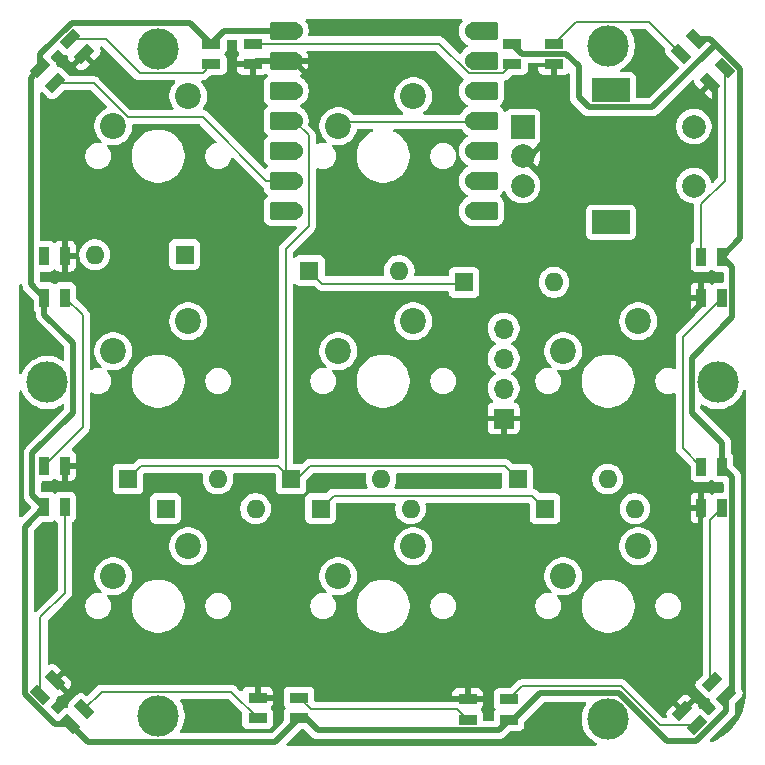
<source format=gbr>
%TF.GenerationSoftware,KiCad,Pcbnew,9.0.3*%
%TF.CreationDate,2025-07-24T19:08:25+05:30*%
%TF.ProjectId,hackpad,6861636b-7061-4642-9e6b-696361645f70,rev?*%
%TF.SameCoordinates,Original*%
%TF.FileFunction,Copper,L2,Bot*%
%TF.FilePolarity,Positive*%
%FSLAX46Y46*%
G04 Gerber Fmt 4.6, Leading zero omitted, Abs format (unit mm)*
G04 Created by KiCad (PCBNEW 9.0.3) date 2025-07-24 19:08:25*
%MOMM*%
%LPD*%
G01*
G04 APERTURE LIST*
G04 Aperture macros list*
%AMRoundRect*
0 Rectangle with rounded corners*
0 $1 Rounding radius*
0 $2 $3 $4 $5 $6 $7 $8 $9 X,Y pos of 4 corners*
0 Add a 4 corners polygon primitive as box body*
4,1,4,$2,$3,$4,$5,$6,$7,$8,$9,$2,$3,0*
0 Add four circle primitives for the rounded corners*
1,1,$1+$1,$2,$3*
1,1,$1+$1,$4,$5*
1,1,$1+$1,$6,$7*
1,1,$1+$1,$8,$9*
0 Add four rect primitives between the rounded corners*
20,1,$1+$1,$2,$3,$4,$5,0*
20,1,$1+$1,$4,$5,$6,$7,0*
20,1,$1+$1,$6,$7,$8,$9,0*
20,1,$1+$1,$8,$9,$2,$3,0*%
%AMRotRect*
0 Rectangle, with rotation*
0 The origin of the aperture is its center*
0 $1 length*
0 $2 width*
0 $3 Rotation angle, in degrees counterclockwise*
0 Add horizontal line*
21,1,$1,$2,0,0,$3*%
G04 Aperture macros list end*
%TA.AperFunction,ComponentPad*%
%ADD10C,3.500000*%
%TD*%
%TA.AperFunction,ComponentPad*%
%ADD11C,2.200000*%
%TD*%
%TA.AperFunction,ComponentPad*%
%ADD12R,2.000000X2.000000*%
%TD*%
%TA.AperFunction,ComponentPad*%
%ADD13C,2.000000*%
%TD*%
%TA.AperFunction,ComponentPad*%
%ADD14R,3.200000X2.000000*%
%TD*%
%TA.AperFunction,ComponentPad*%
%ADD15R,1.600000X1.600000*%
%TD*%
%TA.AperFunction,ComponentPad*%
%ADD16O,1.600000X1.600000*%
%TD*%
%TA.AperFunction,SMDPad,CuDef*%
%ADD17R,0.850000X1.600000*%
%TD*%
%TA.AperFunction,SMDPad,CuDef*%
%ADD18RotRect,1.600000X0.850000X225.000000*%
%TD*%
%TA.AperFunction,SMDPad,CuDef*%
%ADD19R,1.600000X0.850000*%
%TD*%
%TA.AperFunction,SMDPad,CuDef*%
%ADD20RoundRect,0.152400X-1.063600X-0.609600X1.063600X-0.609600X1.063600X0.609600X-1.063600X0.609600X0*%
%TD*%
%TA.AperFunction,ComponentPad*%
%ADD21C,1.524000*%
%TD*%
%TA.AperFunction,SMDPad,CuDef*%
%ADD22RoundRect,0.152400X1.063600X0.609600X-1.063600X0.609600X-1.063600X-0.609600X1.063600X-0.609600X0*%
%TD*%
%TA.AperFunction,ComponentPad*%
%ADD23R,1.700000X1.700000*%
%TD*%
%TA.AperFunction,ComponentPad*%
%ADD24O,1.700000X1.700000*%
%TD*%
%TA.AperFunction,SMDPad,CuDef*%
%ADD25RotRect,1.600000X0.850000X45.000000*%
%TD*%
%TA.AperFunction,SMDPad,CuDef*%
%ADD26RotRect,1.600000X0.850000X135.000000*%
%TD*%
%TA.AperFunction,SMDPad,CuDef*%
%ADD27RotRect,1.600000X0.850000X315.000000*%
%TD*%
%TA.AperFunction,Conductor*%
%ADD28C,0.200000*%
%TD*%
%TA.AperFunction,Conductor*%
%ADD29C,0.500000*%
%TD*%
G04 APERTURE END LIST*
D10*
%TO.P,REF\u002A\u002A,1*%
%TO.N,N/C*%
X166422000Y-128791661D03*
%TD*%
D11*
%TO.P,SW4,1,1*%
%TO.N,Net-(D4-A)*%
X130850000Y-95076500D03*
%TO.P,SW4,2,2*%
%TO.N,COL0*%
X124500000Y-97616500D03*
%TD*%
D12*
%TO.P,SW3,A,A*%
%TO.N,EN_A*%
X159160000Y-78606500D03*
D13*
%TO.P,SW3,B,B*%
%TO.N,EN_B*%
X159160000Y-83606500D03*
%TO.P,SW3,C,C*%
%TO.N,GND*%
X159160000Y-81106500D03*
D14*
%TO.P,SW3,MP*%
%TO.N,N/C*%
X166660000Y-75506500D03*
X166660000Y-86706500D03*
D13*
%TO.P,SW3,S1,S1*%
%TO.N,COL2*%
X173660000Y-83606500D03*
%TO.P,SW3,S2,S2*%
%TO.N,EN_SW1*%
X173660000Y-78606500D03*
%TD*%
D11*
%TO.P,SW1,1,1*%
%TO.N,Net-(D1-A)*%
X130850000Y-76026500D03*
%TO.P,SW1,2,2*%
%TO.N,COL0*%
X124500000Y-78566500D03*
%TD*%
%TO.P,SW9,1,1*%
%TO.N,Net-(D9-A)*%
X168950000Y-114126500D03*
%TO.P,SW9,2,2*%
%TO.N,COL2*%
X162600000Y-116666500D03*
%TD*%
D10*
%TO.P,REF\u002A\u002A,1*%
%TO.N,N/C*%
X118922000Y-100266661D03*
%TD*%
D11*
%TO.P,SW7,1,1*%
%TO.N,Net-(D7-A)*%
X130850000Y-114126500D03*
%TO.P,SW7,2,2*%
%TO.N,COL0*%
X124500000Y-116666500D03*
%TD*%
D10*
%TO.P,REF\u002A\u002A,1*%
%TO.N,N/C*%
X175672000Y-100266661D03*
%TD*%
D11*
%TO.P,SW2,1,1*%
%TO.N,Net-(D2-A)*%
X149900000Y-76026500D03*
%TO.P,SW2,2,2*%
%TO.N,COL1*%
X143550000Y-78566500D03*
%TD*%
D10*
%TO.P,REF\u002A\u002A,1*%
%TO.N,N/C*%
X128285000Y-72016661D03*
%TD*%
D11*
%TO.P,SW5,1,1*%
%TO.N,Net-(D5-A)*%
X149900000Y-95076500D03*
%TO.P,SW5,2,2*%
%TO.N,COL1*%
X143550000Y-97616500D03*
%TD*%
%TO.P,SW8,1,1*%
%TO.N,Net-(D8-A)*%
X149900000Y-114126500D03*
%TO.P,SW8,2,2*%
%TO.N,COL1*%
X143550000Y-116666500D03*
%TD*%
%TO.P,SW6,1,1*%
%TO.N,Net-(D6-A)*%
X168950000Y-95076500D03*
%TO.P,SW6,2,2*%
%TO.N,COL2*%
X162600000Y-97616500D03*
%TD*%
D10*
%TO.P,REF\u002A\u002A,1*%
%TO.N,N/C*%
X166422000Y-71766661D03*
%TD*%
%TO.P,REF\u002A\u002A,1*%
%TO.N,N/C*%
X128285000Y-128516661D03*
%TD*%
D15*
%TO.P,D7,1,K*%
%TO.N,ROW2*%
X128932000Y-110951500D03*
D16*
%TO.P,D7,2,A*%
%TO.N,Net-(D7-A)*%
X136552000Y-110951500D03*
%TD*%
D17*
%TO.P,D20,1,DOUT*%
%TO.N,Net-(D20-DOUT)*%
X118677000Y-107323653D03*
%TO.P,D20,2,VSS*%
%TO.N,GND*%
X120427000Y-107323653D03*
%TO.P,D20,3,DIN*%
%TO.N,Net-(D19-DOUT)*%
X120427000Y-110823653D03*
%TO.P,D20,4,VDD*%
%TO.N,+5V*%
X118677000Y-110823653D03*
%TD*%
D15*
%TO.P,D8,1,K*%
%TO.N,ROW2*%
X142052000Y-110951500D03*
D16*
%TO.P,D8,2,A*%
%TO.N,Net-(D8-A)*%
X149672000Y-110951500D03*
%TD*%
D15*
%TO.P,D2,1,K*%
%TO.N,ROW0*%
X141100000Y-90800000D03*
D16*
%TO.P,D2,2,A*%
%TO.N,Net-(D2-A)*%
X148720000Y-90800000D03*
%TD*%
D18*
%TO.P,D10,1,DOUT*%
%TO.N,Net-(D10-DOUT)*%
X120814563Y-71214063D03*
%TO.P,D10,2,VSS*%
%TO.N,GND*%
X122052000Y-72451500D03*
%TO.P,D10,3,DIN*%
%TO.N,LED*%
X119577127Y-74926373D03*
%TO.P,D10,4,VDD*%
%TO.N,+5V*%
X118339690Y-73688936D03*
%TD*%
D15*
%TO.P,D6,1,K*%
%TO.N,ROW1*%
X158742000Y-108451500D03*
D16*
%TO.P,D6,2,A*%
%TO.N,Net-(D6-A)*%
X166362000Y-108451500D03*
%TD*%
D17*
%TO.P,D15,1,DOUT*%
%TO.N,Net-(D15-DOUT)*%
X176052000Y-110902797D03*
%TO.P,D15,2,VSS*%
%TO.N,GND*%
X174302000Y-110902797D03*
%TO.P,D15,3,DIN*%
%TO.N,Net-(D14-DOUT)*%
X174302000Y-107402797D03*
%TO.P,D15,4,VDD*%
%TO.N,+5V*%
X176052000Y-107402797D03*
%TD*%
D15*
%TO.P,D5,1,K*%
%TO.N,ROW1*%
X139552000Y-108451500D03*
D16*
%TO.P,D5,2,A*%
%TO.N,Net-(D5-A)*%
X147172000Y-108451500D03*
%TD*%
D19*
%TO.P,D18,1,DOUT*%
%TO.N,Net-(D18-DOUT)*%
X136736171Y-128701500D03*
%TO.P,D18,2,VSS*%
%TO.N,GND*%
X136736171Y-126951500D03*
%TO.P,D18,3,DIN*%
%TO.N,Net-(D17-DOUT)*%
X140236171Y-126951500D03*
%TO.P,D18,4,VDD*%
%TO.N,+5V*%
X140236171Y-128701500D03*
%TD*%
D20*
%TO.P,U1,1,GPIO26/ADC0/A0*%
%TO.N,ROW0*%
X155875000Y-70500000D03*
D21*
X155040000Y-70500000D03*
D20*
%TO.P,U1,2,GPIO27/ADC1/A1*%
%TO.N,EN_A*%
X155875000Y-73040000D03*
D21*
X155040000Y-73040000D03*
D20*
%TO.P,U1,3,GPIO28/ADC2/A2*%
%TO.N,EN_B*%
X155875000Y-75580000D03*
D21*
X155040000Y-75580000D03*
D20*
%TO.P,U1,4,GPIO29/ADC3/A3*%
%TO.N,COL1*%
X155875000Y-78120000D03*
D21*
X155040000Y-78120000D03*
D20*
%TO.P,U1,5,GPIO6/SDA*%
%TO.N,OL_SDA*%
X155875000Y-80660000D03*
D21*
X155040000Y-80660000D03*
D20*
%TO.P,U1,6,GPIO7/SCL*%
%TO.N,OL_SCL*%
X155875000Y-83200000D03*
D21*
X155040000Y-83200000D03*
D20*
%TO.P,U1,7,GPIO0/TX*%
%TO.N,COL2*%
X155875000Y-85740000D03*
D21*
X155040000Y-85740000D03*
%TO.P,U1,8,GPIO1/RX*%
%TO.N,COL0*%
X139800000Y-85740000D03*
D22*
X138965000Y-85740000D03*
D21*
%TO.P,U1,9,GPIO2/SCK*%
%TO.N,LED*%
X139800000Y-83200000D03*
D22*
X138965000Y-83200000D03*
D21*
%TO.P,U1,10,GPIO4/MISO*%
%TO.N,ROW2*%
X139800000Y-80660000D03*
D22*
X138965000Y-80660000D03*
D21*
%TO.P,U1,11,GPIO3/MOSI*%
%TO.N,ROW1*%
X139800000Y-78120000D03*
D22*
X138965000Y-78120000D03*
D21*
%TO.P,U1,12,3V3*%
%TO.N,+3V3*%
X139800000Y-75580000D03*
D22*
X138965000Y-75580000D03*
D21*
%TO.P,U1,13,GND*%
%TO.N,GND*%
X139800000Y-73040000D03*
D22*
X138965000Y-73040000D03*
D21*
%TO.P,U1,14,VBUS*%
%TO.N,+5V*%
X139800000Y-70500000D03*
D22*
X138965000Y-70500000D03*
%TD*%
D23*
%TO.P,OL1,1,GND*%
%TO.N,GND*%
X157552000Y-103324000D03*
D24*
%TO.P,OL1,2,VCC*%
%TO.N,+3V3*%
X157552000Y-100784000D03*
%TO.P,OL1,3,SCL*%
%TO.N,OL_SCL*%
X157552000Y-98244000D03*
%TO.P,OL1,4,SDA*%
%TO.N,OL_SDA*%
X157552000Y-95704000D03*
%TD*%
D25*
%TO.P,D16,1,DOUT*%
%TO.N,Net-(D16-DOUT)*%
X173933282Y-129307655D03*
%TO.P,D16,2,VSS*%
%TO.N,GND*%
X172695845Y-128070218D03*
%TO.P,D16,3,DIN*%
%TO.N,Net-(D15-DOUT)*%
X175170718Y-125595345D03*
%TO.P,D16,4,VDD*%
%TO.N,+5V*%
X176408155Y-126832782D03*
%TD*%
D15*
%TO.P,D3,1,K*%
%TO.N,ROW0*%
X154200000Y-91800000D03*
D16*
%TO.P,D3,2,A*%
%TO.N,EN_SW1*%
X161820000Y-91800000D03*
%TD*%
D19*
%TO.P,D12,1,DOUT*%
%TO.N,Net-(D12-DOUT)*%
X161802000Y-71576500D03*
%TO.P,D12,2,VSS*%
%TO.N,GND*%
X161802000Y-73326500D03*
%TO.P,D12,3,DIN*%
%TO.N,Net-(D11-DOUT)*%
X158302000Y-73326500D03*
%TO.P,D12,4,VDD*%
%TO.N,+5V*%
X158302000Y-71576500D03*
%TD*%
D15*
%TO.P,D9,1,K*%
%TO.N,ROW2*%
X161052000Y-110951500D03*
D16*
%TO.P,D9,2,A*%
%TO.N,Net-(D9-A)*%
X168672000Y-110951500D03*
%TD*%
D26*
%TO.P,D13,1,DOUT*%
%TO.N,Net-(D13-DOUT)*%
X176289437Y-73688936D03*
%TO.P,D13,2,VSS*%
%TO.N,GND*%
X175052000Y-74926373D03*
%TO.P,D13,3,DIN*%
%TO.N,Net-(D12-DOUT)*%
X172577127Y-72451500D03*
%TO.P,D13,4,VDD*%
%TO.N,+5V*%
X173814564Y-71214063D03*
%TD*%
D17*
%TO.P,D14,1,DOUT*%
%TO.N,Net-(D14-DOUT)*%
X176052000Y-93118919D03*
%TO.P,D14,2,VSS*%
%TO.N,GND*%
X174302000Y-93118919D03*
%TO.P,D14,3,DIN*%
%TO.N,Net-(D13-DOUT)*%
X174302000Y-89618919D03*
%TO.P,D14,4,VDD*%
%TO.N,+5V*%
X176052000Y-89618919D03*
%TD*%
D15*
%TO.P,D1,1,K*%
%TO.N,ROW0*%
X130552000Y-89451500D03*
D16*
%TO.P,D1,2,A*%
%TO.N,Net-(D1-A)*%
X122932000Y-89451500D03*
%TD*%
D17*
%TO.P,D21,1,DOUT*%
%TO.N,unconnected-(D21-DOUT-Pad1)*%
X118677000Y-89579347D03*
%TO.P,D21,2,VSS*%
%TO.N,GND*%
X120427000Y-89579347D03*
%TO.P,D21,3,DIN*%
%TO.N,Net-(D20-DOUT)*%
X120427000Y-93079347D03*
%TO.P,D21,4,VDD*%
%TO.N,+5V*%
X118677000Y-93079347D03*
%TD*%
D27*
%TO.P,D19,1,DOUT*%
%TO.N,Net-(D19-DOUT)*%
X118339690Y-126714064D03*
%TO.P,D19,2,VSS*%
%TO.N,GND*%
X119577127Y-125476627D03*
%TO.P,D19,3,DIN*%
%TO.N,Net-(D18-DOUT)*%
X122052000Y-127951500D03*
%TO.P,D19,4,VDD*%
%TO.N,+5V*%
X120814563Y-129188937D03*
%TD*%
D19*
%TO.P,D11,1,DOUT*%
%TO.N,Net-(D11-DOUT)*%
X136302000Y-71576500D03*
%TO.P,D11,2,VSS*%
%TO.N,GND*%
X136302000Y-73326500D03*
%TO.P,D11,3,DIN*%
%TO.N,Net-(D10-DOUT)*%
X132802000Y-73326500D03*
%TO.P,D11,4,VDD*%
%TO.N,+5V*%
X132802000Y-71576500D03*
%TD*%
%TO.P,D17,1,DOUT*%
%TO.N,Net-(D17-DOUT)*%
X154511674Y-128826500D03*
%TO.P,D17,2,VSS*%
%TO.N,GND*%
X154511674Y-127076500D03*
%TO.P,D17,3,DIN*%
%TO.N,Net-(D16-DOUT)*%
X158011674Y-127076500D03*
%TO.P,D17,4,VDD*%
%TO.N,+5V*%
X158011674Y-128826500D03*
%TD*%
D15*
%TO.P,D4,1,K*%
%TO.N,ROW1*%
X125742000Y-108451500D03*
D16*
%TO.P,D4,2,A*%
%TO.N,Net-(D4-A)*%
X133362000Y-108451500D03*
%TD*%
D28*
%TO.N,ROW0*%
X154100000Y-91900000D02*
X154200000Y-91800000D01*
X141100000Y-90800000D02*
X142200000Y-91900000D01*
X142200000Y-91900000D02*
X154100000Y-91900000D01*
%TO.N,ROW1*%
X140052000Y-108451500D02*
X141152000Y-107351500D01*
X126842000Y-107351500D02*
X138452000Y-107351500D01*
X139820000Y-78120000D02*
X141052000Y-79352000D01*
X139100000Y-89000000D02*
X139100000Y-107999500D01*
X141052000Y-87048000D02*
X139100000Y-89000000D01*
X141152000Y-107351500D02*
X157642000Y-107351500D01*
X139100000Y-107999500D02*
X139552000Y-108451500D01*
X139800000Y-78120000D02*
X139820000Y-78120000D01*
X141052000Y-79352000D02*
X141052000Y-87048000D01*
X125742000Y-108451500D02*
X126842000Y-107351500D01*
X138452000Y-107351500D02*
X139552000Y-108451500D01*
X139552000Y-108451500D02*
X140052000Y-108451500D01*
X157642000Y-107351500D02*
X158742000Y-108451500D01*
%TO.N,ROW2*%
X159952000Y-109851500D02*
X161052000Y-110951500D01*
X143152000Y-109851500D02*
X159952000Y-109851500D01*
X142052000Y-110951500D02*
X143152000Y-109851500D01*
D29*
%TO.N,+5V*%
X122342287Y-130716661D02*
X138221010Y-130716661D01*
X118339690Y-72451498D02*
X118339690Y-73688936D01*
X118677000Y-94521661D02*
X121122000Y-96966661D01*
X176927000Y-90493919D02*
X176927000Y-94761661D01*
X117023484Y-112477169D02*
X117023484Y-126635296D01*
X117552000Y-74476626D02*
X117552000Y-91954347D01*
X118677000Y-93079347D02*
X118677000Y-94521661D01*
X132802000Y-71576500D02*
X131042161Y-69816661D01*
X117658905Y-109805558D02*
X118677000Y-110823653D01*
X176408155Y-126832782D02*
X176408155Y-128070220D01*
X162851500Y-72451500D02*
X159151500Y-72451500D01*
X176052000Y-89618919D02*
X176927000Y-90493919D01*
X177605643Y-73767704D02*
X177605643Y-88065276D01*
X158386674Y-128826500D02*
X158011674Y-128826500D01*
X176927000Y-108277797D02*
X176927000Y-126313937D01*
X121122000Y-96966661D02*
X121122000Y-102816661D01*
X118339690Y-73688936D02*
X117552000Y-74476626D01*
X139800000Y-70500000D02*
X133878500Y-70500000D01*
X140802000Y-128701500D02*
X141802000Y-129701500D01*
X119577125Y-129188937D02*
X120814563Y-129188937D01*
X121122000Y-102816661D02*
X117658905Y-106279756D01*
X176927000Y-94761661D02*
X173472000Y-98216661D01*
X175413300Y-71575361D02*
X175413300Y-71675361D01*
X171365470Y-130623861D02*
X167333270Y-126591661D01*
X173854514Y-130623861D02*
X171365470Y-130623861D01*
X173472000Y-102816661D02*
X176052000Y-105396661D01*
X170132161Y-76956500D02*
X164756500Y-76956500D01*
X117658905Y-106279756D02*
X117658905Y-109805558D01*
X173814564Y-71214063D02*
X175052002Y-71214063D01*
X163900000Y-76100000D02*
X163900000Y-73500000D01*
X167333270Y-126591661D02*
X160621513Y-126591661D01*
X175052002Y-71214063D02*
X177605643Y-73767704D01*
X117552000Y-91954347D02*
X118677000Y-93079347D01*
X173472000Y-98216661D02*
X173472000Y-102816661D01*
X176927000Y-126313937D02*
X176408155Y-126832782D01*
X131042161Y-69816661D02*
X120974527Y-69816661D01*
X141802000Y-129701500D02*
X157136674Y-129701500D01*
X160621513Y-126591661D02*
X158386674Y-128826500D01*
X118677000Y-110823653D02*
X117023484Y-112477169D01*
X157136674Y-129701500D02*
X158011674Y-128826500D01*
X175413300Y-71675361D02*
X170132161Y-76956500D01*
X159151500Y-72451500D02*
X158302000Y-71602000D01*
X138221010Y-130716661D02*
X140236171Y-128701500D01*
X177605643Y-88065276D02*
X176052000Y-89618919D01*
X176052000Y-107402797D02*
X176927000Y-108277797D01*
X140236171Y-128701500D02*
X140802000Y-128701500D01*
X163900000Y-73500000D02*
X162851500Y-72451500D01*
X158302000Y-71602000D02*
X158302000Y-71576500D01*
X164756500Y-76956500D02*
X163900000Y-76100000D01*
X133878500Y-70500000D02*
X132802000Y-71576500D01*
X120814563Y-129188937D02*
X122342287Y-130716661D01*
X120974527Y-69816661D02*
X118339690Y-72451498D01*
X176408155Y-128070220D02*
X173854514Y-130623861D01*
X176052000Y-105396661D02*
X176052000Y-107402797D01*
X117023484Y-126635296D02*
X119577125Y-129188937D01*
D28*
%TO.N,LED*%
X137461000Y-83200000D02*
X132061000Y-77800000D01*
X122839772Y-74926373D02*
X119577127Y-74926373D01*
X139800000Y-83200000D02*
X137461000Y-83200000D01*
X125713399Y-77800000D02*
X122839772Y-74926373D01*
X132061000Y-77800000D02*
X125713399Y-77800000D01*
D29*
%TO.N,GND*%
X139800000Y-73040000D02*
X141560000Y-73040000D01*
X136588500Y-73040000D02*
X136302000Y-73326500D01*
X159160000Y-81106500D02*
X159832161Y-81106500D01*
X175472000Y-75346373D02*
X175472000Y-76716661D01*
X141560000Y-73040000D02*
X141600000Y-73000000D01*
X175472000Y-76716661D02*
X175372000Y-76816661D01*
X174302000Y-93636661D02*
X173422000Y-94516661D01*
X139800000Y-73040000D02*
X136588500Y-73040000D01*
X175052000Y-74926373D02*
X175472000Y-75346373D01*
X159832161Y-81106500D02*
X160922000Y-80016661D01*
X174302000Y-93118919D02*
X174302000Y-93636661D01*
D28*
%TO.N,Net-(D10-DOUT)*%
X132061839Y-74066661D02*
X132802000Y-73326500D01*
X126728687Y-74066661D02*
X132061839Y-74066661D01*
X123876089Y-71214063D02*
X126728687Y-74066661D01*
X120814563Y-71214063D02*
X123876089Y-71214063D01*
%TO.N,Net-(D11-DOUT)*%
X157526500Y-74102000D02*
X158302000Y-73326500D01*
X136302000Y-71576500D02*
X152074605Y-71576500D01*
X152074605Y-71576500D02*
X154600105Y-74102000D01*
X158242161Y-73266661D02*
X158302000Y-73326500D01*
X154600105Y-74102000D02*
X157526500Y-74102000D01*
X136302000Y-71576500D02*
X136302000Y-71658214D01*
%TO.N,Net-(D12-DOUT)*%
X161802000Y-71576500D02*
X163661839Y-69716661D01*
X169842288Y-69716661D02*
X172577127Y-72451500D01*
X163661839Y-69716661D02*
X169842288Y-69716661D01*
%TO.N,Net-(D13-DOUT)*%
X174302000Y-85201500D02*
X174302000Y-89618919D01*
X176289437Y-73688936D02*
X176289437Y-83214063D01*
X176289437Y-83214063D02*
X174302000Y-85201500D01*
%TO.N,Net-(D14-DOUT)*%
X172711499Y-105812296D02*
X174302000Y-107402797D01*
X172711499Y-96459420D02*
X172711499Y-105812296D01*
X176052000Y-93118919D02*
X172711499Y-96459420D01*
%TO.N,Net-(D16-DOUT)*%
X167519427Y-126000000D02*
X159088174Y-126000000D01*
X173925627Y-129300000D02*
X170819427Y-129300000D01*
X173933282Y-129307655D02*
X173925627Y-129300000D01*
X170819427Y-129300000D02*
X167519427Y-126000000D01*
X159088174Y-126000000D02*
X158011674Y-127076500D01*
%TO.N,COL1*%
X155040000Y-78120000D02*
X154960000Y-78200000D01*
X143916500Y-78200000D02*
X143550000Y-78566500D01*
X154960000Y-78200000D02*
X143916500Y-78200000D01*
%TO.N,Net-(D18-DOUT)*%
X123536839Y-126466661D02*
X122052000Y-127951500D01*
X136736171Y-128701500D02*
X134501332Y-126466661D01*
X134501332Y-126466661D02*
X123536839Y-126466661D01*
%TO.N,Net-(D19-DOUT)*%
X120427000Y-118076500D02*
X120427000Y-110823653D01*
X118339690Y-126714064D02*
X118339690Y-120163810D01*
X118339690Y-120163810D02*
X120427000Y-118076500D01*
%TO.N,Net-(D20-DOUT)*%
X121922000Y-104078653D02*
X121922000Y-94574347D01*
X121922000Y-94574347D02*
X120427000Y-93079347D01*
X118677000Y-107323653D02*
X121922000Y-104078653D01*
%TO.N,Net-(D17-DOUT)*%
X141236171Y-127951500D02*
X153636674Y-127951500D01*
X140236171Y-126951500D02*
X141236171Y-127951500D01*
X153636674Y-127951500D02*
X154511674Y-128826500D01*
%TO.N,Net-(D15-DOUT)*%
X175052000Y-125476627D02*
X175170718Y-125595345D01*
X175052000Y-111902797D02*
X175052000Y-125476627D01*
X176052000Y-110902797D02*
X175052000Y-111902797D01*
%TD*%
%TA.AperFunction,Conductor*%
%TO.N,GND*%
G36*
X164459697Y-127346153D02*
G01*
X164473847Y-127345305D01*
X164492558Y-127355803D01*
X164513138Y-127361846D01*
X164522418Y-127372555D01*
X164534781Y-127379492D01*
X164544846Y-127398439D01*
X164558893Y-127414650D01*
X164560910Y-127428677D01*
X164567560Y-127441196D01*
X164565783Y-127462574D01*
X164568837Y-127483808D01*
X164562835Y-127498065D01*
X164561775Y-127510826D01*
X164548312Y-127534822D01*
X164549016Y-127535293D01*
X164546762Y-127538665D01*
X164399258Y-127794150D01*
X164399254Y-127794160D01*
X164286364Y-128066699D01*
X164286361Y-128066709D01*
X164210968Y-128348084D01*
X164210008Y-128351665D01*
X164210006Y-128351676D01*
X164171500Y-128644147D01*
X164171500Y-128939174D01*
X164197032Y-129133099D01*
X164210007Y-129231654D01*
X164277635Y-129484046D01*
X164286361Y-129516612D01*
X164286364Y-129516622D01*
X164399254Y-129789161D01*
X164399258Y-129789171D01*
X164546761Y-130044654D01*
X164726352Y-130278701D01*
X164726358Y-130278708D01*
X164934952Y-130487302D01*
X164934959Y-130487308D01*
X165169006Y-130666899D01*
X165373172Y-130784774D01*
X165421387Y-130835341D01*
X165434611Y-130903948D01*
X165408643Y-130968812D01*
X165351729Y-131009341D01*
X165311172Y-131016161D01*
X139282240Y-131016161D01*
X139215201Y-130996476D01*
X139169446Y-130943672D01*
X139159502Y-130874514D01*
X139188527Y-130810958D01*
X139194559Y-130804480D01*
X140335720Y-129663318D01*
X140362647Y-129648614D01*
X140388466Y-129632022D01*
X140394666Y-129631130D01*
X140397043Y-129629833D01*
X140423401Y-129626999D01*
X140614769Y-129626999D01*
X140681808Y-129646684D01*
X140702450Y-129663318D01*
X140968975Y-129929842D01*
X141219049Y-130179916D01*
X141323584Y-130284451D01*
X141323587Y-130284453D01*
X141323588Y-130284454D01*
X141446503Y-130366583D01*
X141446506Y-130366585D01*
X141497055Y-130387523D01*
X141497060Y-130387524D01*
X141503080Y-130390018D01*
X141583088Y-130423159D01*
X141682334Y-130442900D01*
X141705471Y-130447502D01*
X141728081Y-130452000D01*
X141728082Y-130452000D01*
X157210594Y-130452000D01*
X157308136Y-130432596D01*
X157355587Y-130423158D01*
X157492169Y-130366584D01*
X157541403Y-130333686D01*
X157615090Y-130284452D01*
X158111223Y-129788317D01*
X158172546Y-129754833D01*
X158198904Y-129751999D01*
X158859545Y-129751999D01*
X158859546Y-129751999D01*
X158919157Y-129745591D01*
X159054005Y-129695296D01*
X159169220Y-129609046D01*
X159255470Y-129493831D01*
X159305765Y-129358983D01*
X159312174Y-129299373D01*
X159312173Y-129013728D01*
X159331857Y-128946690D01*
X159348487Y-128926053D01*
X160896061Y-127378480D01*
X160957384Y-127344995D01*
X160983742Y-127342161D01*
X164446099Y-127342161D01*
X164459697Y-127346153D01*
G37*
%TD.AperFunction*%
%TA.AperFunction,Conductor*%
G36*
X161745039Y-73221685D02*
G01*
X161790794Y-73274489D01*
X161802000Y-73326000D01*
X161802000Y-73326500D01*
X161928000Y-73326500D01*
X161995039Y-73346185D01*
X162040794Y-73398989D01*
X162052000Y-73450500D01*
X162052000Y-74251500D01*
X162649828Y-74251500D01*
X162649844Y-74251499D01*
X162709372Y-74245098D01*
X162709379Y-74245096D01*
X162844086Y-74194854D01*
X162844089Y-74194852D01*
X162951188Y-74114678D01*
X163016653Y-74090260D01*
X163084926Y-74105111D01*
X163134332Y-74154516D01*
X163149500Y-74213944D01*
X163149500Y-76173918D01*
X163149500Y-76173920D01*
X163149499Y-76173920D01*
X163178340Y-76318907D01*
X163178343Y-76318917D01*
X163234914Y-76455492D01*
X163257091Y-76488682D01*
X163257092Y-76488685D01*
X163317046Y-76578414D01*
X163317052Y-76578421D01*
X164278078Y-77539447D01*
X164278085Y-77539453D01*
X164350124Y-77587587D01*
X164350126Y-77587588D01*
X164350129Y-77587590D01*
X164401005Y-77621584D01*
X164401006Y-77621584D01*
X164401007Y-77621585D01*
X164434287Y-77635370D01*
X164537587Y-77678158D01*
X164537591Y-77678158D01*
X164537592Y-77678159D01*
X164682579Y-77707000D01*
X164682582Y-77707000D01*
X170206081Y-77707000D01*
X170303623Y-77687596D01*
X170351074Y-77678158D01*
X170454374Y-77635370D01*
X170487654Y-77621585D01*
X170487654Y-77621584D01*
X170487656Y-77621584D01*
X170538532Y-77587590D01*
X170538532Y-77587589D01*
X170538534Y-77587589D01*
X170581876Y-77558629D01*
X170610577Y-77539452D01*
X173481376Y-74668650D01*
X173542696Y-74635168D01*
X173612387Y-74640152D01*
X173668321Y-74682024D01*
X173691792Y-74738687D01*
X173701113Y-74803522D01*
X173701115Y-74803529D01*
X173760837Y-74934302D01*
X173760842Y-74934309D01*
X173798419Y-74980940D01*
X174221149Y-75403670D01*
X174787542Y-74837277D01*
X174848865Y-74803792D01*
X174918557Y-74808776D01*
X174962904Y-74837277D01*
X175141095Y-75015468D01*
X175174580Y-75076791D01*
X175169596Y-75146483D01*
X175141095Y-75190830D01*
X174574702Y-75757222D01*
X174574702Y-75757223D01*
X174997432Y-76179953D01*
X175044063Y-76217530D01*
X175044070Y-76217535D01*
X175174843Y-76277257D01*
X175174851Y-76277259D01*
X175317165Y-76297719D01*
X175459478Y-76277259D01*
X175459482Y-76277258D01*
X175513425Y-76252623D01*
X175582583Y-76242679D01*
X175646139Y-76271703D01*
X175683914Y-76330481D01*
X175688937Y-76365417D01*
X175688937Y-82913966D01*
X175669252Y-82981005D01*
X175652618Y-83001647D01*
X175333316Y-83320948D01*
X175271993Y-83354433D01*
X175202301Y-83349449D01*
X175146368Y-83307577D01*
X175126067Y-83259529D01*
X175124688Y-83259860D01*
X175123553Y-83255131D01*
X175050566Y-83030503D01*
X174943342Y-82820066D01*
X174930323Y-82802147D01*
X174804517Y-82628990D01*
X174637510Y-82461983D01*
X174446433Y-82323157D01*
X174235996Y-82215933D01*
X174011368Y-82142946D01*
X173778097Y-82106000D01*
X173778092Y-82106000D01*
X173541908Y-82106000D01*
X173541903Y-82106000D01*
X173308631Y-82142946D01*
X173084003Y-82215933D01*
X172873566Y-82323157D01*
X172814896Y-82365784D01*
X172682490Y-82461983D01*
X172682488Y-82461985D01*
X172682487Y-82461985D01*
X172515485Y-82628987D01*
X172515485Y-82628988D01*
X172515483Y-82628990D01*
X172455862Y-82711050D01*
X172376657Y-82820066D01*
X172269433Y-83030503D01*
X172196446Y-83255131D01*
X172159500Y-83488402D01*
X172159500Y-83724597D01*
X172196446Y-83957868D01*
X172269433Y-84182496D01*
X172361542Y-84363268D01*
X172376657Y-84392933D01*
X172515483Y-84584010D01*
X172682490Y-84751017D01*
X172873567Y-84889843D01*
X172927912Y-84917533D01*
X173084003Y-84997066D01*
X173084005Y-84997066D01*
X173084008Y-84997068D01*
X173177505Y-85027447D01*
X173308631Y-85070053D01*
X173541903Y-85107000D01*
X173541908Y-85107000D01*
X173577499Y-85107000D01*
X173586184Y-85109550D01*
X173595144Y-85108262D01*
X173619183Y-85119239D01*
X173644538Y-85126685D01*
X173650465Y-85133525D01*
X173658700Y-85137286D01*
X173672989Y-85159520D01*
X173690293Y-85179489D01*
X173692579Y-85190000D01*
X173696476Y-85196063D01*
X173701498Y-85230994D01*
X173701499Y-85230998D01*
X173701499Y-85280557D01*
X173701499Y-85280559D01*
X173701500Y-85290553D01*
X173701500Y-88265057D01*
X173681815Y-88332096D01*
X173641581Y-88369556D01*
X173641769Y-88369807D01*
X173639441Y-88371549D01*
X173636932Y-88373886D01*
X173634670Y-88375121D01*
X173519455Y-88461371D01*
X173519452Y-88461374D01*
X173433206Y-88576583D01*
X173433202Y-88576590D01*
X173382909Y-88711435D01*
X173376501Y-88771035D01*
X173376500Y-88771054D01*
X173376500Y-90466789D01*
X173376501Y-90466795D01*
X173382908Y-90526402D01*
X173433202Y-90661247D01*
X173433206Y-90661254D01*
X173519452Y-90776463D01*
X173519455Y-90776466D01*
X173634664Y-90862712D01*
X173634671Y-90862716D01*
X173769517Y-90913010D01*
X173769516Y-90913010D01*
X173776444Y-90913754D01*
X173829127Y-90919419D01*
X174774872Y-90919418D01*
X174834483Y-90913010D01*
X174969331Y-90862715D01*
X175084546Y-90776465D01*
X175084548Y-90776461D01*
X175089319Y-90771692D01*
X175150642Y-90738207D01*
X175220334Y-90743191D01*
X175264681Y-90771692D01*
X175269455Y-90776466D01*
X175384664Y-90862712D01*
X175384671Y-90862716D01*
X175412097Y-90872945D01*
X175519517Y-90913010D01*
X175579127Y-90919419D01*
X176052500Y-90919418D01*
X176119539Y-90939102D01*
X176165294Y-90991906D01*
X176176500Y-91043418D01*
X176176500Y-91694419D01*
X176156815Y-91761458D01*
X176104011Y-91807213D01*
X176052500Y-91818419D01*
X175579129Y-91818419D01*
X175579123Y-91818420D01*
X175519516Y-91824827D01*
X175384671Y-91875121D01*
X175384664Y-91875125D01*
X175269455Y-91961371D01*
X175264324Y-91966503D01*
X175203001Y-91999988D01*
X175133309Y-91995004D01*
X175088962Y-91966503D01*
X175084187Y-91961728D01*
X174969093Y-91875568D01*
X174969086Y-91875564D01*
X174834379Y-91825322D01*
X174834372Y-91825320D01*
X174774844Y-91818919D01*
X174552000Y-91818919D01*
X174552000Y-92994919D01*
X174532315Y-93061958D01*
X174479511Y-93107713D01*
X174428000Y-93118919D01*
X174302000Y-93118919D01*
X174302000Y-93244919D01*
X174282315Y-93311958D01*
X174229511Y-93357713D01*
X174178000Y-93368919D01*
X173377000Y-93368919D01*
X173377000Y-93966763D01*
X173383401Y-94026291D01*
X173383403Y-94026298D01*
X173433645Y-94161005D01*
X173433649Y-94161012D01*
X173519809Y-94276106D01*
X173519812Y-94276109D01*
X173634906Y-94362269D01*
X173634915Y-94362274D01*
X173690474Y-94382996D01*
X173746408Y-94424867D01*
X173770826Y-94490331D01*
X173755975Y-94558604D01*
X173734823Y-94586859D01*
X172342785Y-95978898D01*
X172230980Y-96090702D01*
X172230978Y-96090705D01*
X172180860Y-96177514D01*
X172180858Y-96177516D01*
X172151924Y-96227629D01*
X172151923Y-96227630D01*
X172151922Y-96227635D01*
X172110998Y-96380363D01*
X172110998Y-96380365D01*
X172110998Y-96548466D01*
X172110999Y-96548479D01*
X172110999Y-99035445D01*
X172091314Y-99102484D01*
X172038510Y-99148239D01*
X171969352Y-99158183D01*
X171930705Y-99145930D01*
X171912450Y-99136629D01*
X171912447Y-99136628D01*
X171912445Y-99136627D01*
X171747701Y-99083098D01*
X171747699Y-99083097D01*
X171747698Y-99083097D01*
X171616271Y-99062281D01*
X171576611Y-99056000D01*
X171403389Y-99056000D01*
X171363728Y-99062281D01*
X171232302Y-99083097D01*
X171067552Y-99136628D01*
X170913211Y-99215268D01*
X170839036Y-99269160D01*
X170773072Y-99317086D01*
X170773070Y-99317088D01*
X170773069Y-99317088D01*
X170650588Y-99439569D01*
X170650588Y-99439570D01*
X170650586Y-99439572D01*
X170626944Y-99472112D01*
X170548768Y-99579711D01*
X170470128Y-99734052D01*
X170416597Y-99898802D01*
X170389500Y-100069889D01*
X170389500Y-100243110D01*
X170416592Y-100414167D01*
X170416598Y-100414201D01*
X170470127Y-100578945D01*
X170548768Y-100733288D01*
X170650586Y-100873428D01*
X170773072Y-100995914D01*
X170913212Y-101097732D01*
X171067555Y-101176373D01*
X171232299Y-101229902D01*
X171403389Y-101257000D01*
X171403390Y-101257000D01*
X171576610Y-101257000D01*
X171576611Y-101257000D01*
X171747701Y-101229902D01*
X171912445Y-101176373D01*
X171930701Y-101167070D01*
X171999370Y-101154173D01*
X172064111Y-101180447D01*
X172104370Y-101237553D01*
X172110999Y-101277554D01*
X172110999Y-105725626D01*
X172110998Y-105725644D01*
X172110998Y-105891350D01*
X172110997Y-105891350D01*
X172151922Y-106044081D01*
X172172576Y-106079853D01*
X172172577Y-106079857D01*
X172172578Y-106079857D01*
X172222580Y-106166465D01*
X172230978Y-106181010D01*
X172230980Y-106181013D01*
X172349848Y-106299881D01*
X172349854Y-106299886D01*
X173340181Y-107290213D01*
X173373666Y-107351536D01*
X173376500Y-107377894D01*
X173376500Y-108250667D01*
X173376501Y-108250673D01*
X173382908Y-108310280D01*
X173433202Y-108445125D01*
X173433206Y-108445132D01*
X173519452Y-108560341D01*
X173519455Y-108560344D01*
X173634664Y-108646590D01*
X173634671Y-108646594D01*
X173769517Y-108696888D01*
X173769516Y-108696888D01*
X173776444Y-108697632D01*
X173829127Y-108703297D01*
X174774872Y-108703296D01*
X174834483Y-108696888D01*
X174969331Y-108646593D01*
X175084546Y-108560343D01*
X175084548Y-108560339D01*
X175089319Y-108555570D01*
X175150642Y-108522085D01*
X175220334Y-108527069D01*
X175264681Y-108555570D01*
X175269455Y-108560344D01*
X175384664Y-108646590D01*
X175384671Y-108646594D01*
X175429618Y-108663358D01*
X175519517Y-108696888D01*
X175579127Y-108703297D01*
X176052500Y-108703296D01*
X176119539Y-108722980D01*
X176165294Y-108775784D01*
X176176500Y-108827296D01*
X176176500Y-109478297D01*
X176156815Y-109545336D01*
X176104011Y-109591091D01*
X176052500Y-109602297D01*
X175579129Y-109602297D01*
X175579123Y-109602298D01*
X175519516Y-109608705D01*
X175384671Y-109658999D01*
X175384664Y-109659003D01*
X175269455Y-109745249D01*
X175264324Y-109750381D01*
X175203001Y-109783866D01*
X175133309Y-109778882D01*
X175088962Y-109750381D01*
X175084187Y-109745606D01*
X174969093Y-109659446D01*
X174969086Y-109659442D01*
X174834379Y-109609200D01*
X174834372Y-109609198D01*
X174774844Y-109602797D01*
X174552000Y-109602797D01*
X174552000Y-111534596D01*
X174535387Y-111596596D01*
X174492423Y-111671012D01*
X174451499Y-111823740D01*
X174451499Y-111823742D01*
X174451499Y-111991843D01*
X174451500Y-111991856D01*
X174451500Y-124954346D01*
X174431815Y-125021385D01*
X174415181Y-125042027D01*
X173916762Y-125540446D01*
X173916756Y-125540453D01*
X173879134Y-125587138D01*
X173879132Y-125587140D01*
X173819347Y-125718050D01*
X173819346Y-125718054D01*
X173798866Y-125860510D01*
X173819346Y-126002965D01*
X173819347Y-126002969D01*
X173879133Y-126133880D01*
X173879134Y-126133881D01*
X173879135Y-126133883D01*
X173916754Y-126180566D01*
X173916757Y-126180569D01*
X173916762Y-126180575D01*
X174433725Y-126697536D01*
X174585497Y-126849308D01*
X174632180Y-126886928D01*
X174632181Y-126886928D01*
X174632183Y-126886930D01*
X174763093Y-126946715D01*
X174763094Y-126946715D01*
X174763096Y-126946716D01*
X174905553Y-126967197D01*
X174912303Y-126967197D01*
X174979342Y-126986882D01*
X175025097Y-127039686D01*
X175036303Y-127091197D01*
X175036303Y-127097946D01*
X175036303Y-127097947D01*
X175039716Y-127121684D01*
X175056783Y-127240402D01*
X175056784Y-127240406D01*
X175116570Y-127371317D01*
X175116571Y-127371318D01*
X175116572Y-127371320D01*
X175154191Y-127418003D01*
X175154194Y-127418006D01*
X175154199Y-127418012D01*
X175488915Y-127752728D01*
X175522400Y-127814051D01*
X175517416Y-127883743D01*
X175488915Y-127928090D01*
X175028589Y-128388416D01*
X174967266Y-128421901D01*
X174897574Y-128416917D01*
X174853229Y-128388417D01*
X174518503Y-128053692D01*
X174471820Y-128016072D01*
X174471818Y-128016071D01*
X174471816Y-128016069D01*
X174340906Y-127956284D01*
X174340902Y-127956283D01*
X174198447Y-127935803D01*
X174191192Y-127935803D01*
X174124153Y-127916118D01*
X174078398Y-127863314D01*
X174067192Y-127811803D01*
X174067192Y-127805053D01*
X174046731Y-127662739D01*
X174046729Y-127662731D01*
X173987007Y-127531958D01*
X173987002Y-127531951D01*
X173949425Y-127485320D01*
X173791860Y-127327755D01*
X173791859Y-127327755D01*
X172960302Y-128159313D01*
X172898979Y-128192798D01*
X172829288Y-128187814D01*
X172784940Y-128159313D01*
X172695845Y-128070218D01*
X172606749Y-128159314D01*
X172545426Y-128192798D01*
X172475734Y-128187814D01*
X172431387Y-128159313D01*
X171864995Y-127592920D01*
X171864993Y-127592920D01*
X171442268Y-128015645D01*
X171404687Y-128062281D01*
X171404682Y-128062288D01*
X171344960Y-128193061D01*
X171344958Y-128193069D01*
X171324498Y-128335383D01*
X171344958Y-128477696D01*
X171344959Y-128477698D01*
X171366099Y-128523989D01*
X171372307Y-128567168D01*
X171376042Y-128593147D01*
X171347017Y-128656703D01*
X171288239Y-128694477D01*
X171253304Y-128699500D01*
X171119525Y-128699500D01*
X171052486Y-128679815D01*
X171031844Y-128663181D01*
X169644348Y-127275685D01*
X169608029Y-127239366D01*
X172218547Y-127239366D01*
X172218547Y-127239367D01*
X172695844Y-127716664D01*
X173438307Y-126974202D01*
X173280742Y-126816637D01*
X173234111Y-126779060D01*
X173234104Y-126779055D01*
X173103331Y-126719333D01*
X173103323Y-126719331D01*
X172961010Y-126698871D01*
X172818696Y-126719331D01*
X172818688Y-126719333D01*
X172687915Y-126779055D01*
X172687908Y-126779060D01*
X172641272Y-126816641D01*
X172218547Y-127239366D01*
X169608029Y-127239366D01*
X168007017Y-125638355D01*
X168007015Y-125638352D01*
X167888144Y-125519481D01*
X167888143Y-125519480D01*
X167801331Y-125469360D01*
X167801331Y-125469359D01*
X167801327Y-125469358D01*
X167751212Y-125440423D01*
X167598484Y-125399499D01*
X167440370Y-125399499D01*
X167432774Y-125399499D01*
X167432758Y-125399500D01*
X159174843Y-125399500D01*
X159174827Y-125399499D01*
X159167231Y-125399499D01*
X159009117Y-125399499D01*
X158901761Y-125428265D01*
X158856384Y-125440424D01*
X158856383Y-125440425D01*
X158806270Y-125469359D01*
X158806269Y-125469360D01*
X158793686Y-125476625D01*
X158719459Y-125519479D01*
X158719456Y-125519481D01*
X158607652Y-125631286D01*
X158124256Y-126114681D01*
X158062933Y-126148166D01*
X158036575Y-126151000D01*
X157163803Y-126151000D01*
X157163797Y-126151001D01*
X157104190Y-126157408D01*
X156969345Y-126207702D01*
X156969338Y-126207706D01*
X156854129Y-126293952D01*
X156854126Y-126293955D01*
X156767880Y-126409164D01*
X156767876Y-126409171D01*
X156717582Y-126544017D01*
X156711175Y-126603616D01*
X156711174Y-126603635D01*
X156711174Y-127549370D01*
X156711175Y-127549376D01*
X156717582Y-127608983D01*
X156767876Y-127743828D01*
X156767880Y-127743835D01*
X156854126Y-127859044D01*
X156858901Y-127863819D01*
X156892386Y-127925142D01*
X156887402Y-127994834D01*
X156858901Y-128039181D01*
X156854126Y-128043955D01*
X156767880Y-128159164D01*
X156767876Y-128159171D01*
X156717584Y-128294013D01*
X156717583Y-128294017D01*
X156711174Y-128353627D01*
X156711174Y-128644155D01*
X156711175Y-128827000D01*
X156691491Y-128894039D01*
X156638687Y-128939794D01*
X156587175Y-128951000D01*
X155936174Y-128951000D01*
X155869135Y-128931315D01*
X155823380Y-128878511D01*
X155812174Y-128827000D01*
X155812173Y-128353629D01*
X155812172Y-128353623D01*
X155810211Y-128335383D01*
X155805765Y-128294017D01*
X155798761Y-128275239D01*
X155755471Y-128159171D01*
X155755467Y-128159164D01*
X155669221Y-128043955D01*
X155664090Y-128038824D01*
X155630605Y-127977501D01*
X155635589Y-127907809D01*
X155664090Y-127863462D01*
X155668864Y-127858687D01*
X155755024Y-127743593D01*
X155755028Y-127743586D01*
X155805270Y-127608879D01*
X155805272Y-127608872D01*
X155811673Y-127549344D01*
X155811674Y-127549327D01*
X155811674Y-127326500D01*
X153201848Y-127326500D01*
X153162170Y-127348166D01*
X153135812Y-127351000D01*
X141660671Y-127351000D01*
X141593632Y-127331315D01*
X141547877Y-127278511D01*
X141536671Y-127227000D01*
X141536670Y-126603655D01*
X153211674Y-126603655D01*
X153211674Y-126826500D01*
X154261674Y-126826500D01*
X154761674Y-126826500D01*
X155811674Y-126826500D01*
X155811674Y-126603672D01*
X155811673Y-126603655D01*
X155805272Y-126544127D01*
X155805270Y-126544120D01*
X155755028Y-126409413D01*
X155755024Y-126409406D01*
X155668864Y-126294312D01*
X155668861Y-126294309D01*
X155553767Y-126208149D01*
X155553760Y-126208145D01*
X155419053Y-126157903D01*
X155419046Y-126157901D01*
X155359518Y-126151500D01*
X154761674Y-126151500D01*
X154761674Y-126826500D01*
X154261674Y-126826500D01*
X154261674Y-126151500D01*
X153663829Y-126151500D01*
X153604301Y-126157901D01*
X153604294Y-126157903D01*
X153469587Y-126208145D01*
X153469580Y-126208149D01*
X153354486Y-126294309D01*
X153354483Y-126294312D01*
X153268323Y-126409406D01*
X153268319Y-126409413D01*
X153218077Y-126544120D01*
X153218075Y-126544127D01*
X153211674Y-126603655D01*
X141536670Y-126603655D01*
X141536670Y-126600351D01*
X141536670Y-126478629D01*
X141536669Y-126478623D01*
X141536668Y-126478616D01*
X141531470Y-126430257D01*
X141530262Y-126419016D01*
X141479968Y-126284171D01*
X141479964Y-126284164D01*
X141393718Y-126168955D01*
X141393715Y-126168952D01*
X141278506Y-126082706D01*
X141278499Y-126082702D01*
X141143653Y-126032408D01*
X141143654Y-126032408D01*
X141084054Y-126026001D01*
X141084052Y-126026000D01*
X141084044Y-126026000D01*
X141084035Y-126026000D01*
X139388300Y-126026000D01*
X139388294Y-126026001D01*
X139328687Y-126032408D01*
X139193842Y-126082702D01*
X139193835Y-126082706D01*
X139078626Y-126168952D01*
X139078623Y-126168955D01*
X138992377Y-126284164D01*
X138992373Y-126284171D01*
X138942079Y-126419017D01*
X138935672Y-126478616D01*
X138935672Y-126478623D01*
X138935671Y-126478635D01*
X138935671Y-127424370D01*
X138935672Y-127424376D01*
X138942079Y-127483983D01*
X138992373Y-127618828D01*
X138992377Y-127618835D01*
X139078623Y-127734044D01*
X139083398Y-127738819D01*
X139116883Y-127800142D01*
X139111899Y-127869834D01*
X139083398Y-127914181D01*
X139078623Y-127918955D01*
X138992377Y-128034164D01*
X138992373Y-128034171D01*
X138942079Y-128169017D01*
X138936957Y-128216665D01*
X138935672Y-128228623D01*
X138935671Y-128228635D01*
X138935671Y-128889269D01*
X138915986Y-128956308D01*
X138899352Y-128976950D01*
X137946461Y-129929842D01*
X137885138Y-129963327D01*
X137858780Y-129966161D01*
X130260901Y-129966161D01*
X130193862Y-129946476D01*
X130148107Y-129893672D01*
X130138163Y-129824514D01*
X130159429Y-129773994D01*
X130157984Y-129773029D01*
X130160237Y-129769656D01*
X130170432Y-129751999D01*
X130307743Y-129514168D01*
X130420639Y-129241613D01*
X130496993Y-128956654D01*
X130535500Y-128664167D01*
X130535500Y-128369155D01*
X130496993Y-128076668D01*
X130420639Y-127791709D01*
X130416952Y-127782809D01*
X130367218Y-127662739D01*
X130307743Y-127519154D01*
X130295567Y-127498065D01*
X130160237Y-127263665D01*
X130157984Y-127260293D01*
X130159631Y-127259192D01*
X130137327Y-127201427D01*
X130151394Y-127132988D01*
X130200228Y-127083018D01*
X130260901Y-127067161D01*
X134201235Y-127067161D01*
X134268274Y-127086846D01*
X134288916Y-127103480D01*
X135399352Y-128213916D01*
X135432837Y-128275239D01*
X135435671Y-128301597D01*
X135435671Y-129174370D01*
X135435672Y-129174376D01*
X135442079Y-129233983D01*
X135492373Y-129368828D01*
X135492377Y-129368835D01*
X135578623Y-129484044D01*
X135578626Y-129484047D01*
X135693835Y-129570293D01*
X135693842Y-129570297D01*
X135828688Y-129620591D01*
X135828687Y-129620591D01*
X135835615Y-129621335D01*
X135888298Y-129627000D01*
X137584043Y-129626999D01*
X137643654Y-129620591D01*
X137778502Y-129570296D01*
X137893717Y-129484046D01*
X137979967Y-129368831D01*
X138030262Y-129233983D01*
X138036671Y-129174373D01*
X138036670Y-128228628D01*
X138030262Y-128169017D01*
X138020982Y-128144137D01*
X137979968Y-128034171D01*
X137979964Y-128034164D01*
X137893718Y-127918955D01*
X137888587Y-127913824D01*
X137855102Y-127852501D01*
X137860086Y-127782809D01*
X137888587Y-127738462D01*
X137893361Y-127733687D01*
X137979521Y-127618593D01*
X137979525Y-127618586D01*
X138029767Y-127483879D01*
X138029769Y-127483872D01*
X138036170Y-127424344D01*
X138036171Y-127424327D01*
X138036171Y-127201500D01*
X136860171Y-127201500D01*
X136793132Y-127181815D01*
X136747377Y-127129011D01*
X136736171Y-127077500D01*
X136736171Y-126951500D01*
X136610171Y-126951500D01*
X136543132Y-126931815D01*
X136497377Y-126879011D01*
X136486171Y-126827500D01*
X136486171Y-126701500D01*
X136986171Y-126701500D01*
X138036171Y-126701500D01*
X138036171Y-126478672D01*
X138036170Y-126478653D01*
X138029769Y-126419127D01*
X138029767Y-126419120D01*
X137979525Y-126284413D01*
X137979521Y-126284406D01*
X137893361Y-126169312D01*
X137893358Y-126169309D01*
X137778264Y-126083149D01*
X137778257Y-126083145D01*
X137643550Y-126032903D01*
X137643543Y-126032901D01*
X137584015Y-126026500D01*
X136986171Y-126026500D01*
X136986171Y-126701500D01*
X136486171Y-126701500D01*
X136486171Y-126026500D01*
X135888326Y-126026500D01*
X135828798Y-126032901D01*
X135828791Y-126032903D01*
X135694084Y-126083145D01*
X135694077Y-126083149D01*
X135578983Y-126169309D01*
X135578980Y-126169312D01*
X135492820Y-126284406D01*
X135492817Y-126284411D01*
X135472093Y-126339976D01*
X135430221Y-126395909D01*
X135364757Y-126420326D01*
X135296484Y-126405474D01*
X135268230Y-126384323D01*
X134988922Y-126105016D01*
X134988920Y-126105013D01*
X134870049Y-125986142D01*
X134870048Y-125986141D01*
X134783236Y-125936021D01*
X134783236Y-125936020D01*
X134783232Y-125936019D01*
X134733117Y-125907084D01*
X134580389Y-125866160D01*
X134422275Y-125866160D01*
X134414679Y-125866160D01*
X134414663Y-125866161D01*
X123457780Y-125866161D01*
X123443446Y-125870001D01*
X123443447Y-125870002D01*
X123305053Y-125907084D01*
X123305048Y-125907087D01*
X123168129Y-125986136D01*
X123168121Y-125986142D01*
X122369490Y-126784774D01*
X122308167Y-126818259D01*
X122238475Y-126813275D01*
X122194128Y-126784774D01*
X122106898Y-126697544D01*
X122106891Y-126697537D01*
X122060208Y-126659917D01*
X122060206Y-126659916D01*
X122060204Y-126659914D01*
X121929294Y-126600129D01*
X121929290Y-126600128D01*
X121786835Y-126579648D01*
X121644379Y-126600128D01*
X121644375Y-126600129D01*
X121513464Y-126659915D01*
X121466769Y-126697544D01*
X120798044Y-127366271D01*
X120798038Y-127366277D01*
X120798037Y-127366279D01*
X120790639Y-127375459D01*
X120760416Y-127412963D01*
X120760414Y-127412965D01*
X120700629Y-127543875D01*
X120700628Y-127543879D01*
X120680148Y-127686335D01*
X120680148Y-127693085D01*
X120660463Y-127760124D01*
X120607659Y-127805879D01*
X120556148Y-127817085D01*
X120549398Y-127817085D01*
X120406942Y-127837565D01*
X120406938Y-127837566D01*
X120276027Y-127897352D01*
X120229332Y-127934981D01*
X119894616Y-128269698D01*
X119833293Y-128303183D01*
X119763601Y-128298199D01*
X119719254Y-128269698D01*
X119258928Y-127809372D01*
X119225443Y-127748049D01*
X119230427Y-127678357D01*
X119258928Y-127634010D01*
X119421958Y-127470980D01*
X119593653Y-127299285D01*
X119631273Y-127252602D01*
X119691061Y-127121686D01*
X119711542Y-126979229D01*
X119711542Y-126979228D01*
X119711542Y-126971974D01*
X119731227Y-126904935D01*
X119784031Y-126859180D01*
X119835542Y-126847974D01*
X119842292Y-126847974D01*
X119984605Y-126827513D01*
X119984613Y-126827511D01*
X120115386Y-126767789D01*
X120115393Y-126767784D01*
X120162024Y-126730207D01*
X120319589Y-126572642D01*
X120319589Y-126572641D01*
X119488031Y-125741084D01*
X119454546Y-125679761D01*
X119459530Y-125610070D01*
X119488031Y-125565721D01*
X119577126Y-125476626D01*
X119577125Y-125476625D01*
X119930680Y-125476625D01*
X119930680Y-125476626D01*
X120673141Y-126219089D01*
X120673142Y-126219089D01*
X120830707Y-126061524D01*
X120868284Y-126014893D01*
X120868289Y-126014886D01*
X120928011Y-125884113D01*
X120928013Y-125884105D01*
X120948473Y-125741792D01*
X120928013Y-125599478D01*
X120928011Y-125599470D01*
X120868289Y-125468697D01*
X120868284Y-125468690D01*
X120830707Y-125422059D01*
X120407977Y-124999329D01*
X119930680Y-125476625D01*
X119577125Y-125476625D01*
X119488031Y-125387531D01*
X119454546Y-125326208D01*
X119459530Y-125256516D01*
X119488031Y-125212169D01*
X120054424Y-124645776D01*
X119631694Y-124223046D01*
X119585063Y-124185469D01*
X119585056Y-124185464D01*
X119454283Y-124125742D01*
X119454275Y-124125740D01*
X119311962Y-124105280D01*
X119169648Y-124125740D01*
X119169646Y-124125741D01*
X119115701Y-124150377D01*
X119046542Y-124160320D01*
X118982987Y-124131295D01*
X118945213Y-124072516D01*
X118940190Y-124037582D01*
X118940190Y-120463906D01*
X118959875Y-120396867D01*
X118976504Y-120376230D01*
X120232845Y-119119889D01*
X122129500Y-119119889D01*
X122129500Y-119293111D01*
X122156598Y-119464201D01*
X122210127Y-119628945D01*
X122288768Y-119783288D01*
X122390586Y-119923428D01*
X122513072Y-120045914D01*
X122653212Y-120147732D01*
X122807555Y-120226373D01*
X122972299Y-120279902D01*
X123143389Y-120307000D01*
X123143390Y-120307000D01*
X123316610Y-120307000D01*
X123316611Y-120307000D01*
X123487701Y-120279902D01*
X123652445Y-120226373D01*
X123806788Y-120147732D01*
X123946928Y-120045914D01*
X124069414Y-119923428D01*
X124171232Y-119783288D01*
X124249873Y-119628945D01*
X124303402Y-119464201D01*
X124330500Y-119293111D01*
X124330500Y-119119889D01*
X124320854Y-119058986D01*
X126059500Y-119058986D01*
X126059500Y-119354013D01*
X126089374Y-119580918D01*
X126098007Y-119646493D01*
X126172212Y-119923430D01*
X126174361Y-119931451D01*
X126174364Y-119931461D01*
X126287254Y-120204000D01*
X126287258Y-120204010D01*
X126434761Y-120459493D01*
X126614352Y-120693540D01*
X126614358Y-120693547D01*
X126822952Y-120902141D01*
X126822959Y-120902147D01*
X127057006Y-121081738D01*
X127312489Y-121229241D01*
X127312490Y-121229241D01*
X127312493Y-121229243D01*
X127585048Y-121342139D01*
X127870007Y-121418493D01*
X128162494Y-121457000D01*
X128162501Y-121457000D01*
X128457499Y-121457000D01*
X128457506Y-121457000D01*
X128749993Y-121418493D01*
X129034952Y-121342139D01*
X129307507Y-121229243D01*
X129562994Y-121081738D01*
X129797042Y-120902146D01*
X130005646Y-120693542D01*
X130185238Y-120459494D01*
X130332743Y-120204007D01*
X130445639Y-119931452D01*
X130521993Y-119646493D01*
X130560500Y-119354006D01*
X130560500Y-119119889D01*
X132289500Y-119119889D01*
X132289500Y-119293111D01*
X132316598Y-119464201D01*
X132370127Y-119628945D01*
X132448768Y-119783288D01*
X132550586Y-119923428D01*
X132673072Y-120045914D01*
X132813212Y-120147732D01*
X132967555Y-120226373D01*
X133132299Y-120279902D01*
X133303389Y-120307000D01*
X133303390Y-120307000D01*
X133476610Y-120307000D01*
X133476611Y-120307000D01*
X133647701Y-120279902D01*
X133812445Y-120226373D01*
X133966788Y-120147732D01*
X134106928Y-120045914D01*
X134229414Y-119923428D01*
X134331232Y-119783288D01*
X134409873Y-119628945D01*
X134463402Y-119464201D01*
X134490500Y-119293111D01*
X134490500Y-119119889D01*
X141179500Y-119119889D01*
X141179500Y-119293111D01*
X141206598Y-119464201D01*
X141260127Y-119628945D01*
X141338768Y-119783288D01*
X141440586Y-119923428D01*
X141563072Y-120045914D01*
X141703212Y-120147732D01*
X141857555Y-120226373D01*
X142022299Y-120279902D01*
X142193389Y-120307000D01*
X142193390Y-120307000D01*
X142366610Y-120307000D01*
X142366611Y-120307000D01*
X142537701Y-120279902D01*
X142702445Y-120226373D01*
X142856788Y-120147732D01*
X142996928Y-120045914D01*
X143119414Y-119923428D01*
X143221232Y-119783288D01*
X143299873Y-119628945D01*
X143353402Y-119464201D01*
X143380500Y-119293111D01*
X143380500Y-119119889D01*
X143370854Y-119058986D01*
X145109500Y-119058986D01*
X145109500Y-119354013D01*
X145139374Y-119580918D01*
X145148007Y-119646493D01*
X145222212Y-119923430D01*
X145224361Y-119931451D01*
X145224364Y-119931461D01*
X145337254Y-120204000D01*
X145337258Y-120204010D01*
X145484761Y-120459493D01*
X145664352Y-120693540D01*
X145664358Y-120693547D01*
X145872952Y-120902141D01*
X145872959Y-120902147D01*
X146107006Y-121081738D01*
X146362489Y-121229241D01*
X146362490Y-121229241D01*
X146362493Y-121229243D01*
X146635048Y-121342139D01*
X146920007Y-121418493D01*
X147212494Y-121457000D01*
X147212501Y-121457000D01*
X147507499Y-121457000D01*
X147507506Y-121457000D01*
X147799993Y-121418493D01*
X148084952Y-121342139D01*
X148357507Y-121229243D01*
X148612994Y-121081738D01*
X148847042Y-120902146D01*
X149055646Y-120693542D01*
X149235238Y-120459494D01*
X149382743Y-120204007D01*
X149495639Y-119931452D01*
X149571993Y-119646493D01*
X149610500Y-119354006D01*
X149610500Y-119119889D01*
X151339500Y-119119889D01*
X151339500Y-119293111D01*
X151366598Y-119464201D01*
X151420127Y-119628945D01*
X151498768Y-119783288D01*
X151600586Y-119923428D01*
X151723072Y-120045914D01*
X151863212Y-120147732D01*
X152017555Y-120226373D01*
X152182299Y-120279902D01*
X152353389Y-120307000D01*
X152353390Y-120307000D01*
X152526610Y-120307000D01*
X152526611Y-120307000D01*
X152697701Y-120279902D01*
X152862445Y-120226373D01*
X153016788Y-120147732D01*
X153156928Y-120045914D01*
X153279414Y-119923428D01*
X153381232Y-119783288D01*
X153459873Y-119628945D01*
X153513402Y-119464201D01*
X153540500Y-119293111D01*
X153540500Y-119119889D01*
X160229500Y-119119889D01*
X160229500Y-119293111D01*
X160256598Y-119464201D01*
X160310127Y-119628945D01*
X160388768Y-119783288D01*
X160490586Y-119923428D01*
X160613072Y-120045914D01*
X160753212Y-120147732D01*
X160907555Y-120226373D01*
X161072299Y-120279902D01*
X161243389Y-120307000D01*
X161243390Y-120307000D01*
X161416610Y-120307000D01*
X161416611Y-120307000D01*
X161587701Y-120279902D01*
X161752445Y-120226373D01*
X161906788Y-120147732D01*
X162046928Y-120045914D01*
X162169414Y-119923428D01*
X162271232Y-119783288D01*
X162349873Y-119628945D01*
X162403402Y-119464201D01*
X162430500Y-119293111D01*
X162430500Y-119119889D01*
X162420854Y-119058986D01*
X164159500Y-119058986D01*
X164159500Y-119354013D01*
X164189374Y-119580918D01*
X164198007Y-119646493D01*
X164272212Y-119923430D01*
X164274361Y-119931451D01*
X164274364Y-119931461D01*
X164387254Y-120204000D01*
X164387258Y-120204010D01*
X164534761Y-120459493D01*
X164714352Y-120693540D01*
X164714358Y-120693547D01*
X164922952Y-120902141D01*
X164922959Y-120902147D01*
X165157006Y-121081738D01*
X165412489Y-121229241D01*
X165412490Y-121229241D01*
X165412493Y-121229243D01*
X165685048Y-121342139D01*
X165970007Y-121418493D01*
X166262494Y-121457000D01*
X166262501Y-121457000D01*
X166557499Y-121457000D01*
X166557506Y-121457000D01*
X166849993Y-121418493D01*
X167134952Y-121342139D01*
X167407507Y-121229243D01*
X167662994Y-121081738D01*
X167897042Y-120902146D01*
X168105646Y-120693542D01*
X168285238Y-120459494D01*
X168432743Y-120204007D01*
X168545639Y-119931452D01*
X168621993Y-119646493D01*
X168660500Y-119354006D01*
X168660500Y-119119889D01*
X170389500Y-119119889D01*
X170389500Y-119293111D01*
X170416598Y-119464201D01*
X170470127Y-119628945D01*
X170548768Y-119783288D01*
X170650586Y-119923428D01*
X170773072Y-120045914D01*
X170913212Y-120147732D01*
X171067555Y-120226373D01*
X171232299Y-120279902D01*
X171403389Y-120307000D01*
X171403390Y-120307000D01*
X171576610Y-120307000D01*
X171576611Y-120307000D01*
X171747701Y-120279902D01*
X171912445Y-120226373D01*
X172066788Y-120147732D01*
X172206928Y-120045914D01*
X172329414Y-119923428D01*
X172431232Y-119783288D01*
X172509873Y-119628945D01*
X172563402Y-119464201D01*
X172590500Y-119293111D01*
X172590500Y-119119889D01*
X172563402Y-118948799D01*
X172509873Y-118784055D01*
X172431232Y-118629712D01*
X172329414Y-118489572D01*
X172206928Y-118367086D01*
X172066788Y-118265268D01*
X171912445Y-118186627D01*
X171747701Y-118133098D01*
X171747699Y-118133097D01*
X171747698Y-118133097D01*
X171616271Y-118112281D01*
X171576611Y-118106000D01*
X171403389Y-118106000D01*
X171363728Y-118112281D01*
X171232302Y-118133097D01*
X171067552Y-118186628D01*
X170913211Y-118265268D01*
X170854004Y-118308285D01*
X170773072Y-118367086D01*
X170773070Y-118367088D01*
X170773069Y-118367088D01*
X170650588Y-118489569D01*
X170650588Y-118489570D01*
X170650586Y-118489572D01*
X170606859Y-118549756D01*
X170548768Y-118629711D01*
X170470128Y-118784052D01*
X170416597Y-118948802D01*
X170389500Y-119119889D01*
X168660500Y-119119889D01*
X168660500Y-119058994D01*
X168621993Y-118766507D01*
X168545639Y-118481548D01*
X168432743Y-118208993D01*
X168377309Y-118112979D01*
X168285238Y-117953506D01*
X168105647Y-117719459D01*
X168105641Y-117719452D01*
X167897047Y-117510858D01*
X167897040Y-117510852D01*
X167662993Y-117331261D01*
X167407510Y-117183758D01*
X167407500Y-117183754D01*
X167134961Y-117070864D01*
X167134954Y-117070862D01*
X167134952Y-117070861D01*
X166849993Y-116994507D01*
X166801113Y-116988071D01*
X166557513Y-116956000D01*
X166557506Y-116956000D01*
X166262494Y-116956000D01*
X166262486Y-116956000D01*
X165984085Y-116992653D01*
X165970007Y-116994507D01*
X165795428Y-117041285D01*
X165685048Y-117070861D01*
X165685038Y-117070864D01*
X165412499Y-117183754D01*
X165412489Y-117183758D01*
X165157006Y-117331261D01*
X164922959Y-117510852D01*
X164922952Y-117510858D01*
X164714358Y-117719452D01*
X164714352Y-117719459D01*
X164534761Y-117953506D01*
X164387258Y-118208989D01*
X164387254Y-118208999D01*
X164274364Y-118481538D01*
X164274361Y-118481548D01*
X164254139Y-118557020D01*
X164198008Y-118766504D01*
X164198006Y-118766515D01*
X164159500Y-119058986D01*
X162420854Y-119058986D01*
X162403402Y-118948799D01*
X162349873Y-118784055D01*
X162271232Y-118629712D01*
X162169414Y-118489572D01*
X162117482Y-118437640D01*
X162083997Y-118376317D01*
X162088981Y-118306625D01*
X162130853Y-118250692D01*
X162196317Y-118226275D01*
X162224561Y-118227486D01*
X162225212Y-118227589D01*
X162225215Y-118227590D01*
X162474038Y-118267000D01*
X162474039Y-118267000D01*
X162725961Y-118267000D01*
X162725962Y-118267000D01*
X162974785Y-118227590D01*
X163214379Y-118149741D01*
X163438845Y-118035370D01*
X163642656Y-117887293D01*
X163820793Y-117709156D01*
X163968870Y-117505345D01*
X164083241Y-117280879D01*
X164161090Y-117041285D01*
X164200500Y-116792462D01*
X164200500Y-116540538D01*
X164161090Y-116291715D01*
X164083241Y-116052121D01*
X164083239Y-116052118D01*
X164083239Y-116052116D01*
X164041747Y-115970684D01*
X163968870Y-115827655D01*
X163867107Y-115687590D01*
X163820798Y-115623850D01*
X163820794Y-115623845D01*
X163642654Y-115445705D01*
X163642649Y-115445701D01*
X163438848Y-115297632D01*
X163438847Y-115297631D01*
X163438845Y-115297630D01*
X163368747Y-115261913D01*
X163214383Y-115183260D01*
X162974785Y-115105410D01*
X162725962Y-115066000D01*
X162474038Y-115066000D01*
X162349626Y-115085705D01*
X162225214Y-115105410D01*
X161985616Y-115183260D01*
X161761151Y-115297632D01*
X161557350Y-115445701D01*
X161557345Y-115445705D01*
X161379205Y-115623845D01*
X161379201Y-115623850D01*
X161231132Y-115827651D01*
X161116760Y-116052116D01*
X161038910Y-116291714D01*
X160999500Y-116540538D01*
X160999500Y-116792461D01*
X161038910Y-117041285D01*
X161116760Y-117280883D01*
X161231132Y-117505348D01*
X161379201Y-117709149D01*
X161379205Y-117709154D01*
X161379207Y-117709156D01*
X161557344Y-117887293D01*
X161557345Y-117887294D01*
X161557344Y-117887294D01*
X161563661Y-117891883D01*
X161606327Y-117947214D01*
X161612305Y-118016827D01*
X161579699Y-118078622D01*
X161518860Y-118112979D01*
X161471378Y-118114674D01*
X161416611Y-118106000D01*
X161243389Y-118106000D01*
X161203728Y-118112281D01*
X161072302Y-118133097D01*
X160907552Y-118186628D01*
X160753211Y-118265268D01*
X160694004Y-118308285D01*
X160613072Y-118367086D01*
X160613070Y-118367088D01*
X160613069Y-118367088D01*
X160490588Y-118489569D01*
X160490588Y-118489570D01*
X160490586Y-118489572D01*
X160446859Y-118549756D01*
X160388768Y-118629711D01*
X160310128Y-118784052D01*
X160256597Y-118948802D01*
X160229500Y-119119889D01*
X153540500Y-119119889D01*
X153513402Y-118948799D01*
X153459873Y-118784055D01*
X153381232Y-118629712D01*
X153279414Y-118489572D01*
X153156928Y-118367086D01*
X153016788Y-118265268D01*
X152862445Y-118186627D01*
X152697701Y-118133098D01*
X152697699Y-118133097D01*
X152697698Y-118133097D01*
X152566271Y-118112281D01*
X152526611Y-118106000D01*
X152353389Y-118106000D01*
X152313728Y-118112281D01*
X152182302Y-118133097D01*
X152017552Y-118186628D01*
X151863211Y-118265268D01*
X151804004Y-118308285D01*
X151723072Y-118367086D01*
X151723070Y-118367088D01*
X151723069Y-118367088D01*
X151600588Y-118489569D01*
X151600588Y-118489570D01*
X151600586Y-118489572D01*
X151556859Y-118549756D01*
X151498768Y-118629711D01*
X151420128Y-118784052D01*
X151366597Y-118948802D01*
X151339500Y-119119889D01*
X149610500Y-119119889D01*
X149610500Y-119058994D01*
X149571993Y-118766507D01*
X149495639Y-118481548D01*
X149382743Y-118208993D01*
X149327309Y-118112979D01*
X149235238Y-117953506D01*
X149055647Y-117719459D01*
X149055641Y-117719452D01*
X148847047Y-117510858D01*
X148847040Y-117510852D01*
X148612993Y-117331261D01*
X148357510Y-117183758D01*
X148357500Y-117183754D01*
X148084961Y-117070864D01*
X148084954Y-117070862D01*
X148084952Y-117070861D01*
X147799993Y-116994507D01*
X147751113Y-116988071D01*
X147507513Y-116956000D01*
X147507506Y-116956000D01*
X147212494Y-116956000D01*
X147212486Y-116956000D01*
X146934085Y-116992653D01*
X146920007Y-116994507D01*
X146745428Y-117041285D01*
X146635048Y-117070861D01*
X146635038Y-117070864D01*
X146362499Y-117183754D01*
X146362489Y-117183758D01*
X146107006Y-117331261D01*
X145872959Y-117510852D01*
X145872952Y-117510858D01*
X145664358Y-117719452D01*
X145664352Y-117719459D01*
X145484761Y-117953506D01*
X145337258Y-118208989D01*
X145337254Y-118208999D01*
X145224364Y-118481538D01*
X145224361Y-118481548D01*
X145204139Y-118557020D01*
X145148008Y-118766504D01*
X145148006Y-118766515D01*
X145109500Y-119058986D01*
X143370854Y-119058986D01*
X143353402Y-118948799D01*
X143299873Y-118784055D01*
X143221232Y-118629712D01*
X143119414Y-118489572D01*
X143067482Y-118437640D01*
X143033997Y-118376317D01*
X143038981Y-118306625D01*
X143080853Y-118250692D01*
X143146317Y-118226275D01*
X143174561Y-118227486D01*
X143175212Y-118227589D01*
X143175215Y-118227590D01*
X143424038Y-118267000D01*
X143424039Y-118267000D01*
X143675961Y-118267000D01*
X143675962Y-118267000D01*
X143924785Y-118227590D01*
X144164379Y-118149741D01*
X144388845Y-118035370D01*
X144592656Y-117887293D01*
X144770793Y-117709156D01*
X144918870Y-117505345D01*
X145033241Y-117280879D01*
X145111090Y-117041285D01*
X145150500Y-116792462D01*
X145150500Y-116540538D01*
X145111090Y-116291715D01*
X145033241Y-116052121D01*
X145033239Y-116052118D01*
X145033239Y-116052116D01*
X144991747Y-115970684D01*
X144918870Y-115827655D01*
X144817107Y-115687590D01*
X144770798Y-115623850D01*
X144770794Y-115623845D01*
X144592654Y-115445705D01*
X144592649Y-115445701D01*
X144388848Y-115297632D01*
X144388847Y-115297631D01*
X144388845Y-115297630D01*
X144318747Y-115261913D01*
X144164383Y-115183260D01*
X143924785Y-115105410D01*
X143675962Y-115066000D01*
X143424038Y-115066000D01*
X143299626Y-115085705D01*
X143175214Y-115105410D01*
X142935616Y-115183260D01*
X142711151Y-115297632D01*
X142507350Y-115445701D01*
X142507345Y-115445705D01*
X142329205Y-115623845D01*
X142329201Y-115623850D01*
X142181132Y-115827651D01*
X142066760Y-116052116D01*
X141988910Y-116291714D01*
X141949500Y-116540538D01*
X141949500Y-116792461D01*
X141988910Y-117041285D01*
X142066760Y-117280883D01*
X142181132Y-117505348D01*
X142329201Y-117709149D01*
X142329205Y-117709154D01*
X142329207Y-117709156D01*
X142507344Y-117887293D01*
X142507345Y-117887294D01*
X142507344Y-117887294D01*
X142513661Y-117891883D01*
X142556327Y-117947214D01*
X142562305Y-118016827D01*
X142529699Y-118078622D01*
X142468860Y-118112979D01*
X142421378Y-118114674D01*
X142366611Y-118106000D01*
X142193389Y-118106000D01*
X142153728Y-118112281D01*
X142022302Y-118133097D01*
X141857552Y-118186628D01*
X141703211Y-118265268D01*
X141644004Y-118308285D01*
X141563072Y-118367086D01*
X141563070Y-118367088D01*
X141563069Y-118367088D01*
X141440588Y-118489569D01*
X141440588Y-118489570D01*
X141440586Y-118489572D01*
X141396859Y-118549756D01*
X141338768Y-118629711D01*
X141260128Y-118784052D01*
X141206597Y-118948802D01*
X141179500Y-119119889D01*
X134490500Y-119119889D01*
X134463402Y-118948799D01*
X134409873Y-118784055D01*
X134331232Y-118629712D01*
X134229414Y-118489572D01*
X134106928Y-118367086D01*
X133966788Y-118265268D01*
X133812445Y-118186627D01*
X133647701Y-118133098D01*
X133647699Y-118133097D01*
X133647698Y-118133097D01*
X133516271Y-118112281D01*
X133476611Y-118106000D01*
X133303389Y-118106000D01*
X133263728Y-118112281D01*
X133132302Y-118133097D01*
X132967552Y-118186628D01*
X132813211Y-118265268D01*
X132754004Y-118308285D01*
X132673072Y-118367086D01*
X132673070Y-118367088D01*
X132673069Y-118367088D01*
X132550588Y-118489569D01*
X132550588Y-118489570D01*
X132550586Y-118489572D01*
X132506859Y-118549756D01*
X132448768Y-118629711D01*
X132370128Y-118784052D01*
X132316597Y-118948802D01*
X132289500Y-119119889D01*
X130560500Y-119119889D01*
X130560500Y-119058994D01*
X130521993Y-118766507D01*
X130445639Y-118481548D01*
X130332743Y-118208993D01*
X130277309Y-118112979D01*
X130185238Y-117953506D01*
X130005647Y-117719459D01*
X130005641Y-117719452D01*
X129797047Y-117510858D01*
X129797040Y-117510852D01*
X129562993Y-117331261D01*
X129307510Y-117183758D01*
X129307500Y-117183754D01*
X129034961Y-117070864D01*
X129034954Y-117070862D01*
X129034952Y-117070861D01*
X128749993Y-116994507D01*
X128701113Y-116988071D01*
X128457513Y-116956000D01*
X128457506Y-116956000D01*
X128162494Y-116956000D01*
X128162486Y-116956000D01*
X127884085Y-116992653D01*
X127870007Y-116994507D01*
X127695428Y-117041285D01*
X127585048Y-117070861D01*
X127585038Y-117070864D01*
X127312499Y-117183754D01*
X127312489Y-117183758D01*
X127057006Y-117331261D01*
X126822959Y-117510852D01*
X126822952Y-117510858D01*
X126614358Y-117719452D01*
X126614352Y-117719459D01*
X126434761Y-117953506D01*
X126287258Y-118208989D01*
X126287254Y-118208999D01*
X126174364Y-118481538D01*
X126174361Y-118481548D01*
X126154139Y-118557020D01*
X126098008Y-118766504D01*
X126098006Y-118766515D01*
X126059500Y-119058986D01*
X124320854Y-119058986D01*
X124303402Y-118948799D01*
X124249873Y-118784055D01*
X124171232Y-118629712D01*
X124069414Y-118489572D01*
X124017482Y-118437640D01*
X123983997Y-118376317D01*
X123988981Y-118306625D01*
X124030853Y-118250692D01*
X124096317Y-118226275D01*
X124124561Y-118227486D01*
X124125212Y-118227589D01*
X124125215Y-118227590D01*
X124374038Y-118267000D01*
X124374039Y-118267000D01*
X124625961Y-118267000D01*
X124625962Y-118267000D01*
X124874785Y-118227590D01*
X125114379Y-118149741D01*
X125338845Y-118035370D01*
X125542656Y-117887293D01*
X125720793Y-117709156D01*
X125868870Y-117505345D01*
X125983241Y-117280879D01*
X126061090Y-117041285D01*
X126100500Y-116792462D01*
X126100500Y-116540538D01*
X126061090Y-116291715D01*
X125983241Y-116052121D01*
X125983239Y-116052118D01*
X125983239Y-116052116D01*
X125941747Y-115970684D01*
X125868870Y-115827655D01*
X125767107Y-115687590D01*
X125720798Y-115623850D01*
X125720794Y-115623845D01*
X125542654Y-115445705D01*
X125542649Y-115445701D01*
X125338848Y-115297632D01*
X125338847Y-115297631D01*
X125338845Y-115297630D01*
X125268747Y-115261913D01*
X125114383Y-115183260D01*
X124874785Y-115105410D01*
X124625962Y-115066000D01*
X124374038Y-115066000D01*
X124249626Y-115085705D01*
X124125214Y-115105410D01*
X123885616Y-115183260D01*
X123661151Y-115297632D01*
X123457350Y-115445701D01*
X123457345Y-115445705D01*
X123279205Y-115623845D01*
X123279201Y-115623850D01*
X123131132Y-115827651D01*
X123016760Y-116052116D01*
X122938910Y-116291714D01*
X122899500Y-116540538D01*
X122899500Y-116792461D01*
X122938910Y-117041285D01*
X123016760Y-117280883D01*
X123131132Y-117505348D01*
X123279201Y-117709149D01*
X123279205Y-117709154D01*
X123279207Y-117709156D01*
X123457344Y-117887293D01*
X123457345Y-117887294D01*
X123457344Y-117887294D01*
X123463661Y-117891883D01*
X123506327Y-117947214D01*
X123512305Y-118016827D01*
X123479699Y-118078622D01*
X123418860Y-118112979D01*
X123371378Y-118114674D01*
X123316611Y-118106000D01*
X123143389Y-118106000D01*
X123103728Y-118112281D01*
X122972302Y-118133097D01*
X122807552Y-118186628D01*
X122653211Y-118265268D01*
X122594004Y-118308285D01*
X122513072Y-118367086D01*
X122513070Y-118367088D01*
X122513069Y-118367088D01*
X122390588Y-118489569D01*
X122390588Y-118489570D01*
X122390586Y-118489572D01*
X122346859Y-118549756D01*
X122288768Y-118629711D01*
X122210128Y-118784052D01*
X122156597Y-118948802D01*
X122129500Y-119119889D01*
X120232845Y-119119889D01*
X120795713Y-118557021D01*
X120795716Y-118557020D01*
X120907520Y-118445216D01*
X120957639Y-118358404D01*
X120986577Y-118308285D01*
X121027500Y-118155557D01*
X121027500Y-117997443D01*
X121027500Y-114000538D01*
X129249500Y-114000538D01*
X129249500Y-114252461D01*
X129288910Y-114501285D01*
X129366760Y-114740883D01*
X129481132Y-114965348D01*
X129629201Y-115169149D01*
X129629205Y-115169154D01*
X129807345Y-115347294D01*
X129807350Y-115347298D01*
X129985117Y-115476452D01*
X130011155Y-115495370D01*
X130154184Y-115568247D01*
X130235616Y-115609739D01*
X130235618Y-115609739D01*
X130235621Y-115609741D01*
X130475215Y-115687590D01*
X130724038Y-115727000D01*
X130724039Y-115727000D01*
X130975961Y-115727000D01*
X130975962Y-115727000D01*
X131224785Y-115687590D01*
X131464379Y-115609741D01*
X131688845Y-115495370D01*
X131892656Y-115347293D01*
X132070793Y-115169156D01*
X132218870Y-114965345D01*
X132333241Y-114740879D01*
X132411090Y-114501285D01*
X132450500Y-114252462D01*
X132450500Y-114000538D01*
X148299500Y-114000538D01*
X148299500Y-114252461D01*
X148338910Y-114501285D01*
X148416760Y-114740883D01*
X148531132Y-114965348D01*
X148679201Y-115169149D01*
X148679205Y-115169154D01*
X148857345Y-115347294D01*
X148857350Y-115347298D01*
X149035117Y-115476452D01*
X149061155Y-115495370D01*
X149204184Y-115568247D01*
X149285616Y-115609739D01*
X149285618Y-115609739D01*
X149285621Y-115609741D01*
X149525215Y-115687590D01*
X149774038Y-115727000D01*
X149774039Y-115727000D01*
X150025961Y-115727000D01*
X150025962Y-115727000D01*
X150274785Y-115687590D01*
X150514379Y-115609741D01*
X150738845Y-115495370D01*
X150942656Y-115347293D01*
X151120793Y-115169156D01*
X151268870Y-114965345D01*
X151383241Y-114740879D01*
X151461090Y-114501285D01*
X151500500Y-114252462D01*
X151500500Y-114000538D01*
X167349500Y-114000538D01*
X167349500Y-114252461D01*
X167388910Y-114501285D01*
X167466760Y-114740883D01*
X167581132Y-114965348D01*
X167729201Y-115169149D01*
X167729205Y-115169154D01*
X167907345Y-115347294D01*
X167907350Y-115347298D01*
X168085117Y-115476452D01*
X168111155Y-115495370D01*
X168254184Y-115568247D01*
X168335616Y-115609739D01*
X168335618Y-115609739D01*
X168335621Y-115609741D01*
X168575215Y-115687590D01*
X168824038Y-115727000D01*
X168824039Y-115727000D01*
X169075961Y-115727000D01*
X169075962Y-115727000D01*
X169324785Y-115687590D01*
X169564379Y-115609741D01*
X169788845Y-115495370D01*
X169992656Y-115347293D01*
X170170793Y-115169156D01*
X170318870Y-114965345D01*
X170433241Y-114740879D01*
X170511090Y-114501285D01*
X170550500Y-114252462D01*
X170550500Y-114000538D01*
X170511090Y-113751715D01*
X170433241Y-113512121D01*
X170433239Y-113512118D01*
X170433239Y-113512116D01*
X170391747Y-113430684D01*
X170318870Y-113287655D01*
X170299952Y-113261617D01*
X170170798Y-113083850D01*
X170170794Y-113083845D01*
X169992654Y-112905705D01*
X169992649Y-112905701D01*
X169788848Y-112757632D01*
X169788847Y-112757631D01*
X169788845Y-112757630D01*
X169718747Y-112721913D01*
X169564383Y-112643260D01*
X169324785Y-112565410D01*
X169075962Y-112526000D01*
X168824038Y-112526000D01*
X168699626Y-112545705D01*
X168575214Y-112565410D01*
X168335616Y-112643260D01*
X168111151Y-112757632D01*
X167907350Y-112905701D01*
X167907345Y-112905705D01*
X167729205Y-113083845D01*
X167729201Y-113083850D01*
X167581132Y-113287651D01*
X167466760Y-113512116D01*
X167388910Y-113751714D01*
X167349500Y-114000538D01*
X151500500Y-114000538D01*
X151461090Y-113751715D01*
X151383241Y-113512121D01*
X151383239Y-113512118D01*
X151383239Y-113512116D01*
X151341747Y-113430684D01*
X151268870Y-113287655D01*
X151249952Y-113261617D01*
X151120798Y-113083850D01*
X151120794Y-113083845D01*
X150942654Y-112905705D01*
X150942649Y-112905701D01*
X150738848Y-112757632D01*
X150738847Y-112757631D01*
X150738845Y-112757630D01*
X150668747Y-112721913D01*
X150514383Y-112643260D01*
X150274785Y-112565410D01*
X150025962Y-112526000D01*
X149774038Y-112526000D01*
X149649626Y-112545705D01*
X149525214Y-112565410D01*
X149285616Y-112643260D01*
X149061151Y-112757632D01*
X148857350Y-112905701D01*
X148857345Y-112905705D01*
X148679205Y-113083845D01*
X148679201Y-113083850D01*
X148531132Y-113287651D01*
X148416760Y-113512116D01*
X148338910Y-113751714D01*
X148299500Y-114000538D01*
X132450500Y-114000538D01*
X132411090Y-113751715D01*
X132333241Y-113512121D01*
X132333239Y-113512118D01*
X132333239Y-113512116D01*
X132291747Y-113430684D01*
X132218870Y-113287655D01*
X132199952Y-113261617D01*
X132070798Y-113083850D01*
X132070794Y-113083845D01*
X131892654Y-112905705D01*
X131892649Y-112905701D01*
X131688848Y-112757632D01*
X131688847Y-112757631D01*
X131688845Y-112757630D01*
X131618747Y-112721913D01*
X131464383Y-112643260D01*
X131224785Y-112565410D01*
X130975962Y-112526000D01*
X130724038Y-112526000D01*
X130599626Y-112545705D01*
X130475214Y-112565410D01*
X130235616Y-112643260D01*
X130011151Y-112757632D01*
X129807350Y-112905701D01*
X129807345Y-112905705D01*
X129629205Y-113083845D01*
X129629201Y-113083850D01*
X129481132Y-113287651D01*
X129366760Y-113512116D01*
X129288910Y-113751714D01*
X129249500Y-114000538D01*
X121027500Y-114000538D01*
X121027500Y-112177514D01*
X121047185Y-112110475D01*
X121087418Y-112073015D01*
X121087231Y-112072765D01*
X121089565Y-112071017D01*
X121092076Y-112068680D01*
X121094323Y-112067451D01*
X121094331Y-112067449D01*
X121209546Y-111981199D01*
X121295796Y-111865984D01*
X121346091Y-111731136D01*
X121352500Y-111671526D01*
X121352499Y-110103635D01*
X127631500Y-110103635D01*
X127631500Y-111799370D01*
X127631501Y-111799376D01*
X127637908Y-111858983D01*
X127688202Y-111993828D01*
X127688206Y-111993835D01*
X127774452Y-112109044D01*
X127774455Y-112109047D01*
X127889664Y-112195293D01*
X127889671Y-112195297D01*
X128024517Y-112245591D01*
X128024516Y-112245591D01*
X128031444Y-112246335D01*
X128084127Y-112252000D01*
X129779872Y-112251999D01*
X129839483Y-112245591D01*
X129974331Y-112195296D01*
X130089546Y-112109046D01*
X130175796Y-111993831D01*
X130226091Y-111858983D01*
X130232500Y-111799373D01*
X130232499Y-110849148D01*
X135251500Y-110849148D01*
X135251500Y-111053851D01*
X135283522Y-111256034D01*
X135346781Y-111450723D01*
X135439715Y-111633113D01*
X135560028Y-111798713D01*
X135704786Y-111943471D01*
X135859749Y-112056056D01*
X135870390Y-112063787D01*
X135986607Y-112123003D01*
X136052776Y-112156718D01*
X136052778Y-112156718D01*
X136052781Y-112156720D01*
X136157137Y-112190627D01*
X136247465Y-112219977D01*
X136348557Y-112235988D01*
X136449648Y-112252000D01*
X136449649Y-112252000D01*
X136654351Y-112252000D01*
X136654352Y-112252000D01*
X136856534Y-112219977D01*
X137051219Y-112156720D01*
X137233610Y-112063787D01*
X137347284Y-111981199D01*
X137399213Y-111943471D01*
X137399215Y-111943468D01*
X137399219Y-111943466D01*
X137543966Y-111798719D01*
X137543968Y-111798715D01*
X137543971Y-111798713D01*
X137636376Y-111671526D01*
X137664287Y-111633110D01*
X137757220Y-111450719D01*
X137820477Y-111256034D01*
X137852500Y-111053852D01*
X137852500Y-110849148D01*
X137820477Y-110646966D01*
X137820476Y-110646964D01*
X137767735Y-110484643D01*
X137757220Y-110452281D01*
X137757218Y-110452278D01*
X137757218Y-110452276D01*
X137723503Y-110386107D01*
X137664287Y-110269890D01*
X137620984Y-110210288D01*
X137543971Y-110104286D01*
X137399213Y-109959528D01*
X137233613Y-109839215D01*
X137233612Y-109839214D01*
X137233610Y-109839213D01*
X137152637Y-109797955D01*
X137051223Y-109746281D01*
X136856534Y-109683022D01*
X136681995Y-109655378D01*
X136654352Y-109651000D01*
X136449648Y-109651000D01*
X136425329Y-109654851D01*
X136247465Y-109683022D01*
X136052776Y-109746281D01*
X135870386Y-109839215D01*
X135704786Y-109959528D01*
X135560028Y-110104286D01*
X135439715Y-110269886D01*
X135346781Y-110452276D01*
X135283522Y-110646965D01*
X135251500Y-110849148D01*
X130232499Y-110849148D01*
X130232499Y-110103628D01*
X130226091Y-110044017D01*
X130218802Y-110024475D01*
X130175797Y-109909171D01*
X130175793Y-109909164D01*
X130089547Y-109793955D01*
X130089544Y-109793952D01*
X129974335Y-109707706D01*
X129974328Y-109707702D01*
X129839482Y-109657408D01*
X129839483Y-109657408D01*
X129779883Y-109651001D01*
X129779881Y-109651000D01*
X129779873Y-109651000D01*
X129779864Y-109651000D01*
X128084129Y-109651000D01*
X128084123Y-109651001D01*
X128024516Y-109657408D01*
X127889671Y-109707702D01*
X127889664Y-109707706D01*
X127774455Y-109793952D01*
X127774452Y-109793955D01*
X127688206Y-109909164D01*
X127688202Y-109909171D01*
X127637908Y-110044017D01*
X127631501Y-110103616D01*
X127631501Y-110103623D01*
X127631500Y-110103635D01*
X121352499Y-110103635D01*
X121352499Y-109975781D01*
X121346091Y-109916170D01*
X121300507Y-109793954D01*
X121295797Y-109781324D01*
X121295793Y-109781317D01*
X121209547Y-109666108D01*
X121209544Y-109666105D01*
X121094335Y-109579859D01*
X121094328Y-109579855D01*
X120959482Y-109529561D01*
X120959483Y-109529561D01*
X120899883Y-109523154D01*
X120899881Y-109523153D01*
X120899873Y-109523153D01*
X120899864Y-109523153D01*
X119954129Y-109523153D01*
X119954123Y-109523154D01*
X119894516Y-109529561D01*
X119759671Y-109579855D01*
X119759664Y-109579859D01*
X119644455Y-109666105D01*
X119639681Y-109670880D01*
X119578358Y-109704365D01*
X119508666Y-109699381D01*
X119464319Y-109670880D01*
X119459544Y-109666105D01*
X119344335Y-109579859D01*
X119344328Y-109579855D01*
X119209482Y-109529561D01*
X119209483Y-109529561D01*
X119149883Y-109523154D01*
X119149881Y-109523153D01*
X119149873Y-109523153D01*
X119149865Y-109523153D01*
X118533405Y-109523153D01*
X118466366Y-109503468D01*
X118420611Y-109450664D01*
X118409405Y-109399153D01*
X118409405Y-108748152D01*
X118429090Y-108681113D01*
X118481894Y-108635358D01*
X118533405Y-108624152D01*
X119149871Y-108624152D01*
X119149872Y-108624152D01*
X119209483Y-108617744D01*
X119344331Y-108567449D01*
X119459546Y-108481199D01*
X119459548Y-108481195D01*
X119464676Y-108476069D01*
X119525999Y-108442584D01*
X119595691Y-108447568D01*
X119640038Y-108476069D01*
X119644812Y-108480843D01*
X119759906Y-108567003D01*
X119759913Y-108567007D01*
X119894620Y-108617249D01*
X119894627Y-108617251D01*
X119954155Y-108623652D01*
X119954172Y-108623653D01*
X120177000Y-108623653D01*
X120677000Y-108623653D01*
X120899828Y-108623653D01*
X120899844Y-108623652D01*
X120959372Y-108617251D01*
X120959379Y-108617249D01*
X121094086Y-108567007D01*
X121094093Y-108567003D01*
X121209187Y-108480843D01*
X121209190Y-108480840D01*
X121295350Y-108365746D01*
X121295354Y-108365739D01*
X121345596Y-108231032D01*
X121345598Y-108231025D01*
X121351999Y-108171497D01*
X121352000Y-108171480D01*
X121352000Y-107573653D01*
X120677000Y-107573653D01*
X120677000Y-108623653D01*
X120177000Y-108623653D01*
X120177000Y-107447653D01*
X120196685Y-107380614D01*
X120249489Y-107334859D01*
X120301000Y-107323653D01*
X120427000Y-107323653D01*
X120427000Y-107197653D01*
X120446685Y-107130614D01*
X120499489Y-107084859D01*
X120551000Y-107073653D01*
X121352000Y-107073653D01*
X121352000Y-106475825D01*
X121351999Y-106475808D01*
X121345598Y-106416280D01*
X121345596Y-106416273D01*
X121295354Y-106281566D01*
X121295350Y-106281559D01*
X121209190Y-106166465D01*
X121209187Y-106166462D01*
X121094093Y-106080302D01*
X121094082Y-106080296D01*
X121038522Y-106059573D01*
X120982588Y-106017702D01*
X120958172Y-105952237D01*
X120973024Y-105883964D01*
X120994172Y-105855714D01*
X122290713Y-104559174D01*
X122290716Y-104559173D01*
X122402520Y-104447369D01*
X122452639Y-104360557D01*
X122481577Y-104310438D01*
X122522501Y-104157710D01*
X122522501Y-103999596D01*
X122522501Y-103992001D01*
X122522500Y-103991983D01*
X122522500Y-101233480D01*
X122542185Y-101166441D01*
X122594989Y-101120686D01*
X122664147Y-101110742D01*
X122702791Y-101122994D01*
X122807555Y-101176373D01*
X122972299Y-101229902D01*
X123143389Y-101257000D01*
X123143390Y-101257000D01*
X123316610Y-101257000D01*
X123316611Y-101257000D01*
X123487701Y-101229902D01*
X123652445Y-101176373D01*
X123806788Y-101097732D01*
X123946928Y-100995914D01*
X124069414Y-100873428D01*
X124171232Y-100733288D01*
X124249873Y-100578945D01*
X124303402Y-100414201D01*
X124330500Y-100243111D01*
X124330500Y-100069889D01*
X124320854Y-100008986D01*
X126059500Y-100008986D01*
X126059500Y-100304013D01*
X126081058Y-100467757D01*
X126098007Y-100596493D01*
X126172212Y-100873430D01*
X126174361Y-100881451D01*
X126174364Y-100881461D01*
X126287254Y-101154000D01*
X126287258Y-101154010D01*
X126434761Y-101409493D01*
X126614352Y-101643540D01*
X126614358Y-101643547D01*
X126822952Y-101852141D01*
X126822959Y-101852147D01*
X127057006Y-102031738D01*
X127312489Y-102179241D01*
X127312490Y-102179241D01*
X127312493Y-102179243D01*
X127585048Y-102292139D01*
X127870007Y-102368493D01*
X128162494Y-102407000D01*
X128162501Y-102407000D01*
X128457499Y-102407000D01*
X128457506Y-102407000D01*
X128749993Y-102368493D01*
X129034952Y-102292139D01*
X129307507Y-102179243D01*
X129562994Y-102031738D01*
X129797042Y-101852146D01*
X130005646Y-101643542D01*
X130185238Y-101409494D01*
X130332743Y-101154007D01*
X130445639Y-100881452D01*
X130521993Y-100596493D01*
X130560500Y-100304006D01*
X130560500Y-100069889D01*
X132289500Y-100069889D01*
X132289500Y-100243110D01*
X132316592Y-100414167D01*
X132316598Y-100414201D01*
X132370127Y-100578945D01*
X132448768Y-100733288D01*
X132550586Y-100873428D01*
X132673072Y-100995914D01*
X132813212Y-101097732D01*
X132967555Y-101176373D01*
X133132299Y-101229902D01*
X133303389Y-101257000D01*
X133303390Y-101257000D01*
X133476610Y-101257000D01*
X133476611Y-101257000D01*
X133647701Y-101229902D01*
X133812445Y-101176373D01*
X133966788Y-101097732D01*
X134106928Y-100995914D01*
X134229414Y-100873428D01*
X134331232Y-100733288D01*
X134409873Y-100578945D01*
X134463402Y-100414201D01*
X134490500Y-100243111D01*
X134490500Y-100069889D01*
X134463402Y-99898799D01*
X134409873Y-99734055D01*
X134331232Y-99579712D01*
X134229414Y-99439572D01*
X134106928Y-99317086D01*
X133966788Y-99215268D01*
X133812445Y-99136627D01*
X133647701Y-99083098D01*
X133647699Y-99083097D01*
X133647698Y-99083097D01*
X133516271Y-99062281D01*
X133476611Y-99056000D01*
X133303389Y-99056000D01*
X133263728Y-99062281D01*
X133132302Y-99083097D01*
X132967552Y-99136628D01*
X132813211Y-99215268D01*
X132739036Y-99269160D01*
X132673072Y-99317086D01*
X132673070Y-99317088D01*
X132673069Y-99317088D01*
X132550588Y-99439569D01*
X132550588Y-99439570D01*
X132550586Y-99439572D01*
X132526944Y-99472112D01*
X132448768Y-99579711D01*
X132370128Y-99734052D01*
X132316597Y-99898802D01*
X132289500Y-100069889D01*
X130560500Y-100069889D01*
X130560500Y-100008994D01*
X130521993Y-99716507D01*
X130445639Y-99431548D01*
X130332743Y-99158993D01*
X130332275Y-99158183D01*
X130185238Y-98903506D01*
X130005647Y-98669459D01*
X130005641Y-98669452D01*
X129797047Y-98460858D01*
X129797040Y-98460852D01*
X129562993Y-98281261D01*
X129307510Y-98133758D01*
X129307500Y-98133754D01*
X129034961Y-98020864D01*
X129034954Y-98020862D01*
X129034952Y-98020861D01*
X128749993Y-97944507D01*
X128701113Y-97938071D01*
X128457513Y-97906000D01*
X128457506Y-97906000D01*
X128162494Y-97906000D01*
X128162486Y-97906000D01*
X127884085Y-97942653D01*
X127870007Y-97944507D01*
X127695428Y-97991285D01*
X127585048Y-98020861D01*
X127585038Y-98020864D01*
X127312499Y-98133754D01*
X127312489Y-98133758D01*
X127057006Y-98281261D01*
X126822959Y-98460852D01*
X126822952Y-98460858D01*
X126614358Y-98669452D01*
X126614352Y-98669459D01*
X126434761Y-98903506D01*
X126287258Y-99158989D01*
X126287254Y-99158999D01*
X126174364Y-99431538D01*
X126174361Y-99431548D01*
X126121468Y-99628951D01*
X126098008Y-99716504D01*
X126098006Y-99716515D01*
X126059500Y-100008986D01*
X124320854Y-100008986D01*
X124303402Y-99898799D01*
X124249873Y-99734055D01*
X124171232Y-99579712D01*
X124069414Y-99439572D01*
X124017482Y-99387640D01*
X123983997Y-99326317D01*
X123988981Y-99256625D01*
X124030853Y-99200692D01*
X124096317Y-99176275D01*
X124124561Y-99177486D01*
X124125212Y-99177589D01*
X124125215Y-99177590D01*
X124374038Y-99217000D01*
X124374039Y-99217000D01*
X124625961Y-99217000D01*
X124625962Y-99217000D01*
X124874785Y-99177590D01*
X125114379Y-99099741D01*
X125338845Y-98985370D01*
X125542656Y-98837293D01*
X125720793Y-98659156D01*
X125868870Y-98455345D01*
X125983241Y-98230879D01*
X126061090Y-97991285D01*
X126100500Y-97742462D01*
X126100500Y-97490538D01*
X126061090Y-97241715D01*
X125983241Y-97002121D01*
X125983239Y-97002118D01*
X125983239Y-97002116D01*
X125910343Y-96859051D01*
X125868870Y-96777655D01*
X125837228Y-96734104D01*
X125720798Y-96573850D01*
X125720794Y-96573845D01*
X125542654Y-96395705D01*
X125542649Y-96395701D01*
X125338848Y-96247632D01*
X125338847Y-96247631D01*
X125338845Y-96247630D01*
X125268747Y-96211913D01*
X125114383Y-96133260D01*
X124874785Y-96055410D01*
X124625962Y-96016000D01*
X124374038Y-96016000D01*
X124249626Y-96035705D01*
X124125214Y-96055410D01*
X123885616Y-96133260D01*
X123661151Y-96247632D01*
X123457350Y-96395701D01*
X123457345Y-96395705D01*
X123279205Y-96573845D01*
X123279201Y-96573850D01*
X123131132Y-96777651D01*
X123016760Y-97002116D01*
X122938910Y-97241714D01*
X122899500Y-97490538D01*
X122899500Y-97742461D01*
X122938910Y-97991285D01*
X123016760Y-98230883D01*
X123131132Y-98455348D01*
X123279201Y-98659149D01*
X123279205Y-98659154D01*
X123279207Y-98659156D01*
X123457344Y-98837293D01*
X123457345Y-98837294D01*
X123457344Y-98837294D01*
X123463661Y-98841883D01*
X123506327Y-98897214D01*
X123512305Y-98966827D01*
X123479699Y-99028622D01*
X123418860Y-99062979D01*
X123371378Y-99064674D01*
X123316611Y-99056000D01*
X123143389Y-99056000D01*
X123103728Y-99062281D01*
X122972302Y-99083097D01*
X122807549Y-99136629D01*
X122702794Y-99190004D01*
X122634125Y-99202900D01*
X122569385Y-99176623D01*
X122529128Y-99119517D01*
X122522500Y-99079519D01*
X122522500Y-94950538D01*
X129249500Y-94950538D01*
X129249500Y-95202462D01*
X129278848Y-95387757D01*
X129288910Y-95451285D01*
X129366760Y-95690883D01*
X129425126Y-95805431D01*
X129472875Y-95899144D01*
X129481132Y-95915348D01*
X129629201Y-96119149D01*
X129629205Y-96119154D01*
X129807345Y-96297294D01*
X129807350Y-96297298D01*
X129964972Y-96411816D01*
X130011155Y-96445370D01*
X130154184Y-96518247D01*
X130235616Y-96559739D01*
X130235618Y-96559739D01*
X130235621Y-96559741D01*
X130475215Y-96637590D01*
X130724038Y-96677000D01*
X130724039Y-96677000D01*
X130975961Y-96677000D01*
X130975962Y-96677000D01*
X131224785Y-96637590D01*
X131464379Y-96559741D01*
X131688845Y-96445370D01*
X131892656Y-96297293D01*
X132070793Y-96119156D01*
X132218870Y-95915345D01*
X132333241Y-95690879D01*
X132411090Y-95451285D01*
X132450500Y-95202462D01*
X132450500Y-94950538D01*
X132411090Y-94701715D01*
X132333241Y-94462121D01*
X132333239Y-94462118D01*
X132333239Y-94462116D01*
X132277896Y-94353500D01*
X132218870Y-94237655D01*
X132163181Y-94161005D01*
X132070798Y-94033849D01*
X131892654Y-93855705D01*
X131892649Y-93855701D01*
X131688848Y-93707632D01*
X131688847Y-93707631D01*
X131688845Y-93707630D01*
X131618747Y-93671913D01*
X131464383Y-93593260D01*
X131224785Y-93515410D01*
X130975962Y-93476000D01*
X130724038Y-93476000D01*
X130599626Y-93495705D01*
X130475214Y-93515410D01*
X130235616Y-93593260D01*
X130011151Y-93707632D01*
X129807350Y-93855701D01*
X129807345Y-93855705D01*
X129629205Y-94033845D01*
X129629202Y-94033849D01*
X129481132Y-94237651D01*
X129366760Y-94462116D01*
X129288910Y-94701714D01*
X129265727Y-94848086D01*
X129249500Y-94950538D01*
X122522500Y-94950538D01*
X122522500Y-94495290D01*
X122522499Y-94495286D01*
X122513613Y-94462122D01*
X122513613Y-94462121D01*
X122481577Y-94342562D01*
X122447330Y-94283245D01*
X122402520Y-94205631D01*
X122290716Y-94093827D01*
X122290715Y-94093826D01*
X122286385Y-94089496D01*
X122286374Y-94089486D01*
X121388818Y-93191930D01*
X121355333Y-93130607D01*
X121352499Y-93104249D01*
X121352499Y-92231476D01*
X121352498Y-92231470D01*
X121350356Y-92211546D01*
X121347299Y-92183104D01*
X121346091Y-92171863D01*
X121295797Y-92037018D01*
X121295793Y-92037011D01*
X121209547Y-91921802D01*
X121209544Y-91921799D01*
X121094335Y-91835553D01*
X121094328Y-91835549D01*
X120959482Y-91785255D01*
X120959483Y-91785255D01*
X120899883Y-91778848D01*
X120899881Y-91778847D01*
X120899873Y-91778847D01*
X120899864Y-91778847D01*
X119954129Y-91778847D01*
X119954123Y-91778848D01*
X119894516Y-91785255D01*
X119759671Y-91835549D01*
X119759664Y-91835553D01*
X119644455Y-91921799D01*
X119639681Y-91926574D01*
X119578358Y-91960059D01*
X119508666Y-91955075D01*
X119464319Y-91926574D01*
X119459544Y-91921799D01*
X119344335Y-91835553D01*
X119344328Y-91835549D01*
X119209482Y-91785255D01*
X119209483Y-91785255D01*
X119149883Y-91778848D01*
X119149881Y-91778847D01*
X119149873Y-91778847D01*
X119149865Y-91778847D01*
X118489230Y-91778847D01*
X118459789Y-91770202D01*
X118429803Y-91763679D01*
X118424787Y-91759924D01*
X118422191Y-91759162D01*
X118401549Y-91742528D01*
X118338819Y-91679798D01*
X118305334Y-91618475D01*
X118302500Y-91592117D01*
X118302500Y-91003846D01*
X118322185Y-90936807D01*
X118374989Y-90891052D01*
X118426500Y-90879846D01*
X119149871Y-90879846D01*
X119149872Y-90879846D01*
X119209483Y-90873438D01*
X119344331Y-90823143D01*
X119459546Y-90736893D01*
X119459548Y-90736889D01*
X119464676Y-90731763D01*
X119525999Y-90698278D01*
X119595691Y-90703262D01*
X119640038Y-90731763D01*
X119644812Y-90736537D01*
X119759906Y-90822697D01*
X119759913Y-90822701D01*
X119894620Y-90872943D01*
X119894627Y-90872945D01*
X119954155Y-90879346D01*
X119954172Y-90879347D01*
X120177000Y-90879347D01*
X120677000Y-90879347D01*
X120899828Y-90879347D01*
X120899844Y-90879346D01*
X120959372Y-90872945D01*
X120959379Y-90872943D01*
X121094086Y-90822701D01*
X121094093Y-90822697D01*
X121209187Y-90736537D01*
X121209190Y-90736534D01*
X121295350Y-90621440D01*
X121295354Y-90621433D01*
X121345596Y-90486726D01*
X121345598Y-90486719D01*
X121351999Y-90427191D01*
X121352000Y-90427174D01*
X121352000Y-89829347D01*
X120677000Y-89829347D01*
X120677000Y-90879347D01*
X120177000Y-90879347D01*
X120177000Y-89349148D01*
X121631500Y-89349148D01*
X121631500Y-89553851D01*
X121663522Y-89756034D01*
X121726781Y-89950723D01*
X121819715Y-90133113D01*
X121940028Y-90298713D01*
X122084786Y-90443471D01*
X122205982Y-90531523D01*
X122250390Y-90563787D01*
X122363540Y-90621440D01*
X122432776Y-90656718D01*
X122432778Y-90656718D01*
X122432781Y-90656720D01*
X122528168Y-90687713D01*
X122627465Y-90719977D01*
X122728557Y-90735988D01*
X122829648Y-90752000D01*
X122829649Y-90752000D01*
X123034351Y-90752000D01*
X123034352Y-90752000D01*
X123236534Y-90719977D01*
X123431219Y-90656720D01*
X123613610Y-90563787D01*
X123719686Y-90486719D01*
X123779213Y-90443471D01*
X123779215Y-90443468D01*
X123779219Y-90443466D01*
X123923966Y-90298719D01*
X123923968Y-90298715D01*
X123923971Y-90298713D01*
X124040423Y-90138428D01*
X124044287Y-90133110D01*
X124137220Y-89950719D01*
X124200477Y-89756034D01*
X124232500Y-89553852D01*
X124232500Y-89349148D01*
X124200477Y-89146966D01*
X124137220Y-88952281D01*
X124137218Y-88952278D01*
X124137218Y-88952276D01*
X124044287Y-88769890D01*
X123974032Y-88673191D01*
X123974031Y-88673188D01*
X123923971Y-88604287D01*
X123923967Y-88604282D01*
X123923320Y-88603635D01*
X129251500Y-88603635D01*
X129251500Y-90299370D01*
X129251501Y-90299376D01*
X129257908Y-90358983D01*
X129308202Y-90493828D01*
X129308206Y-90493835D01*
X129394452Y-90609044D01*
X129394455Y-90609047D01*
X129509664Y-90695293D01*
X129509671Y-90695297D01*
X129644517Y-90745591D01*
X129644516Y-90745591D01*
X129651444Y-90746335D01*
X129704127Y-90752000D01*
X131399872Y-90751999D01*
X131459483Y-90745591D01*
X131594331Y-90695296D01*
X131709546Y-90609046D01*
X131795796Y-90493831D01*
X131846091Y-90358983D01*
X131852500Y-90299373D01*
X131852499Y-88603628D01*
X131846091Y-88544017D01*
X131843568Y-88537253D01*
X131795797Y-88409171D01*
X131795793Y-88409164D01*
X131709547Y-88293955D01*
X131709544Y-88293952D01*
X131594335Y-88207706D01*
X131594328Y-88207702D01*
X131459482Y-88157408D01*
X131459483Y-88157408D01*
X131399883Y-88151001D01*
X131399881Y-88151000D01*
X131399873Y-88151000D01*
X131399864Y-88151000D01*
X129704129Y-88151000D01*
X129704123Y-88151001D01*
X129644516Y-88157408D01*
X129509671Y-88207702D01*
X129509664Y-88207706D01*
X129394455Y-88293952D01*
X129394452Y-88293955D01*
X129308206Y-88409164D01*
X129308202Y-88409171D01*
X129257908Y-88544017D01*
X129251501Y-88603616D01*
X129251501Y-88603623D01*
X129251500Y-88603635D01*
X123923320Y-88603635D01*
X123779213Y-88459528D01*
X123613613Y-88339215D01*
X123613612Y-88339214D01*
X123613610Y-88339213D01*
X123552396Y-88308023D01*
X123431223Y-88246281D01*
X123236534Y-88183022D01*
X123061995Y-88155378D01*
X123034352Y-88151000D01*
X122829648Y-88151000D01*
X122805359Y-88154847D01*
X122627465Y-88183022D01*
X122432776Y-88246281D01*
X122250386Y-88339215D01*
X122084786Y-88459528D01*
X121940028Y-88604286D01*
X121819715Y-88769886D01*
X121726781Y-88952276D01*
X121663522Y-89146965D01*
X121631500Y-89349148D01*
X120177000Y-89349148D01*
X120177000Y-89329347D01*
X120677000Y-89329347D01*
X121352000Y-89329347D01*
X121352000Y-88731519D01*
X121351999Y-88731502D01*
X121345598Y-88671974D01*
X121345596Y-88671967D01*
X121295354Y-88537260D01*
X121295350Y-88537253D01*
X121209190Y-88422159D01*
X121209187Y-88422156D01*
X121094093Y-88335996D01*
X121094086Y-88335992D01*
X120959379Y-88285750D01*
X120959372Y-88285748D01*
X120899844Y-88279347D01*
X120677000Y-88279347D01*
X120677000Y-89329347D01*
X120177000Y-89329347D01*
X120177000Y-88279347D01*
X119954155Y-88279347D01*
X119894627Y-88285748D01*
X119894620Y-88285750D01*
X119759913Y-88335992D01*
X119759906Y-88335996D01*
X119644812Y-88422156D01*
X119640038Y-88426931D01*
X119578715Y-88460416D01*
X119509023Y-88455432D01*
X119464676Y-88426931D01*
X119459544Y-88421799D01*
X119344335Y-88335553D01*
X119344328Y-88335549D01*
X119209482Y-88285255D01*
X119209483Y-88285255D01*
X119149883Y-88278848D01*
X119149881Y-88278847D01*
X119149873Y-88278847D01*
X119149865Y-88278847D01*
X118426500Y-88278847D01*
X118359461Y-88259162D01*
X118313706Y-88206358D01*
X118302500Y-88154847D01*
X118302500Y-75790293D01*
X118322185Y-75723254D01*
X118374989Y-75677499D01*
X118444147Y-75667555D01*
X118507703Y-75696580D01*
X118514181Y-75702612D01*
X118876199Y-76064629D01*
X118991906Y-76180336D01*
X119038589Y-76217956D01*
X119038590Y-76217956D01*
X119038592Y-76217958D01*
X119169502Y-76277743D01*
X119169503Y-76277743D01*
X119169505Y-76277744D01*
X119311962Y-76298225D01*
X119454419Y-76277744D01*
X119585335Y-76217956D01*
X119632018Y-76180337D01*
X120249162Y-75563191D01*
X120310485Y-75529707D01*
X120336843Y-75526873D01*
X122539675Y-75526873D01*
X122606714Y-75546558D01*
X122627356Y-75563192D01*
X123940136Y-76875972D01*
X123973621Y-76937295D01*
X123968637Y-77006987D01*
X123926765Y-77062920D01*
X123890788Y-77081579D01*
X123885622Y-77083258D01*
X123661151Y-77197632D01*
X123457350Y-77345701D01*
X123457345Y-77345705D01*
X123279205Y-77523845D01*
X123279201Y-77523850D01*
X123131132Y-77727651D01*
X123016760Y-77952116D01*
X122938910Y-78191714D01*
X122934531Y-78219361D01*
X122899500Y-78440538D01*
X122899500Y-78692462D01*
X122924707Y-78851614D01*
X122938910Y-78941285D01*
X123016760Y-79180883D01*
X123085569Y-79315926D01*
X123129975Y-79403079D01*
X123131132Y-79405348D01*
X123279201Y-79609149D01*
X123279205Y-79609154D01*
X123279207Y-79609156D01*
X123457344Y-79787293D01*
X123457345Y-79787294D01*
X123457344Y-79787294D01*
X123463661Y-79791883D01*
X123506327Y-79847214D01*
X123512305Y-79916827D01*
X123479699Y-79978622D01*
X123418860Y-80012979D01*
X123371378Y-80014674D01*
X123316611Y-80006000D01*
X123143389Y-80006000D01*
X123103728Y-80012281D01*
X122972302Y-80033097D01*
X122807552Y-80086628D01*
X122653211Y-80165268D01*
X122596289Y-80206625D01*
X122513072Y-80267086D01*
X122513070Y-80267088D01*
X122513069Y-80267088D01*
X122390588Y-80389569D01*
X122390588Y-80389570D01*
X122390586Y-80389572D01*
X122375050Y-80410956D01*
X122288768Y-80529711D01*
X122210128Y-80684052D01*
X122156597Y-80848802D01*
X122135197Y-80983919D01*
X122129500Y-81019889D01*
X122129500Y-81193111D01*
X122134480Y-81224552D01*
X122152058Y-81335541D01*
X122156598Y-81364201D01*
X122210127Y-81528945D01*
X122288768Y-81683288D01*
X122390586Y-81823428D01*
X122513072Y-81945914D01*
X122653212Y-82047732D01*
X122807555Y-82126373D01*
X122972299Y-82179902D01*
X123143389Y-82207000D01*
X123143390Y-82207000D01*
X123316610Y-82207000D01*
X123316611Y-82207000D01*
X123487701Y-82179902D01*
X123652445Y-82126373D01*
X123806788Y-82047732D01*
X123946928Y-81945914D01*
X124069414Y-81823428D01*
X124171232Y-81683288D01*
X124249873Y-81528945D01*
X124303402Y-81364201D01*
X124330500Y-81193111D01*
X124330500Y-81019889D01*
X124320854Y-80958986D01*
X126059500Y-80958986D01*
X126059500Y-81254013D01*
X126074897Y-81370957D01*
X126098007Y-81546493D01*
X126172212Y-81823430D01*
X126174361Y-81831451D01*
X126174364Y-81831461D01*
X126287254Y-82104000D01*
X126287258Y-82104010D01*
X126434761Y-82359493D01*
X126614352Y-82593540D01*
X126614358Y-82593547D01*
X126822952Y-82802141D01*
X126822959Y-82802147D01*
X127057006Y-82981738D01*
X127312489Y-83129241D01*
X127312490Y-83129241D01*
X127312493Y-83129243D01*
X127585048Y-83242139D01*
X127870007Y-83318493D01*
X128162494Y-83357000D01*
X128162501Y-83357000D01*
X128457499Y-83357000D01*
X128457506Y-83357000D01*
X128749993Y-83318493D01*
X129034952Y-83242139D01*
X129307507Y-83129243D01*
X129562994Y-82981738D01*
X129797042Y-82802146D01*
X130005646Y-82593542D01*
X130185238Y-82359494D01*
X130332743Y-82104007D01*
X130445639Y-81831452D01*
X130521993Y-81546493D01*
X130560500Y-81254006D01*
X130560500Y-80958994D01*
X130521993Y-80666507D01*
X130445639Y-80381548D01*
X130332743Y-80108993D01*
X130332666Y-80108860D01*
X130185238Y-79853506D01*
X130005647Y-79619459D01*
X130005641Y-79619452D01*
X129797047Y-79410858D01*
X129797040Y-79410852D01*
X129562993Y-79231261D01*
X129307510Y-79083758D01*
X129307500Y-79083754D01*
X129034961Y-78970864D01*
X129034954Y-78970862D01*
X129034952Y-78970861D01*
X128749993Y-78894507D01*
X128701113Y-78888071D01*
X128457513Y-78856000D01*
X128457506Y-78856000D01*
X128162494Y-78856000D01*
X128162486Y-78856000D01*
X127884085Y-78892653D01*
X127870007Y-78894507D01*
X127633539Y-78957868D01*
X127585048Y-78970861D01*
X127585038Y-78970864D01*
X127312499Y-79083754D01*
X127312489Y-79083758D01*
X127057006Y-79231261D01*
X126822959Y-79410852D01*
X126822952Y-79410858D01*
X126614358Y-79619452D01*
X126614352Y-79619459D01*
X126434761Y-79853506D01*
X126287258Y-80108989D01*
X126287254Y-80108999D01*
X126174364Y-80381538D01*
X126174361Y-80381548D01*
X126104956Y-80640575D01*
X126098008Y-80666504D01*
X126098006Y-80666515D01*
X126059500Y-80958986D01*
X124320854Y-80958986D01*
X124303402Y-80848799D01*
X124249873Y-80684055D01*
X124171232Y-80529712D01*
X124069414Y-80389572D01*
X124017482Y-80337640D01*
X123983997Y-80276317D01*
X123988981Y-80206625D01*
X124030853Y-80150692D01*
X124096317Y-80126275D01*
X124124561Y-80127486D01*
X124125212Y-80127589D01*
X124125215Y-80127590D01*
X124374038Y-80167000D01*
X124374039Y-80167000D01*
X124625961Y-80167000D01*
X124625962Y-80167000D01*
X124874785Y-80127590D01*
X125114379Y-80049741D01*
X125338845Y-79935370D01*
X125542656Y-79787293D01*
X125720793Y-79609156D01*
X125868870Y-79405345D01*
X125983241Y-79180879D01*
X126061090Y-78941285D01*
X126100500Y-78692462D01*
X126100500Y-78524500D01*
X126120185Y-78457461D01*
X126172989Y-78411706D01*
X126224500Y-78400500D01*
X131760903Y-78400500D01*
X131827942Y-78420185D01*
X131848584Y-78436819D01*
X133230042Y-79818277D01*
X133263527Y-79879600D01*
X133258543Y-79949292D01*
X133216671Y-80005225D01*
X133161762Y-80028431D01*
X133132299Y-80033098D01*
X132967552Y-80086628D01*
X132813211Y-80165268D01*
X132756289Y-80206625D01*
X132673072Y-80267086D01*
X132673070Y-80267088D01*
X132673069Y-80267088D01*
X132550588Y-80389569D01*
X132550588Y-80389570D01*
X132550586Y-80389572D01*
X132535050Y-80410956D01*
X132448768Y-80529711D01*
X132370128Y-80684052D01*
X132316597Y-80848802D01*
X132295197Y-80983919D01*
X132289500Y-81019889D01*
X132289500Y-81193111D01*
X132294480Y-81224552D01*
X132312058Y-81335541D01*
X132316598Y-81364201D01*
X132370127Y-81528945D01*
X132448768Y-81683288D01*
X132550586Y-81823428D01*
X132673072Y-81945914D01*
X132813212Y-82047732D01*
X132967555Y-82126373D01*
X133132299Y-82179902D01*
X133303389Y-82207000D01*
X133303390Y-82207000D01*
X133476610Y-82207000D01*
X133476611Y-82207000D01*
X133647701Y-82179902D01*
X133812445Y-82126373D01*
X133966788Y-82047732D01*
X134106928Y-81945914D01*
X134229414Y-81823428D01*
X134331232Y-81683288D01*
X134409873Y-81528945D01*
X134463402Y-81364201D01*
X134468068Y-81334737D01*
X134497996Y-81271606D01*
X134557308Y-81234674D01*
X134627170Y-81235672D01*
X134678222Y-81266457D01*
X136976139Y-83564374D01*
X136976149Y-83564385D01*
X136980479Y-83568715D01*
X136980480Y-83568716D01*
X137092284Y-83680520D01*
X137168620Y-83724592D01*
X137186502Y-83734916D01*
X137212902Y-83762604D01*
X137234714Y-83785479D01*
X137234714Y-83785481D01*
X137234717Y-83785484D01*
X137234723Y-83785519D01*
X137248500Y-83842302D01*
X137248500Y-83875541D01*
X137251412Y-83912546D01*
X137251413Y-83912552D01*
X137297434Y-84070954D01*
X137297435Y-84070957D01*
X137381405Y-84212943D01*
X137381412Y-84212952D01*
X137498047Y-84329587D01*
X137498050Y-84329589D01*
X137498053Y-84329592D01*
X137554996Y-84363268D01*
X137602679Y-84414338D01*
X137615182Y-84483079D01*
X137588536Y-84547669D01*
X137554996Y-84576731D01*
X137542688Y-84584011D01*
X137498053Y-84610408D01*
X137498047Y-84610412D01*
X137381412Y-84727047D01*
X137381405Y-84727056D01*
X137297435Y-84869042D01*
X137297434Y-84869045D01*
X137251413Y-85027447D01*
X137251412Y-85027453D01*
X137248500Y-85064458D01*
X137248500Y-86415541D01*
X137251412Y-86452546D01*
X137251413Y-86452552D01*
X137297434Y-86610954D01*
X137297435Y-86610957D01*
X137381405Y-86752943D01*
X137381412Y-86752952D01*
X137498047Y-86869587D01*
X137498051Y-86869590D01*
X137498053Y-86869592D01*
X137640041Y-86953564D01*
X137681816Y-86965701D01*
X137798447Y-86999586D01*
X137798450Y-86999586D01*
X137798452Y-86999587D01*
X137835466Y-87002500D01*
X137835474Y-87002500D01*
X139948902Y-87002500D01*
X140015941Y-87022185D01*
X140061696Y-87074989D01*
X140071640Y-87144147D01*
X140042615Y-87207703D01*
X140036583Y-87214181D01*
X138619481Y-88631282D01*
X138619475Y-88631290D01*
X138573205Y-88711434D01*
X138573205Y-88711435D01*
X138540423Y-88768214D01*
X138540423Y-88768215D01*
X138499499Y-88920943D01*
X138499499Y-88920945D01*
X138499499Y-89089046D01*
X138499500Y-89089059D01*
X138499500Y-106626999D01*
X138496951Y-106635678D01*
X138498240Y-106644634D01*
X138487260Y-106668682D01*
X138479815Y-106694038D01*
X138472979Y-106699961D01*
X138469221Y-106708193D01*
X138446980Y-106722488D01*
X138427011Y-106739793D01*
X138416504Y-106742079D01*
X138410447Y-106745973D01*
X138375535Y-106750993D01*
X138375512Y-106750999D01*
X138372943Y-106750999D01*
X138372941Y-106750999D01*
X138365343Y-106751000D01*
X138365340Y-106750999D01*
X138365331Y-106751000D01*
X126928669Y-106751000D01*
X126928653Y-106750999D01*
X126921057Y-106750999D01*
X126762943Y-106750999D01*
X126655587Y-106779765D01*
X126610210Y-106791924D01*
X126610209Y-106791925D01*
X126561854Y-106819844D01*
X126561853Y-106819845D01*
X126517568Y-106845412D01*
X126473285Y-106870979D01*
X126473282Y-106870981D01*
X126361480Y-106982783D01*
X126361480Y-106982784D01*
X126361478Y-106982786D01*
X126270611Y-107073653D01*
X126229582Y-107114682D01*
X126168259Y-107148166D01*
X126141901Y-107151000D01*
X124894129Y-107151000D01*
X124894123Y-107151001D01*
X124834516Y-107157408D01*
X124699671Y-107207702D01*
X124699664Y-107207706D01*
X124584455Y-107293952D01*
X124584452Y-107293955D01*
X124498206Y-107409164D01*
X124498202Y-107409171D01*
X124447908Y-107544017D01*
X124441501Y-107603616D01*
X124441501Y-107603623D01*
X124441500Y-107603635D01*
X124441500Y-109299370D01*
X124441501Y-109299376D01*
X124447908Y-109358983D01*
X124498202Y-109493828D01*
X124498206Y-109493835D01*
X124584452Y-109609044D01*
X124584455Y-109609047D01*
X124699664Y-109695293D01*
X124699671Y-109695297D01*
X124834517Y-109745591D01*
X124834516Y-109745591D01*
X124840925Y-109746280D01*
X124894127Y-109752000D01*
X126589872Y-109751999D01*
X126649483Y-109745591D01*
X126784331Y-109695296D01*
X126899546Y-109609046D01*
X126985796Y-109493831D01*
X127036091Y-109358983D01*
X127042500Y-109299373D01*
X127042499Y-108075999D01*
X127062184Y-108008961D01*
X127114987Y-107963206D01*
X127166499Y-107952000D01*
X131986199Y-107952000D01*
X132053238Y-107971685D01*
X132098993Y-108024489D01*
X132108937Y-108093647D01*
X132104130Y-108114317D01*
X132093524Y-108146957D01*
X132093523Y-108146964D01*
X132061500Y-108349148D01*
X132061500Y-108553851D01*
X132093522Y-108756034D01*
X132156781Y-108950723D01*
X132249715Y-109133113D01*
X132370028Y-109298713D01*
X132514786Y-109443471D01*
X132633283Y-109529562D01*
X132680390Y-109563787D01*
X132769212Y-109609044D01*
X132862776Y-109656718D01*
X132862778Y-109656718D01*
X132862781Y-109656720D01*
X132967137Y-109690627D01*
X133057465Y-109719977D01*
X133158557Y-109735988D01*
X133259648Y-109752000D01*
X133259649Y-109752000D01*
X133464351Y-109752000D01*
X133464352Y-109752000D01*
X133666534Y-109719977D01*
X133861219Y-109656720D01*
X134043610Y-109563787D01*
X134139901Y-109493828D01*
X134209213Y-109443471D01*
X134209215Y-109443468D01*
X134209219Y-109443466D01*
X134353966Y-109298719D01*
X134353968Y-109298715D01*
X134353971Y-109298713D01*
X134422699Y-109204115D01*
X134474287Y-109133110D01*
X134567220Y-108950719D01*
X134630477Y-108756034D01*
X134662500Y-108553852D01*
X134662500Y-108349148D01*
X134630477Y-108146966D01*
X134630475Y-108146962D01*
X134630475Y-108146957D01*
X134619870Y-108114317D01*
X134617875Y-108044476D01*
X134653956Y-107984643D01*
X134716657Y-107953816D01*
X134737801Y-107952000D01*
X138127500Y-107952000D01*
X138194539Y-107971685D01*
X138240294Y-108024489D01*
X138251500Y-108076000D01*
X138251500Y-109299370D01*
X138251501Y-109299376D01*
X138257908Y-109358983D01*
X138308202Y-109493828D01*
X138308206Y-109493835D01*
X138394452Y-109609044D01*
X138394455Y-109609047D01*
X138509664Y-109695293D01*
X138509671Y-109695297D01*
X138644517Y-109745591D01*
X138644516Y-109745591D01*
X138650925Y-109746280D01*
X138704127Y-109752000D01*
X140399872Y-109751999D01*
X140459483Y-109745591D01*
X140594331Y-109695296D01*
X140709546Y-109609046D01*
X140795796Y-109493831D01*
X140846091Y-109358983D01*
X140852500Y-109299373D01*
X140852499Y-108551596D01*
X140872183Y-108484558D01*
X140888818Y-108463916D01*
X141364416Y-107988319D01*
X141425739Y-107954834D01*
X141452097Y-107952000D01*
X145796199Y-107952000D01*
X145863238Y-107971685D01*
X145908993Y-108024489D01*
X145918937Y-108093647D01*
X145914130Y-108114317D01*
X145903524Y-108146957D01*
X145903523Y-108146964D01*
X145871500Y-108349148D01*
X145871500Y-108553851D01*
X145903522Y-108756034D01*
X145966781Y-108950723D01*
X146027916Y-109070705D01*
X146040812Y-109139374D01*
X146014536Y-109204115D01*
X145957429Y-109244372D01*
X145917431Y-109251000D01*
X143238669Y-109251000D01*
X143238653Y-109250999D01*
X143231057Y-109250999D01*
X143072943Y-109250999D01*
X142965587Y-109279765D01*
X142920210Y-109291924D01*
X142920209Y-109291925D01*
X142870096Y-109320859D01*
X142870095Y-109320860D01*
X142826689Y-109345920D01*
X142783285Y-109370979D01*
X142783282Y-109370981D01*
X142671480Y-109482783D01*
X142671480Y-109482784D01*
X142671478Y-109482786D01*
X142590480Y-109563784D01*
X142539582Y-109614682D01*
X142478259Y-109648166D01*
X142451901Y-109651000D01*
X141204129Y-109651000D01*
X141204123Y-109651001D01*
X141144516Y-109657408D01*
X141009671Y-109707702D01*
X141009664Y-109707706D01*
X140894455Y-109793952D01*
X140894452Y-109793955D01*
X140808206Y-109909164D01*
X140808202Y-109909171D01*
X140757908Y-110044017D01*
X140751501Y-110103616D01*
X140751501Y-110103623D01*
X140751500Y-110103635D01*
X140751500Y-111799370D01*
X140751501Y-111799376D01*
X140757908Y-111858983D01*
X140808202Y-111993828D01*
X140808206Y-111993835D01*
X140894452Y-112109044D01*
X140894455Y-112109047D01*
X141009664Y-112195293D01*
X141009671Y-112195297D01*
X141144517Y-112245591D01*
X141144516Y-112245591D01*
X141151444Y-112246335D01*
X141204127Y-112252000D01*
X142899872Y-112251999D01*
X142959483Y-112245591D01*
X143094331Y-112195296D01*
X143209546Y-112109046D01*
X143295796Y-111993831D01*
X143346091Y-111858983D01*
X143352500Y-111799373D01*
X143352499Y-110575999D01*
X143372184Y-110508961D01*
X143424987Y-110463206D01*
X143476499Y-110452000D01*
X148296199Y-110452000D01*
X148363238Y-110471685D01*
X148408993Y-110524489D01*
X148418937Y-110593647D01*
X148414130Y-110614317D01*
X148403524Y-110646957D01*
X148403523Y-110646964D01*
X148371500Y-110849148D01*
X148371500Y-111053851D01*
X148403522Y-111256034D01*
X148466781Y-111450723D01*
X148559715Y-111633113D01*
X148680028Y-111798713D01*
X148824786Y-111943471D01*
X148979749Y-112056056D01*
X148990390Y-112063787D01*
X149106607Y-112123003D01*
X149172776Y-112156718D01*
X149172778Y-112156718D01*
X149172781Y-112156720D01*
X149277137Y-112190627D01*
X149367465Y-112219977D01*
X149468557Y-112235988D01*
X149569648Y-112252000D01*
X149569649Y-112252000D01*
X149774351Y-112252000D01*
X149774352Y-112252000D01*
X149976534Y-112219977D01*
X150171219Y-112156720D01*
X150353610Y-112063787D01*
X150467284Y-111981199D01*
X150519213Y-111943471D01*
X150519215Y-111943468D01*
X150519219Y-111943466D01*
X150663966Y-111798719D01*
X150663968Y-111798715D01*
X150663971Y-111798713D01*
X150756376Y-111671526D01*
X150784287Y-111633110D01*
X150877220Y-111450719D01*
X150940477Y-111256034D01*
X150972500Y-111053852D01*
X150972500Y-110849148D01*
X150940477Y-110646966D01*
X150940475Y-110646962D01*
X150940475Y-110646957D01*
X150929870Y-110614317D01*
X150927875Y-110544476D01*
X150963956Y-110484643D01*
X151026657Y-110453816D01*
X151047801Y-110452000D01*
X159627500Y-110452000D01*
X159694539Y-110471685D01*
X159740294Y-110524489D01*
X159751500Y-110576000D01*
X159751500Y-111799370D01*
X159751501Y-111799376D01*
X159757908Y-111858983D01*
X159808202Y-111993828D01*
X159808206Y-111993835D01*
X159894452Y-112109044D01*
X159894455Y-112109047D01*
X160009664Y-112195293D01*
X160009671Y-112195297D01*
X160144517Y-112245591D01*
X160144516Y-112245591D01*
X160151444Y-112246335D01*
X160204127Y-112252000D01*
X161899872Y-112251999D01*
X161959483Y-112245591D01*
X162094331Y-112195296D01*
X162209546Y-112109046D01*
X162295796Y-111993831D01*
X162346091Y-111858983D01*
X162352500Y-111799373D01*
X162352499Y-110849148D01*
X167371500Y-110849148D01*
X167371500Y-111053851D01*
X167403522Y-111256034D01*
X167466781Y-111450723D01*
X167559715Y-111633113D01*
X167680028Y-111798713D01*
X167824786Y-111943471D01*
X167979749Y-112056056D01*
X167990390Y-112063787D01*
X168106607Y-112123003D01*
X168172776Y-112156718D01*
X168172778Y-112156718D01*
X168172781Y-112156720D01*
X168277137Y-112190627D01*
X168367465Y-112219977D01*
X168468557Y-112235988D01*
X168569648Y-112252000D01*
X168569649Y-112252000D01*
X168774351Y-112252000D01*
X168774352Y-112252000D01*
X168976534Y-112219977D01*
X169171219Y-112156720D01*
X169353610Y-112063787D01*
X169467284Y-111981199D01*
X169519213Y-111943471D01*
X169519215Y-111943468D01*
X169519219Y-111943466D01*
X169663966Y-111798719D01*
X169663968Y-111798715D01*
X169663971Y-111798713D01*
X169698897Y-111750641D01*
X173377000Y-111750641D01*
X173383401Y-111810169D01*
X173383403Y-111810176D01*
X173433645Y-111944883D01*
X173433649Y-111944890D01*
X173519809Y-112059984D01*
X173519812Y-112059987D01*
X173634906Y-112146147D01*
X173634913Y-112146151D01*
X173769620Y-112196393D01*
X173769627Y-112196395D01*
X173829155Y-112202796D01*
X173829172Y-112202797D01*
X174052000Y-112202797D01*
X174052000Y-111152797D01*
X173377000Y-111152797D01*
X173377000Y-111750641D01*
X169698897Y-111750641D01*
X169756376Y-111671526D01*
X169784287Y-111633110D01*
X169877220Y-111450719D01*
X169940477Y-111256034D01*
X169972500Y-111053852D01*
X169972500Y-110849148D01*
X169940477Y-110646966D01*
X169940476Y-110646964D01*
X169887735Y-110484643D01*
X169877220Y-110452281D01*
X169877218Y-110452278D01*
X169877218Y-110452276D01*
X169784287Y-110269890D01*
X169678680Y-110124533D01*
X169678679Y-110124530D01*
X169663971Y-110104287D01*
X169663967Y-110104282D01*
X169614637Y-110054952D01*
X173377000Y-110054952D01*
X173377000Y-110652797D01*
X174052000Y-110652797D01*
X174052000Y-109602797D01*
X173829155Y-109602797D01*
X173769627Y-109609198D01*
X173769620Y-109609200D01*
X173634913Y-109659442D01*
X173634906Y-109659446D01*
X173519812Y-109745606D01*
X173519809Y-109745609D01*
X173433649Y-109860703D01*
X173433645Y-109860710D01*
X173383403Y-109995417D01*
X173383401Y-109995424D01*
X173377000Y-110054952D01*
X169614637Y-110054952D01*
X169519213Y-109959528D01*
X169353613Y-109839215D01*
X169353612Y-109839214D01*
X169353610Y-109839213D01*
X169272637Y-109797955D01*
X169171223Y-109746281D01*
X168976534Y-109683022D01*
X168801995Y-109655378D01*
X168774352Y-109651000D01*
X168569648Y-109651000D01*
X168545329Y-109654851D01*
X168367465Y-109683022D01*
X168172776Y-109746281D01*
X167990386Y-109839215D01*
X167824786Y-109959528D01*
X167680028Y-110104286D01*
X167559715Y-110269886D01*
X167466781Y-110452276D01*
X167403522Y-110646965D01*
X167371500Y-110849148D01*
X162352499Y-110849148D01*
X162352499Y-110103628D01*
X162346091Y-110044017D01*
X162338802Y-110024475D01*
X162295797Y-109909171D01*
X162295793Y-109909164D01*
X162209547Y-109793955D01*
X162209544Y-109793952D01*
X162094335Y-109707706D01*
X162094328Y-109707702D01*
X161959482Y-109657408D01*
X161959483Y-109657408D01*
X161899883Y-109651001D01*
X161899881Y-109651000D01*
X161899873Y-109651000D01*
X161899865Y-109651000D01*
X160652097Y-109651000D01*
X160622656Y-109642355D01*
X160592670Y-109635832D01*
X160587654Y-109632077D01*
X160585058Y-109631315D01*
X160564416Y-109614681D01*
X160439590Y-109489855D01*
X160439588Y-109489852D01*
X160320717Y-109370981D01*
X160320716Y-109370980D01*
X160233904Y-109320860D01*
X160183785Y-109291923D01*
X160126178Y-109276487D01*
X160118327Y-109273177D01*
X160097591Y-109256251D01*
X160074744Y-109242324D01*
X160070942Y-109234497D01*
X160064200Y-109228994D01*
X160055907Y-109203546D01*
X160044216Y-109179477D01*
X160042889Y-109163596D01*
X160042553Y-109162563D01*
X160042742Y-109161837D01*
X160042499Y-109158916D01*
X160042499Y-108349148D01*
X165061500Y-108349148D01*
X165061500Y-108553851D01*
X165093522Y-108756034D01*
X165156781Y-108950723D01*
X165249715Y-109133113D01*
X165370028Y-109298713D01*
X165514786Y-109443471D01*
X165633283Y-109529562D01*
X165680390Y-109563787D01*
X165769212Y-109609044D01*
X165862776Y-109656718D01*
X165862778Y-109656718D01*
X165862781Y-109656720D01*
X165967137Y-109690627D01*
X166057465Y-109719977D01*
X166158557Y-109735988D01*
X166259648Y-109752000D01*
X166259649Y-109752000D01*
X166464351Y-109752000D01*
X166464352Y-109752000D01*
X166666534Y-109719977D01*
X166861219Y-109656720D01*
X167043610Y-109563787D01*
X167139901Y-109493828D01*
X167209213Y-109443471D01*
X167209215Y-109443468D01*
X167209219Y-109443466D01*
X167353966Y-109298719D01*
X167353968Y-109298715D01*
X167353971Y-109298713D01*
X167422699Y-109204115D01*
X167474287Y-109133110D01*
X167567220Y-108950719D01*
X167630477Y-108756034D01*
X167662500Y-108553852D01*
X167662500Y-108349148D01*
X167646902Y-108250667D01*
X167630477Y-108146965D01*
X167577735Y-107984643D01*
X167567220Y-107952281D01*
X167567218Y-107952278D01*
X167567218Y-107952276D01*
X167505944Y-107832021D01*
X167474287Y-107769890D01*
X167466556Y-107759249D01*
X167353971Y-107604286D01*
X167209213Y-107459528D01*
X167043613Y-107339215D01*
X167043612Y-107339214D01*
X167043610Y-107339213D01*
X166973023Y-107303247D01*
X166861223Y-107246281D01*
X166666534Y-107183022D01*
X166487681Y-107154695D01*
X166464352Y-107151000D01*
X166259648Y-107151000D01*
X166236319Y-107154695D01*
X166057465Y-107183022D01*
X165862776Y-107246281D01*
X165680386Y-107339215D01*
X165514786Y-107459528D01*
X165370028Y-107604286D01*
X165249715Y-107769886D01*
X165156781Y-107952276D01*
X165093522Y-108146965D01*
X165061500Y-108349148D01*
X160042499Y-108349148D01*
X160042499Y-107603629D01*
X160042498Y-107603623D01*
X160042497Y-107603616D01*
X160036091Y-107544017D01*
X159985796Y-107409169D01*
X159985795Y-107409168D01*
X159985793Y-107409164D01*
X159899547Y-107293955D01*
X159899544Y-107293952D01*
X159784335Y-107207706D01*
X159784328Y-107207702D01*
X159649482Y-107157408D01*
X159649483Y-107157408D01*
X159589883Y-107151001D01*
X159589881Y-107151000D01*
X159589873Y-107151000D01*
X159589865Y-107151000D01*
X158342097Y-107151000D01*
X158312656Y-107142355D01*
X158282670Y-107135832D01*
X158277654Y-107132077D01*
X158275058Y-107131315D01*
X158254416Y-107114681D01*
X158129590Y-106989855D01*
X158129588Y-106989852D01*
X158010717Y-106870981D01*
X158010716Y-106870980D01*
X157922147Y-106819845D01*
X157922146Y-106819844D01*
X157873790Y-106791925D01*
X157873789Y-106791924D01*
X157861263Y-106788567D01*
X157721057Y-106750999D01*
X157562943Y-106750999D01*
X157555347Y-106750999D01*
X157555331Y-106751000D01*
X141238669Y-106751000D01*
X141238653Y-106750999D01*
X141231057Y-106750999D01*
X141072943Y-106750999D01*
X140965587Y-106779765D01*
X140920210Y-106791924D01*
X140920209Y-106791925D01*
X140871854Y-106819844D01*
X140871853Y-106819845D01*
X140827568Y-106845412D01*
X140783285Y-106870979D01*
X140783282Y-106870981D01*
X140671480Y-106982783D01*
X140671480Y-106982784D01*
X140671478Y-106982786D01*
X140580611Y-107073653D01*
X140535177Y-107119087D01*
X140473854Y-107152571D01*
X140434244Y-107154695D01*
X140406933Y-107151759D01*
X140399873Y-107151000D01*
X140399872Y-107151000D01*
X139824500Y-107151000D01*
X139757461Y-107131315D01*
X139711706Y-107078511D01*
X139700500Y-107027000D01*
X139700500Y-100069889D01*
X141179500Y-100069889D01*
X141179500Y-100243110D01*
X141206592Y-100414167D01*
X141206598Y-100414201D01*
X141260127Y-100578945D01*
X141338768Y-100733288D01*
X141440586Y-100873428D01*
X141563072Y-100995914D01*
X141703212Y-101097732D01*
X141857555Y-101176373D01*
X142022299Y-101229902D01*
X142193389Y-101257000D01*
X142193390Y-101257000D01*
X142366610Y-101257000D01*
X142366611Y-101257000D01*
X142537701Y-101229902D01*
X142702445Y-101176373D01*
X142856788Y-101097732D01*
X142996928Y-100995914D01*
X143119414Y-100873428D01*
X143221232Y-100733288D01*
X143299873Y-100578945D01*
X143353402Y-100414201D01*
X143380500Y-100243111D01*
X143380500Y-100069889D01*
X143370854Y-100008986D01*
X145109500Y-100008986D01*
X145109500Y-100304013D01*
X145131058Y-100467757D01*
X145148007Y-100596493D01*
X145222212Y-100873430D01*
X145224361Y-100881451D01*
X145224364Y-100881461D01*
X145337254Y-101154000D01*
X145337258Y-101154010D01*
X145484761Y-101409493D01*
X145664352Y-101643540D01*
X145664358Y-101643547D01*
X145872952Y-101852141D01*
X145872959Y-101852147D01*
X146107006Y-102031738D01*
X146362489Y-102179241D01*
X146362490Y-102179241D01*
X146362493Y-102179243D01*
X146635048Y-102292139D01*
X146920007Y-102368493D01*
X147212494Y-102407000D01*
X147212501Y-102407000D01*
X147507499Y-102407000D01*
X147507506Y-102407000D01*
X147799993Y-102368493D01*
X148084952Y-102292139D01*
X148357507Y-102179243D01*
X148612994Y-102031738D01*
X148847042Y-101852146D01*
X149055646Y-101643542D01*
X149235238Y-101409494D01*
X149382743Y-101154007D01*
X149495639Y-100881452D01*
X149571993Y-100596493D01*
X149610500Y-100304006D01*
X149610500Y-100069889D01*
X151339500Y-100069889D01*
X151339500Y-100243110D01*
X151366592Y-100414167D01*
X151366598Y-100414201D01*
X151420127Y-100578945D01*
X151498768Y-100733288D01*
X151600586Y-100873428D01*
X151723072Y-100995914D01*
X151863212Y-101097732D01*
X152017555Y-101176373D01*
X152182299Y-101229902D01*
X152353389Y-101257000D01*
X152353390Y-101257000D01*
X152526610Y-101257000D01*
X152526611Y-101257000D01*
X152697701Y-101229902D01*
X152862445Y-101176373D01*
X153016788Y-101097732D01*
X153156928Y-100995914D01*
X153279414Y-100873428D01*
X153381232Y-100733288D01*
X153459873Y-100578945D01*
X153513402Y-100414201D01*
X153540500Y-100243111D01*
X153540500Y-100069889D01*
X153513402Y-99898799D01*
X153459873Y-99734055D01*
X153381232Y-99579712D01*
X153279414Y-99439572D01*
X153156928Y-99317086D01*
X153016788Y-99215268D01*
X152862445Y-99136627D01*
X152697701Y-99083098D01*
X152697699Y-99083097D01*
X152697698Y-99083097D01*
X152566271Y-99062281D01*
X152526611Y-99056000D01*
X152353389Y-99056000D01*
X152313728Y-99062281D01*
X152182302Y-99083097D01*
X152017552Y-99136628D01*
X151863211Y-99215268D01*
X151789036Y-99269160D01*
X151723072Y-99317086D01*
X151723070Y-99317088D01*
X151723069Y-99317088D01*
X151600588Y-99439569D01*
X151600588Y-99439570D01*
X151600586Y-99439572D01*
X151576944Y-99472112D01*
X151498768Y-99579711D01*
X151420128Y-99734052D01*
X151366597Y-99898802D01*
X151339500Y-100069889D01*
X149610500Y-100069889D01*
X149610500Y-100008994D01*
X149571993Y-99716507D01*
X149495639Y-99431548D01*
X149382743Y-99158993D01*
X149382275Y-99158183D01*
X149235238Y-98903506D01*
X149055647Y-98669459D01*
X149055641Y-98669452D01*
X148847047Y-98460858D01*
X148847040Y-98460852D01*
X148612993Y-98281261D01*
X148357510Y-98133758D01*
X148357500Y-98133754D01*
X148084961Y-98020864D01*
X148084954Y-98020862D01*
X148084952Y-98020861D01*
X147799993Y-97944507D01*
X147751113Y-97938071D01*
X147507513Y-97906000D01*
X147507506Y-97906000D01*
X147212494Y-97906000D01*
X147212486Y-97906000D01*
X146934085Y-97942653D01*
X146920007Y-97944507D01*
X146745428Y-97991285D01*
X146635048Y-98020861D01*
X146635038Y-98020864D01*
X146362499Y-98133754D01*
X146362489Y-98133758D01*
X146107006Y-98281261D01*
X145872959Y-98460852D01*
X145872952Y-98460858D01*
X145664358Y-98669452D01*
X145664352Y-98669459D01*
X145484761Y-98903506D01*
X145337258Y-99158989D01*
X145337254Y-99158999D01*
X145224364Y-99431538D01*
X145224361Y-99431548D01*
X145171468Y-99628951D01*
X145148008Y-99716504D01*
X145148006Y-99716515D01*
X145109500Y-100008986D01*
X143370854Y-100008986D01*
X143353402Y-99898799D01*
X143299873Y-99734055D01*
X143221232Y-99579712D01*
X143119414Y-99439572D01*
X143067482Y-99387640D01*
X143033997Y-99326317D01*
X143038981Y-99256625D01*
X143080853Y-99200692D01*
X143146317Y-99176275D01*
X143174561Y-99177486D01*
X143175212Y-99177589D01*
X143175215Y-99177590D01*
X143424038Y-99217000D01*
X143424039Y-99217000D01*
X143675961Y-99217000D01*
X143675962Y-99217000D01*
X143924785Y-99177590D01*
X144164379Y-99099741D01*
X144388845Y-98985370D01*
X144592656Y-98837293D01*
X144770793Y-98659156D01*
X144918870Y-98455345D01*
X145033241Y-98230879D01*
X145111090Y-97991285D01*
X145150500Y-97742462D01*
X145150500Y-97490538D01*
X145111090Y-97241715D01*
X145033241Y-97002121D01*
X145033239Y-97002118D01*
X145033239Y-97002116D01*
X144960343Y-96859051D01*
X144918870Y-96777655D01*
X144887228Y-96734104D01*
X144770798Y-96573850D01*
X144770794Y-96573845D01*
X144592654Y-96395705D01*
X144592649Y-96395701D01*
X144388848Y-96247632D01*
X144388847Y-96247631D01*
X144388845Y-96247630D01*
X144318747Y-96211913D01*
X144164383Y-96133260D01*
X143924785Y-96055410D01*
X143675962Y-96016000D01*
X143424038Y-96016000D01*
X143299626Y-96035705D01*
X143175214Y-96055410D01*
X142935616Y-96133260D01*
X142711151Y-96247632D01*
X142507350Y-96395701D01*
X142507345Y-96395705D01*
X142329205Y-96573845D01*
X142329201Y-96573850D01*
X142181132Y-96777651D01*
X142066760Y-97002116D01*
X141988910Y-97241714D01*
X141949500Y-97490538D01*
X141949500Y-97742461D01*
X141988910Y-97991285D01*
X142066760Y-98230883D01*
X142181132Y-98455348D01*
X142329201Y-98659149D01*
X142329205Y-98659154D01*
X142329207Y-98659156D01*
X142507344Y-98837293D01*
X142507345Y-98837294D01*
X142507344Y-98837294D01*
X142513661Y-98841883D01*
X142556327Y-98897214D01*
X142562305Y-98966827D01*
X142529699Y-99028622D01*
X142468860Y-99062979D01*
X142421378Y-99064674D01*
X142366611Y-99056000D01*
X142193389Y-99056000D01*
X142153728Y-99062281D01*
X142022302Y-99083097D01*
X141857552Y-99136628D01*
X141703211Y-99215268D01*
X141629036Y-99269160D01*
X141563072Y-99317086D01*
X141563070Y-99317088D01*
X141563069Y-99317088D01*
X141440588Y-99439569D01*
X141440588Y-99439570D01*
X141440586Y-99439572D01*
X141416944Y-99472112D01*
X141338768Y-99579711D01*
X141260128Y-99734052D01*
X141206597Y-99898802D01*
X141179500Y-100069889D01*
X139700500Y-100069889D01*
X139700500Y-94950538D01*
X148299500Y-94950538D01*
X148299500Y-95202462D01*
X148328848Y-95387757D01*
X148338910Y-95451285D01*
X148416760Y-95690883D01*
X148475126Y-95805431D01*
X148522875Y-95899144D01*
X148531132Y-95915348D01*
X148679201Y-96119149D01*
X148679205Y-96119154D01*
X148857345Y-96297294D01*
X148857350Y-96297298D01*
X149014972Y-96411816D01*
X149061155Y-96445370D01*
X149204184Y-96518247D01*
X149285616Y-96559739D01*
X149285618Y-96559739D01*
X149285621Y-96559741D01*
X149525215Y-96637590D01*
X149774038Y-96677000D01*
X149774039Y-96677000D01*
X150025961Y-96677000D01*
X150025962Y-96677000D01*
X150274785Y-96637590D01*
X150514379Y-96559741D01*
X150738845Y-96445370D01*
X150942656Y-96297293D01*
X151120793Y-96119156D01*
X151268870Y-95915345D01*
X151383241Y-95690879D01*
X151413513Y-95597713D01*
X156201500Y-95597713D01*
X156201500Y-95810286D01*
X156228205Y-95978898D01*
X156234754Y-96020243D01*
X156285855Y-96177516D01*
X156300444Y-96222414D01*
X156396951Y-96411820D01*
X156521890Y-96583786D01*
X156672213Y-96734109D01*
X156844182Y-96859050D01*
X156852946Y-96863516D01*
X156903742Y-96911491D01*
X156920536Y-96979312D01*
X156897998Y-97045447D01*
X156852946Y-97084484D01*
X156844182Y-97088949D01*
X156672213Y-97213890D01*
X156521890Y-97364213D01*
X156396951Y-97536179D01*
X156300444Y-97725585D01*
X156234753Y-97927760D01*
X156201500Y-98137713D01*
X156201500Y-98350286D01*
X156229572Y-98527529D01*
X156234754Y-98560243D01*
X156270240Y-98669458D01*
X156300444Y-98762414D01*
X156396951Y-98951820D01*
X156521890Y-99123786D01*
X156672213Y-99274109D01*
X156844182Y-99399050D01*
X156852946Y-99403516D01*
X156903742Y-99451491D01*
X156920536Y-99519312D01*
X156897998Y-99585447D01*
X156852946Y-99624484D01*
X156844182Y-99628949D01*
X156672213Y-99753890D01*
X156521890Y-99904213D01*
X156396951Y-100076179D01*
X156300444Y-100265585D01*
X156234753Y-100467760D01*
X156201500Y-100677713D01*
X156201500Y-100890286D01*
X156229268Y-101065610D01*
X156234754Y-101100243D01*
X156288014Y-101264161D01*
X156300444Y-101302414D01*
X156396951Y-101491820D01*
X156521890Y-101663786D01*
X156635818Y-101777714D01*
X156669303Y-101839037D01*
X156664319Y-101908729D01*
X156622447Y-101964662D01*
X156591471Y-101981577D01*
X156459912Y-102030646D01*
X156459906Y-102030649D01*
X156344812Y-102116809D01*
X156344809Y-102116812D01*
X156258649Y-102231906D01*
X156258645Y-102231913D01*
X156208403Y-102366620D01*
X156208401Y-102366627D01*
X156202000Y-102426155D01*
X156202000Y-103074000D01*
X157118988Y-103074000D01*
X157086075Y-103131007D01*
X157052000Y-103258174D01*
X157052000Y-103389826D01*
X157086075Y-103516993D01*
X157118988Y-103574000D01*
X156202000Y-103574000D01*
X156202000Y-104221844D01*
X156208401Y-104281372D01*
X156208403Y-104281379D01*
X156258645Y-104416086D01*
X156258649Y-104416093D01*
X156344809Y-104531187D01*
X156344812Y-104531190D01*
X156459906Y-104617350D01*
X156459913Y-104617354D01*
X156594620Y-104667596D01*
X156594627Y-104667598D01*
X156654155Y-104673999D01*
X156654172Y-104674000D01*
X157302000Y-104674000D01*
X157302000Y-103757012D01*
X157359007Y-103789925D01*
X157486174Y-103824000D01*
X157617826Y-103824000D01*
X157744993Y-103789925D01*
X157802000Y-103757012D01*
X157802000Y-104674000D01*
X158449828Y-104674000D01*
X158449844Y-104673999D01*
X158509372Y-104667598D01*
X158509379Y-104667596D01*
X158644086Y-104617354D01*
X158644093Y-104617350D01*
X158759187Y-104531190D01*
X158759190Y-104531187D01*
X158845350Y-104416093D01*
X158845354Y-104416086D01*
X158895596Y-104281379D01*
X158895598Y-104281372D01*
X158901999Y-104221844D01*
X158902000Y-104221827D01*
X158902000Y-103574000D01*
X157985012Y-103574000D01*
X158017925Y-103516993D01*
X158052000Y-103389826D01*
X158052000Y-103258174D01*
X158017925Y-103131007D01*
X157985012Y-103074000D01*
X158902000Y-103074000D01*
X158902000Y-102426172D01*
X158901999Y-102426155D01*
X158895598Y-102366627D01*
X158895596Y-102366620D01*
X158845354Y-102231913D01*
X158845350Y-102231906D01*
X158759190Y-102116812D01*
X158759187Y-102116809D01*
X158644093Y-102030649D01*
X158644088Y-102030646D01*
X158512528Y-101981577D01*
X158456595Y-101939705D01*
X158432178Y-101874241D01*
X158447030Y-101805968D01*
X158468175Y-101777720D01*
X158582104Y-101663792D01*
X158596817Y-101643542D01*
X158707048Y-101491820D01*
X158707047Y-101491820D01*
X158707051Y-101491816D01*
X158803557Y-101302412D01*
X158869246Y-101100243D01*
X158902500Y-100890287D01*
X158902500Y-100677713D01*
X158869246Y-100467757D01*
X158803557Y-100265588D01*
X158707051Y-100076184D01*
X158702477Y-100069889D01*
X160229500Y-100069889D01*
X160229500Y-100243110D01*
X160256592Y-100414167D01*
X160256598Y-100414201D01*
X160310127Y-100578945D01*
X160388768Y-100733288D01*
X160490586Y-100873428D01*
X160613072Y-100995914D01*
X160753212Y-101097732D01*
X160907555Y-101176373D01*
X161072299Y-101229902D01*
X161243389Y-101257000D01*
X161243390Y-101257000D01*
X161416610Y-101257000D01*
X161416611Y-101257000D01*
X161587701Y-101229902D01*
X161752445Y-101176373D01*
X161906788Y-101097732D01*
X162046928Y-100995914D01*
X162169414Y-100873428D01*
X162271232Y-100733288D01*
X162349873Y-100578945D01*
X162403402Y-100414201D01*
X162430500Y-100243111D01*
X162430500Y-100069889D01*
X162420854Y-100008986D01*
X164159500Y-100008986D01*
X164159500Y-100304013D01*
X164181058Y-100467757D01*
X164198007Y-100596493D01*
X164272212Y-100873430D01*
X164274361Y-100881451D01*
X164274364Y-100881461D01*
X164387254Y-101154000D01*
X164387258Y-101154010D01*
X164534761Y-101409493D01*
X164714352Y-101643540D01*
X164714358Y-101643547D01*
X164922952Y-101852141D01*
X164922959Y-101852147D01*
X165157006Y-102031738D01*
X165412489Y-102179241D01*
X165412490Y-102179241D01*
X165412493Y-102179243D01*
X165685048Y-102292139D01*
X165970007Y-102368493D01*
X166262494Y-102407000D01*
X166262501Y-102407000D01*
X166557499Y-102407000D01*
X166557506Y-102407000D01*
X166849993Y-102368493D01*
X167134952Y-102292139D01*
X167407507Y-102179243D01*
X167662994Y-102031738D01*
X167897042Y-101852146D01*
X168105646Y-101643542D01*
X168285238Y-101409494D01*
X168432743Y-101154007D01*
X168545639Y-100881452D01*
X168621993Y-100596493D01*
X168660500Y-100304006D01*
X168660500Y-100008994D01*
X168621993Y-99716507D01*
X168545639Y-99431548D01*
X168432743Y-99158993D01*
X168432275Y-99158183D01*
X168285238Y-98903506D01*
X168105647Y-98669459D01*
X168105641Y-98669452D01*
X167897047Y-98460858D01*
X167897040Y-98460852D01*
X167662993Y-98281261D01*
X167407510Y-98133758D01*
X167407500Y-98133754D01*
X167134961Y-98020864D01*
X167134954Y-98020862D01*
X167134952Y-98020861D01*
X166849993Y-97944507D01*
X166801113Y-97938071D01*
X166557513Y-97906000D01*
X166557506Y-97906000D01*
X166262494Y-97906000D01*
X166262486Y-97906000D01*
X165984085Y-97942653D01*
X165970007Y-97944507D01*
X165795428Y-97991285D01*
X165685048Y-98020861D01*
X165685038Y-98020864D01*
X165412499Y-98133754D01*
X165412489Y-98133758D01*
X165157006Y-98281261D01*
X164922959Y-98460852D01*
X164922952Y-98460858D01*
X164714358Y-98669452D01*
X164714352Y-98669459D01*
X164534761Y-98903506D01*
X164387258Y-99158989D01*
X164387254Y-99158999D01*
X164274364Y-99431538D01*
X164274361Y-99431548D01*
X164221468Y-99628951D01*
X164198008Y-99716504D01*
X164198006Y-99716515D01*
X164159500Y-100008986D01*
X162420854Y-100008986D01*
X162403402Y-99898799D01*
X162349873Y-99734055D01*
X162271232Y-99579712D01*
X162169414Y-99439572D01*
X162117482Y-99387640D01*
X162083997Y-99326317D01*
X162088981Y-99256625D01*
X162130853Y-99200692D01*
X162196317Y-99176275D01*
X162224561Y-99177486D01*
X162225212Y-99177589D01*
X162225215Y-99177590D01*
X162474038Y-99217000D01*
X162474039Y-99217000D01*
X162725961Y-99217000D01*
X162725962Y-99217000D01*
X162974785Y-99177590D01*
X163214379Y-99099741D01*
X163438845Y-98985370D01*
X163642656Y-98837293D01*
X163820793Y-98659156D01*
X163968870Y-98455345D01*
X164083241Y-98230879D01*
X164161090Y-97991285D01*
X164200500Y-97742462D01*
X164200500Y-97490538D01*
X164161090Y-97241715D01*
X164083241Y-97002121D01*
X164083239Y-97002118D01*
X164083239Y-97002116D01*
X164010343Y-96859051D01*
X163968870Y-96777655D01*
X163937228Y-96734104D01*
X163820798Y-96573850D01*
X163820794Y-96573845D01*
X163642654Y-96395705D01*
X163642649Y-96395701D01*
X163438848Y-96247632D01*
X163438847Y-96247631D01*
X163438845Y-96247630D01*
X163368747Y-96211913D01*
X163214383Y-96133260D01*
X162974785Y-96055410D01*
X162725962Y-96016000D01*
X162474038Y-96016000D01*
X162349626Y-96035705D01*
X162225214Y-96055410D01*
X161985616Y-96133260D01*
X161761151Y-96247632D01*
X161557350Y-96395701D01*
X161557345Y-96395705D01*
X161379205Y-96573845D01*
X161379201Y-96573850D01*
X161231132Y-96777651D01*
X161116760Y-97002116D01*
X161038910Y-97241714D01*
X160999500Y-97490538D01*
X160999500Y-97742461D01*
X161038910Y-97991285D01*
X161116760Y-98230883D01*
X161231132Y-98455348D01*
X161379201Y-98659149D01*
X161379205Y-98659154D01*
X161379207Y-98659156D01*
X161557344Y-98837293D01*
X161557345Y-98837294D01*
X161557344Y-98837294D01*
X161563661Y-98841883D01*
X161606327Y-98897214D01*
X161612305Y-98966827D01*
X161579699Y-99028622D01*
X161518860Y-99062979D01*
X161471378Y-99064674D01*
X161416611Y-99056000D01*
X161243389Y-99056000D01*
X161203728Y-99062281D01*
X161072302Y-99083097D01*
X160907552Y-99136628D01*
X160753211Y-99215268D01*
X160679036Y-99269160D01*
X160613072Y-99317086D01*
X160613070Y-99317088D01*
X160613069Y-99317088D01*
X160490588Y-99439569D01*
X160490588Y-99439570D01*
X160490586Y-99439572D01*
X160466944Y-99472112D01*
X160388768Y-99579711D01*
X160310128Y-99734052D01*
X160256597Y-99898802D01*
X160229500Y-100069889D01*
X158702477Y-100069889D01*
X158669379Y-100024332D01*
X158582109Y-99904213D01*
X158431786Y-99753890D01*
X158259820Y-99628951D01*
X158259115Y-99628591D01*
X158251054Y-99624485D01*
X158200259Y-99576512D01*
X158183463Y-99508692D01*
X158205999Y-99442556D01*
X158251054Y-99403515D01*
X158259816Y-99399051D01*
X158281789Y-99383086D01*
X158431786Y-99274109D01*
X158431788Y-99274106D01*
X158431792Y-99274104D01*
X158582104Y-99123792D01*
X158582106Y-99123788D01*
X158582109Y-99123786D01*
X158707048Y-98951820D01*
X158707047Y-98951820D01*
X158707051Y-98951816D01*
X158803557Y-98762412D01*
X158869246Y-98560243D01*
X158902500Y-98350287D01*
X158902500Y-98137713D01*
X158869246Y-97927757D01*
X158803557Y-97725588D01*
X158707051Y-97536184D01*
X158707049Y-97536181D01*
X158707048Y-97536179D01*
X158582109Y-97364213D01*
X158431786Y-97213890D01*
X158259820Y-97088951D01*
X158259115Y-97088591D01*
X158251054Y-97084485D01*
X158200259Y-97036512D01*
X158183463Y-96968692D01*
X158205999Y-96902556D01*
X158251054Y-96863515D01*
X158259816Y-96859051D01*
X158371849Y-96777655D01*
X158431786Y-96734109D01*
X158431788Y-96734106D01*
X158431792Y-96734104D01*
X158582104Y-96583792D01*
X158582106Y-96583788D01*
X158582109Y-96583786D01*
X158707048Y-96411820D01*
X158707047Y-96411820D01*
X158707051Y-96411816D01*
X158803557Y-96222412D01*
X158869246Y-96020243D01*
X158902500Y-95810287D01*
X158902500Y-95597713D01*
X158869246Y-95387757D01*
X158803557Y-95185588D01*
X158709034Y-95000075D01*
X158707050Y-94996181D01*
X158673889Y-94950538D01*
X167349500Y-94950538D01*
X167349500Y-95202462D01*
X167378848Y-95387757D01*
X167388910Y-95451285D01*
X167466760Y-95690883D01*
X167525126Y-95805431D01*
X167572875Y-95899144D01*
X167581132Y-95915348D01*
X167729201Y-96119149D01*
X167729205Y-96119154D01*
X167907345Y-96297294D01*
X167907350Y-96297298D01*
X168064972Y-96411816D01*
X168111155Y-96445370D01*
X168254184Y-96518247D01*
X168335616Y-96559739D01*
X168335618Y-96559739D01*
X168335621Y-96559741D01*
X168575215Y-96637590D01*
X168824038Y-96677000D01*
X168824039Y-96677000D01*
X169075961Y-96677000D01*
X169075962Y-96677000D01*
X169324785Y-96637590D01*
X169564379Y-96559741D01*
X169788845Y-96445370D01*
X169992656Y-96297293D01*
X170170793Y-96119156D01*
X170318870Y-95915345D01*
X170433241Y-95690879D01*
X170511090Y-95451285D01*
X170550500Y-95202462D01*
X170550500Y-94950538D01*
X170511090Y-94701715D01*
X170433241Y-94462121D01*
X170433239Y-94462118D01*
X170433239Y-94462116D01*
X170377896Y-94353500D01*
X170318870Y-94237655D01*
X170263181Y-94161005D01*
X170170798Y-94033849D01*
X169992654Y-93855705D01*
X169992649Y-93855701D01*
X169788848Y-93707632D01*
X169788847Y-93707631D01*
X169788845Y-93707630D01*
X169718747Y-93671913D01*
X169564383Y-93593260D01*
X169324785Y-93515410D01*
X169075962Y-93476000D01*
X168824038Y-93476000D01*
X168699626Y-93495705D01*
X168575214Y-93515410D01*
X168335616Y-93593260D01*
X168111151Y-93707632D01*
X167907350Y-93855701D01*
X167907345Y-93855705D01*
X167729205Y-94033845D01*
X167729202Y-94033849D01*
X167581132Y-94237651D01*
X167466760Y-94462116D01*
X167388910Y-94701714D01*
X167365727Y-94848086D01*
X167349500Y-94950538D01*
X158673889Y-94950538D01*
X158582109Y-94824213D01*
X158431786Y-94673890D01*
X158259820Y-94548951D01*
X158070414Y-94452444D01*
X158070413Y-94452443D01*
X158070412Y-94452443D01*
X157868243Y-94386754D01*
X157868241Y-94386753D01*
X157868240Y-94386753D01*
X157706957Y-94361208D01*
X157658287Y-94353500D01*
X157445713Y-94353500D01*
X157397042Y-94361208D01*
X157235760Y-94386753D01*
X157033585Y-94452444D01*
X156844179Y-94548951D01*
X156672213Y-94673890D01*
X156521890Y-94824213D01*
X156396951Y-94996179D01*
X156300444Y-95185585D01*
X156234753Y-95387760D01*
X156201500Y-95597713D01*
X151413513Y-95597713D01*
X151461090Y-95451285D01*
X151500500Y-95202462D01*
X151500500Y-94950538D01*
X151461090Y-94701715D01*
X151383241Y-94462121D01*
X151383239Y-94462118D01*
X151383239Y-94462116D01*
X151327896Y-94353500D01*
X151268870Y-94237655D01*
X151213181Y-94161005D01*
X151120798Y-94033849D01*
X150942654Y-93855705D01*
X150942649Y-93855701D01*
X150738848Y-93707632D01*
X150738847Y-93707631D01*
X150738845Y-93707630D01*
X150668747Y-93671913D01*
X150514383Y-93593260D01*
X150274785Y-93515410D01*
X150025962Y-93476000D01*
X149774038Y-93476000D01*
X149649626Y-93495705D01*
X149525214Y-93515410D01*
X149285616Y-93593260D01*
X149061151Y-93707632D01*
X148857350Y-93855701D01*
X148857345Y-93855705D01*
X148679205Y-94033845D01*
X148679202Y-94033849D01*
X148531132Y-94237651D01*
X148416760Y-94462116D01*
X148338910Y-94701714D01*
X148315727Y-94848086D01*
X148299500Y-94950538D01*
X139700500Y-94950538D01*
X139700500Y-92006893D01*
X139720185Y-91939854D01*
X139772989Y-91894099D01*
X139842147Y-91884155D01*
X139905703Y-91913180D01*
X139923767Y-91932583D01*
X139942454Y-91957546D01*
X139942455Y-91957547D01*
X140057664Y-92043793D01*
X140057671Y-92043797D01*
X140192517Y-92094091D01*
X140192516Y-92094091D01*
X140199444Y-92094835D01*
X140252127Y-92100500D01*
X141499902Y-92100499D01*
X141529342Y-92109143D01*
X141559329Y-92115667D01*
X141564344Y-92119421D01*
X141566941Y-92120184D01*
X141587583Y-92136818D01*
X141715139Y-92264374D01*
X141715149Y-92264385D01*
X141719479Y-92268715D01*
X141719480Y-92268716D01*
X141831284Y-92380520D01*
X141918095Y-92430639D01*
X141918097Y-92430641D01*
X141956151Y-92452611D01*
X141968215Y-92459577D01*
X142120943Y-92500501D01*
X142120946Y-92500501D01*
X142286653Y-92500501D01*
X142286669Y-92500500D01*
X152775501Y-92500500D01*
X152842540Y-92520185D01*
X152888295Y-92572989D01*
X152899501Y-92624500D01*
X152899501Y-92647876D01*
X152905908Y-92707483D01*
X152956202Y-92842328D01*
X152956206Y-92842335D01*
X153042452Y-92957544D01*
X153042455Y-92957547D01*
X153157664Y-93043793D01*
X153157671Y-93043797D01*
X153292517Y-93094091D01*
X153292516Y-93094091D01*
X153299444Y-93094835D01*
X153352127Y-93100500D01*
X155047872Y-93100499D01*
X155107483Y-93094091D01*
X155242331Y-93043796D01*
X155357546Y-92957546D01*
X155443796Y-92842331D01*
X155494091Y-92707483D01*
X155500500Y-92647873D01*
X155500499Y-91697648D01*
X160519500Y-91697648D01*
X160519500Y-91902352D01*
X160522581Y-91921802D01*
X160551522Y-92104534D01*
X160614781Y-92299223D01*
X160707715Y-92481613D01*
X160828028Y-92647213D01*
X160972786Y-92791971D01*
X161127749Y-92904556D01*
X161138390Y-92912287D01*
X161227212Y-92957544D01*
X161320776Y-93005218D01*
X161320778Y-93005218D01*
X161320781Y-93005220D01*
X161425137Y-93039127D01*
X161515465Y-93068477D01*
X161616557Y-93084488D01*
X161717648Y-93100500D01*
X161717649Y-93100500D01*
X161922351Y-93100500D01*
X161922352Y-93100500D01*
X162124534Y-93068477D01*
X162319219Y-93005220D01*
X162501610Y-92912287D01*
X162597901Y-92842328D01*
X162667213Y-92791971D01*
X162667215Y-92791968D01*
X162667219Y-92791966D01*
X162811966Y-92647219D01*
X162811968Y-92647215D01*
X162811971Y-92647213D01*
X162865897Y-92572989D01*
X162932287Y-92481610D01*
X163025220Y-92299219D01*
X163034365Y-92271074D01*
X173377000Y-92271074D01*
X173377000Y-92868919D01*
X174052000Y-92868919D01*
X174052000Y-91818919D01*
X173829155Y-91818919D01*
X173769627Y-91825320D01*
X173769620Y-91825322D01*
X173634913Y-91875564D01*
X173634906Y-91875568D01*
X173519812Y-91961728D01*
X173519809Y-91961731D01*
X173433649Y-92076825D01*
X173433645Y-92076832D01*
X173383403Y-92211539D01*
X173383401Y-92211546D01*
X173377000Y-92271074D01*
X163034365Y-92271074D01*
X163084860Y-92115667D01*
X163088476Y-92104538D01*
X163088476Y-92104537D01*
X163088477Y-92104534D01*
X163120500Y-91902352D01*
X163120500Y-91697648D01*
X163088477Y-91495466D01*
X163025220Y-91300781D01*
X163025218Y-91300778D01*
X163025218Y-91300776D01*
X162952394Y-91157853D01*
X162932287Y-91118390D01*
X162922220Y-91104534D01*
X162811971Y-90952786D01*
X162667213Y-90808028D01*
X162501613Y-90687715D01*
X162501612Y-90687714D01*
X162501610Y-90687713D01*
X162417028Y-90644616D01*
X162319223Y-90594781D01*
X162124534Y-90531522D01*
X161949995Y-90503878D01*
X161922352Y-90499500D01*
X161717648Y-90499500D01*
X161693329Y-90503351D01*
X161515465Y-90531522D01*
X161320776Y-90594781D01*
X161138386Y-90687715D01*
X160972786Y-90808028D01*
X160828028Y-90952786D01*
X160707715Y-91118386D01*
X160614781Y-91300776D01*
X160551522Y-91495465D01*
X160527384Y-91647872D01*
X160519500Y-91697648D01*
X155500499Y-91697648D01*
X155500499Y-90952128D01*
X155494091Y-90892517D01*
X155486790Y-90872943D01*
X155443797Y-90757671D01*
X155443793Y-90757664D01*
X155357547Y-90642455D01*
X155357544Y-90642452D01*
X155242335Y-90556206D01*
X155242328Y-90556202D01*
X155107482Y-90505908D01*
X155107483Y-90505908D01*
X155047883Y-90499501D01*
X155047881Y-90499500D01*
X155047873Y-90499500D01*
X155047864Y-90499500D01*
X153352129Y-90499500D01*
X153352123Y-90499501D01*
X153292516Y-90505908D01*
X153157671Y-90556202D01*
X153157664Y-90556206D01*
X153042455Y-90642452D01*
X153042452Y-90642455D01*
X152956206Y-90757664D01*
X152956202Y-90757671D01*
X152905908Y-90892517D01*
X152901147Y-90936807D01*
X152899501Y-90952123D01*
X152899500Y-90952135D01*
X152899500Y-91175500D01*
X152879815Y-91242539D01*
X152827011Y-91288294D01*
X152775500Y-91299500D01*
X150095801Y-91299500D01*
X150028762Y-91279815D01*
X149983007Y-91227011D01*
X149973063Y-91157853D01*
X149977870Y-91137183D01*
X149988475Y-91104542D01*
X149988475Y-91104538D01*
X149988477Y-91104534D01*
X150020500Y-90902352D01*
X150020500Y-90697648D01*
X149999298Y-90563784D01*
X149988477Y-90495465D01*
X149944131Y-90358983D01*
X149925220Y-90300781D01*
X149925218Y-90300778D01*
X149925218Y-90300776D01*
X149891503Y-90234607D01*
X149832287Y-90118390D01*
X149824556Y-90107749D01*
X149711971Y-89952786D01*
X149567213Y-89808028D01*
X149401613Y-89687715D01*
X149401612Y-89687714D01*
X149401610Y-89687713D01*
X149318325Y-89645277D01*
X149219223Y-89594781D01*
X149024534Y-89531522D01*
X148849995Y-89503878D01*
X148822352Y-89499500D01*
X148617648Y-89499500D01*
X148593329Y-89503351D01*
X148415465Y-89531522D01*
X148220776Y-89594781D01*
X148038386Y-89687715D01*
X147872786Y-89808028D01*
X147728028Y-89952786D01*
X147607715Y-90118386D01*
X147514781Y-90300776D01*
X147451522Y-90495465D01*
X147419500Y-90697648D01*
X147419500Y-90902351D01*
X147451523Y-91104535D01*
X147451524Y-91104542D01*
X147462130Y-91137183D01*
X147464125Y-91207024D01*
X147428044Y-91266857D01*
X147365343Y-91297684D01*
X147344199Y-91299500D01*
X142524499Y-91299500D01*
X142457460Y-91279815D01*
X142411705Y-91227011D01*
X142400499Y-91175500D01*
X142400499Y-89952129D01*
X142400498Y-89952123D01*
X142400347Y-89950719D01*
X142394091Y-89892517D01*
X142343796Y-89757669D01*
X142343795Y-89757668D01*
X142343793Y-89757664D01*
X142257547Y-89642455D01*
X142257544Y-89642452D01*
X142142335Y-89556206D01*
X142142328Y-89556202D01*
X142007482Y-89505908D01*
X142007483Y-89505908D01*
X141947883Y-89499501D01*
X141947881Y-89499500D01*
X141947873Y-89499500D01*
X141947864Y-89499500D01*
X140252129Y-89499500D01*
X140252123Y-89499501D01*
X140192516Y-89505908D01*
X140057671Y-89556202D01*
X140057664Y-89556206D01*
X139942455Y-89642452D01*
X139923766Y-89667418D01*
X139867832Y-89709288D01*
X139798140Y-89714272D01*
X139736818Y-89680786D01*
X139703333Y-89619462D01*
X139700500Y-89593106D01*
X139700500Y-89300096D01*
X139720185Y-89233057D01*
X139736814Y-89212420D01*
X141410506Y-87538727D01*
X141410511Y-87538724D01*
X141420714Y-87528520D01*
X141420716Y-87528520D01*
X141532520Y-87416716D01*
X141591375Y-87314776D01*
X141611577Y-87279785D01*
X141652501Y-87127057D01*
X141652501Y-86968943D01*
X141652501Y-86961348D01*
X141652500Y-86961330D01*
X141652500Y-82224242D01*
X141672185Y-82157203D01*
X141724989Y-82111448D01*
X141794147Y-82101504D01*
X141832796Y-82113758D01*
X141857550Y-82126371D01*
X141857552Y-82126371D01*
X141857555Y-82126373D01*
X142022299Y-82179902D01*
X142193389Y-82207000D01*
X142193390Y-82207000D01*
X142366610Y-82207000D01*
X142366611Y-82207000D01*
X142537701Y-82179902D01*
X142702445Y-82126373D01*
X142856788Y-82047732D01*
X142996928Y-81945914D01*
X143119414Y-81823428D01*
X143221232Y-81683288D01*
X143299873Y-81528945D01*
X143353402Y-81364201D01*
X143380500Y-81193111D01*
X143380500Y-81019889D01*
X143353402Y-80848799D01*
X143299873Y-80684055D01*
X143221232Y-80529712D01*
X143119414Y-80389572D01*
X143067482Y-80337640D01*
X143033997Y-80276317D01*
X143038981Y-80206625D01*
X143080853Y-80150692D01*
X143146317Y-80126275D01*
X143174561Y-80127486D01*
X143175212Y-80127589D01*
X143175215Y-80127590D01*
X143424038Y-80167000D01*
X143424039Y-80167000D01*
X143675961Y-80167000D01*
X143675962Y-80167000D01*
X143924785Y-80127590D01*
X144164379Y-80049741D01*
X144388845Y-79935370D01*
X144592656Y-79787293D01*
X144770793Y-79609156D01*
X144918870Y-79405345D01*
X145033241Y-79180879D01*
X145111090Y-78941285D01*
X145116821Y-78905102D01*
X145146750Y-78841967D01*
X145206062Y-78805036D01*
X145239294Y-78800500D01*
X146422945Y-78800500D01*
X146489984Y-78820185D01*
X146535739Y-78872989D01*
X146545683Y-78942147D01*
X146516658Y-79005703D01*
X146470398Y-79039061D01*
X146362499Y-79083754D01*
X146362489Y-79083758D01*
X146107006Y-79231261D01*
X145872959Y-79410852D01*
X145872952Y-79410858D01*
X145664358Y-79619452D01*
X145664352Y-79619459D01*
X145484761Y-79853506D01*
X145337258Y-80108989D01*
X145337254Y-80108999D01*
X145224364Y-80381538D01*
X145224361Y-80381548D01*
X145154956Y-80640575D01*
X145148008Y-80666504D01*
X145148006Y-80666515D01*
X145109500Y-80958986D01*
X145109500Y-81254013D01*
X145124897Y-81370957D01*
X145148007Y-81546493D01*
X145222212Y-81823430D01*
X145224361Y-81831451D01*
X145224364Y-81831461D01*
X145337254Y-82104000D01*
X145337258Y-82104010D01*
X145484761Y-82359493D01*
X145664352Y-82593540D01*
X145664358Y-82593547D01*
X145872952Y-82802141D01*
X145872959Y-82802147D01*
X146107006Y-82981738D01*
X146362489Y-83129241D01*
X146362490Y-83129241D01*
X146362493Y-83129243D01*
X146635048Y-83242139D01*
X146920007Y-83318493D01*
X147212494Y-83357000D01*
X147212501Y-83357000D01*
X147507499Y-83357000D01*
X147507506Y-83357000D01*
X147799993Y-83318493D01*
X148084952Y-83242139D01*
X148357507Y-83129243D01*
X148612994Y-82981738D01*
X148847042Y-82802146D01*
X149055646Y-82593542D01*
X149235238Y-82359494D01*
X149382743Y-82104007D01*
X149495639Y-81831452D01*
X149571993Y-81546493D01*
X149610500Y-81254006D01*
X149610500Y-81019889D01*
X151339500Y-81019889D01*
X151339500Y-81193111D01*
X151344480Y-81224552D01*
X151362058Y-81335541D01*
X151366598Y-81364201D01*
X151420127Y-81528945D01*
X151498768Y-81683288D01*
X151600586Y-81823428D01*
X151723072Y-81945914D01*
X151863212Y-82047732D01*
X152017555Y-82126373D01*
X152182299Y-82179902D01*
X152353389Y-82207000D01*
X152353390Y-82207000D01*
X152526610Y-82207000D01*
X152526611Y-82207000D01*
X152697701Y-82179902D01*
X152862445Y-82126373D01*
X153016788Y-82047732D01*
X153156928Y-81945914D01*
X153279414Y-81823428D01*
X153381232Y-81683288D01*
X153459873Y-81528945D01*
X153513402Y-81364201D01*
X153540500Y-81193111D01*
X153540500Y-81019889D01*
X153513402Y-80848799D01*
X153459873Y-80684055D01*
X153381232Y-80529712D01*
X153279414Y-80389572D01*
X153156928Y-80267086D01*
X153016788Y-80165268D01*
X152862445Y-80086627D01*
X152697701Y-80033098D01*
X152697699Y-80033097D01*
X152697698Y-80033097D01*
X152566271Y-80012281D01*
X152526611Y-80006000D01*
X152353389Y-80006000D01*
X152313728Y-80012281D01*
X152182302Y-80033097D01*
X152017552Y-80086628D01*
X151863211Y-80165268D01*
X151806289Y-80206625D01*
X151723072Y-80267086D01*
X151723070Y-80267088D01*
X151723069Y-80267088D01*
X151600588Y-80389569D01*
X151600588Y-80389570D01*
X151600586Y-80389572D01*
X151585050Y-80410956D01*
X151498768Y-80529711D01*
X151420128Y-80684052D01*
X151366597Y-80848802D01*
X151345197Y-80983919D01*
X151339500Y-81019889D01*
X149610500Y-81019889D01*
X149610500Y-80958994D01*
X149571993Y-80666507D01*
X149495639Y-80381548D01*
X149382743Y-80108993D01*
X149382666Y-80108860D01*
X149235238Y-79853506D01*
X149055647Y-79619459D01*
X149055641Y-79619452D01*
X148847047Y-79410858D01*
X148847040Y-79410852D01*
X148612993Y-79231261D01*
X148357510Y-79083758D01*
X148357500Y-79083754D01*
X148249602Y-79039061D01*
X148195199Y-78995220D01*
X148173134Y-78928926D01*
X148190413Y-78861227D01*
X148241550Y-78813616D01*
X148297055Y-78800500D01*
X153910695Y-78800500D01*
X153977734Y-78820185D01*
X154011011Y-78851612D01*
X154077019Y-78942464D01*
X154077021Y-78942466D01*
X154217539Y-79082984D01*
X154297060Y-79140758D01*
X154303824Y-79146039D01*
X154307998Y-79149537D01*
X154408053Y-79249592D01*
X154473737Y-79288437D01*
X154481522Y-79294962D01*
X154495488Y-79315926D01*
X154512679Y-79334338D01*
X154514528Y-79344506D01*
X154520260Y-79353110D01*
X154520674Y-79378297D01*
X154525182Y-79403079D01*
X154521239Y-79412634D01*
X154521410Y-79422970D01*
X154508143Y-79444381D01*
X154498536Y-79467669D01*
X154488122Y-79476692D01*
X154484609Y-79482363D01*
X154477871Y-79485575D01*
X154464996Y-79496732D01*
X154408053Y-79530408D01*
X154408046Y-79530413D01*
X154311854Y-79626604D01*
X154297061Y-79639239D01*
X154217536Y-79697018D01*
X154077021Y-79837533D01*
X153960213Y-79998305D01*
X153869994Y-80175367D01*
X153869993Y-80175370D01*
X153808587Y-80364362D01*
X153777500Y-80560639D01*
X153777500Y-80759360D01*
X153808587Y-80955637D01*
X153869993Y-81144629D01*
X153869994Y-81144632D01*
X153948901Y-81299493D01*
X153960213Y-81321694D01*
X154077019Y-81482464D01*
X154077021Y-81482466D01*
X154217539Y-81622984D01*
X154297060Y-81680758D01*
X154303824Y-81686039D01*
X154307998Y-81689537D01*
X154408053Y-81789592D01*
X154473737Y-81828437D01*
X154481522Y-81834962D01*
X154495488Y-81855926D01*
X154512679Y-81874338D01*
X154514528Y-81884506D01*
X154520260Y-81893110D01*
X154520674Y-81918297D01*
X154525182Y-81943079D01*
X154521239Y-81952634D01*
X154521410Y-81962970D01*
X154508143Y-81984381D01*
X154498536Y-82007669D01*
X154488122Y-82016692D01*
X154484609Y-82022363D01*
X154477871Y-82025575D01*
X154464996Y-82036731D01*
X154446396Y-82047732D01*
X154408053Y-82070408D01*
X154408046Y-82070413D01*
X154311854Y-82166604D01*
X154297061Y-82179239D01*
X154217536Y-82237018D01*
X154077021Y-82377533D01*
X153960213Y-82538305D01*
X153869994Y-82715367D01*
X153869993Y-82715370D01*
X153808587Y-82904362D01*
X153777500Y-83100639D01*
X153777500Y-83299360D01*
X153808587Y-83495637D01*
X153869993Y-83684629D01*
X153869994Y-83684632D01*
X153950332Y-83842302D01*
X153960213Y-83861694D01*
X154077019Y-84022464D01*
X154077021Y-84022466D01*
X154217539Y-84162984D01*
X154297060Y-84220758D01*
X154303824Y-84226039D01*
X154307998Y-84229537D01*
X154408053Y-84329592D01*
X154473737Y-84368437D01*
X154481522Y-84374962D01*
X154495488Y-84395926D01*
X154512679Y-84414338D01*
X154514528Y-84424506D01*
X154520260Y-84433110D01*
X154520674Y-84458297D01*
X154525182Y-84483079D01*
X154521239Y-84492634D01*
X154521410Y-84502970D01*
X154508143Y-84524381D01*
X154498536Y-84547669D01*
X154488122Y-84556692D01*
X154484609Y-84562363D01*
X154477871Y-84565575D01*
X154464996Y-84576731D01*
X154452688Y-84584011D01*
X154408053Y-84610408D01*
X154408046Y-84610413D01*
X154311854Y-84706604D01*
X154297061Y-84719239D01*
X154217536Y-84777018D01*
X154077021Y-84917533D01*
X153960213Y-85078305D01*
X153869994Y-85255367D01*
X153869993Y-85255370D01*
X153808587Y-85444362D01*
X153777500Y-85640639D01*
X153777500Y-85839360D01*
X153808587Y-86035637D01*
X153869993Y-86224629D01*
X153869994Y-86224632D01*
X153960213Y-86401694D01*
X154077019Y-86562464D01*
X154077021Y-86562466D01*
X154217539Y-86702984D01*
X154297060Y-86760758D01*
X154311851Y-86773390D01*
X154408053Y-86869592D01*
X154550041Y-86953564D01*
X154591816Y-86965701D01*
X154708447Y-86999586D01*
X154708450Y-86999586D01*
X154708452Y-86999587D01*
X154745466Y-87002500D01*
X154745474Y-87002500D01*
X157004526Y-87002500D01*
X157004534Y-87002500D01*
X157041548Y-86999587D01*
X157041550Y-86999586D01*
X157041552Y-86999586D01*
X157083323Y-86987449D01*
X157199959Y-86953564D01*
X157341947Y-86869592D01*
X157458592Y-86752947D01*
X157542564Y-86610959D01*
X157588587Y-86452548D01*
X157591500Y-86415534D01*
X157591500Y-85658635D01*
X164559500Y-85658635D01*
X164559500Y-87754370D01*
X164559501Y-87754376D01*
X164565908Y-87813983D01*
X164616202Y-87948828D01*
X164616206Y-87948835D01*
X164702452Y-88064044D01*
X164702455Y-88064047D01*
X164817664Y-88150293D01*
X164817671Y-88150297D01*
X164952517Y-88200591D01*
X164952516Y-88200591D01*
X164959444Y-88201335D01*
X165012127Y-88207000D01*
X168307872Y-88206999D01*
X168367483Y-88200591D01*
X168502331Y-88150296D01*
X168617546Y-88064046D01*
X168703796Y-87948831D01*
X168754091Y-87813983D01*
X168760500Y-87754373D01*
X168760499Y-85658628D01*
X168754091Y-85599017D01*
X168717755Y-85501596D01*
X168703797Y-85464171D01*
X168703793Y-85464164D01*
X168617547Y-85348955D01*
X168617544Y-85348952D01*
X168502335Y-85262706D01*
X168502328Y-85262702D01*
X168367482Y-85212408D01*
X168367483Y-85212408D01*
X168307883Y-85206001D01*
X168307881Y-85206000D01*
X168307873Y-85206000D01*
X168307864Y-85206000D01*
X165012129Y-85206000D01*
X165012123Y-85206001D01*
X164952516Y-85212408D01*
X164817671Y-85262702D01*
X164817664Y-85262706D01*
X164702455Y-85348952D01*
X164702452Y-85348955D01*
X164616206Y-85464164D01*
X164616202Y-85464171D01*
X164565908Y-85599017D01*
X164561434Y-85640639D01*
X164559501Y-85658623D01*
X164559500Y-85658635D01*
X157591500Y-85658635D01*
X157591500Y-85064466D01*
X157588587Y-85027452D01*
X157542564Y-84869041D01*
X157458592Y-84727053D01*
X157458590Y-84727051D01*
X157458587Y-84727047D01*
X157341952Y-84610412D01*
X157341944Y-84610406D01*
X157285004Y-84576732D01*
X157237321Y-84525663D01*
X157224817Y-84456921D01*
X157251462Y-84392332D01*
X157285004Y-84363268D01*
X157341947Y-84329592D01*
X157458592Y-84212947D01*
X157525800Y-84099304D01*
X157576868Y-84051623D01*
X157645610Y-84039119D01*
X157710199Y-84065764D01*
X157750129Y-84123100D01*
X157750462Y-84124108D01*
X157769433Y-84182496D01*
X157861542Y-84363268D01*
X157876657Y-84392933D01*
X158015483Y-84584010D01*
X158182490Y-84751017D01*
X158373567Y-84889843D01*
X158427912Y-84917533D01*
X158584003Y-84997066D01*
X158584005Y-84997066D01*
X158584008Y-84997068D01*
X158677505Y-85027447D01*
X158808631Y-85070053D01*
X159041903Y-85107000D01*
X159041908Y-85107000D01*
X159278097Y-85107000D01*
X159511368Y-85070053D01*
X159528563Y-85064466D01*
X159735992Y-84997068D01*
X159946433Y-84889843D01*
X160137510Y-84751017D01*
X160304517Y-84584010D01*
X160443343Y-84392933D01*
X160550568Y-84182492D01*
X160623553Y-83957868D01*
X160636592Y-83875541D01*
X160660500Y-83724597D01*
X160660500Y-83488402D01*
X160623553Y-83255131D01*
X160550566Y-83030503D01*
X160443342Y-82820066D01*
X160430323Y-82802147D01*
X160304517Y-82628990D01*
X160137510Y-82461983D01*
X160081259Y-82421114D01*
X160038595Y-82365784D01*
X160033902Y-82333955D01*
X159289409Y-81589462D01*
X159352993Y-81572425D01*
X159467007Y-81506599D01*
X159560099Y-81413507D01*
X159625925Y-81299493D01*
X159642962Y-81235909D01*
X160382658Y-81975605D01*
X160382658Y-81975604D01*
X160442914Y-81892669D01*
X160442918Y-81892663D01*
X160550102Y-81682302D01*
X160623065Y-81457747D01*
X160660000Y-81224552D01*
X160660000Y-80988447D01*
X160623065Y-80755252D01*
X160550102Y-80530697D01*
X160442914Y-80320328D01*
X160373394Y-80224642D01*
X160349914Y-80158835D01*
X160365739Y-80090781D01*
X160399401Y-80052489D01*
X160402329Y-80050296D01*
X160402331Y-80050296D01*
X160517546Y-79964046D01*
X160603796Y-79848831D01*
X160654091Y-79713983D01*
X160660500Y-79654373D01*
X160660499Y-78488402D01*
X172159500Y-78488402D01*
X172159500Y-78724597D01*
X172196446Y-78957868D01*
X172269433Y-79182496D01*
X172337420Y-79315926D01*
X172376657Y-79392933D01*
X172515483Y-79584010D01*
X172682490Y-79751017D01*
X172873567Y-79889843D01*
X172951822Y-79929716D01*
X173084003Y-79997066D01*
X173084005Y-79997066D01*
X173084008Y-79997068D01*
X173194897Y-80033098D01*
X173308631Y-80070053D01*
X173541903Y-80107000D01*
X173541908Y-80107000D01*
X173778097Y-80107000D01*
X174011368Y-80070053D01*
X174235992Y-79997068D01*
X174446433Y-79889843D01*
X174637510Y-79751017D01*
X174804517Y-79584010D01*
X174943343Y-79392933D01*
X175050568Y-79182492D01*
X175123553Y-78957868D01*
X175126043Y-78942147D01*
X175160500Y-78724597D01*
X175160500Y-78488402D01*
X175123553Y-78255131D01*
X175050566Y-78030503D01*
X174943342Y-77820066D01*
X174804517Y-77628990D01*
X174637510Y-77461983D01*
X174446433Y-77323157D01*
X174235996Y-77215933D01*
X174011368Y-77142946D01*
X173778097Y-77106000D01*
X173778092Y-77106000D01*
X173541908Y-77106000D01*
X173541903Y-77106000D01*
X173308631Y-77142946D01*
X173084003Y-77215933D01*
X172873566Y-77323157D01*
X172817119Y-77364169D01*
X172682490Y-77461983D01*
X172682488Y-77461985D01*
X172682487Y-77461985D01*
X172515485Y-77628987D01*
X172515485Y-77628988D01*
X172515483Y-77628990D01*
X172510848Y-77635370D01*
X172376657Y-77820066D01*
X172269433Y-78030503D01*
X172196446Y-78255131D01*
X172159500Y-78488402D01*
X160660499Y-78488402D01*
X160660499Y-77558628D01*
X160654091Y-77499017D01*
X160640278Y-77461983D01*
X160603797Y-77364171D01*
X160603793Y-77364164D01*
X160517547Y-77248955D01*
X160517544Y-77248952D01*
X160402335Y-77162706D01*
X160402328Y-77162702D01*
X160267482Y-77112408D01*
X160267483Y-77112408D01*
X160207883Y-77106001D01*
X160207881Y-77106000D01*
X160207873Y-77106000D01*
X160207864Y-77106000D01*
X158112129Y-77106000D01*
X158112123Y-77106001D01*
X158052516Y-77112408D01*
X157917671Y-77162702D01*
X157917664Y-77162706D01*
X157802455Y-77248952D01*
X157802453Y-77248954D01*
X157764190Y-77300066D01*
X157708256Y-77341936D01*
X157638564Y-77346919D01*
X157577242Y-77313432D01*
X157545848Y-77260344D01*
X157542565Y-77249044D01*
X157542564Y-77249042D01*
X157542564Y-77249041D01*
X157461759Y-77112408D01*
X157458594Y-77107056D01*
X157458587Y-77107047D01*
X157341952Y-76990412D01*
X157341944Y-76990406D01*
X157312389Y-76972927D01*
X157285003Y-76956731D01*
X157237321Y-76905663D01*
X157224817Y-76836921D01*
X157251462Y-76772332D01*
X157285004Y-76743268D01*
X157341947Y-76709592D01*
X157458592Y-76592947D01*
X157542564Y-76450959D01*
X157588587Y-76292548D01*
X157591500Y-76255534D01*
X157591500Y-74904466D01*
X157588587Y-74867452D01*
X157580678Y-74840229D01*
X157580688Y-74836481D01*
X157578858Y-74833207D01*
X157580787Y-74801805D01*
X157580877Y-74770361D01*
X157582912Y-74767212D01*
X157583143Y-74763469D01*
X157601736Y-74738104D01*
X157618818Y-74711690D01*
X157622881Y-74709259D01*
X157624451Y-74707118D01*
X157635772Y-74701547D01*
X157655256Y-74689893D01*
X157661341Y-74687553D01*
X157758285Y-74661577D01*
X157808404Y-74632639D01*
X157895216Y-74582520D01*
X158007020Y-74470716D01*
X158007020Y-74470714D01*
X158017228Y-74460507D01*
X158017230Y-74460504D01*
X158189416Y-74288318D01*
X158250739Y-74254833D01*
X158277097Y-74251999D01*
X159149871Y-74251999D01*
X159149872Y-74251999D01*
X159209483Y-74245591D01*
X159344331Y-74195296D01*
X159459546Y-74109046D01*
X159545796Y-73993831D01*
X159596091Y-73858983D01*
X159602500Y-73799373D01*
X159602500Y-73799344D01*
X160502000Y-73799344D01*
X160508401Y-73858872D01*
X160508403Y-73858879D01*
X160558645Y-73993586D01*
X160558649Y-73993593D01*
X160644809Y-74108687D01*
X160644812Y-74108690D01*
X160759906Y-74194850D01*
X160759913Y-74194854D01*
X160894620Y-74245096D01*
X160894627Y-74245098D01*
X160954155Y-74251499D01*
X160954172Y-74251500D01*
X161552000Y-74251500D01*
X161552000Y-73576500D01*
X160502000Y-73576500D01*
X160502000Y-73799344D01*
X159602500Y-73799344D01*
X159602499Y-73325999D01*
X159622184Y-73258961D01*
X159674988Y-73213206D01*
X159726499Y-73202000D01*
X161678000Y-73202000D01*
X161745039Y-73221685D01*
G37*
%TD.AperFunction*%
%TA.AperFunction,Conductor*%
G36*
X116762175Y-100967496D02*
G01*
X116795533Y-101013756D01*
X116899254Y-101264161D01*
X116899258Y-101264171D01*
X117046761Y-101519654D01*
X117226352Y-101753701D01*
X117226358Y-101753708D01*
X117434952Y-101962302D01*
X117434959Y-101962308D01*
X117669006Y-102141899D01*
X117924489Y-102289402D01*
X117924490Y-102289402D01*
X117924493Y-102289404D01*
X118197048Y-102402300D01*
X118482007Y-102478654D01*
X118774494Y-102517161D01*
X118774501Y-102517161D01*
X119069499Y-102517161D01*
X119069506Y-102517161D01*
X119361993Y-102478654D01*
X119646952Y-102402300D01*
X119919507Y-102289404D01*
X120174994Y-102141899D01*
X120174997Y-102141896D01*
X120178368Y-102139645D01*
X120179508Y-102141351D01*
X120185156Y-102139153D01*
X120195989Y-102129767D01*
X120217065Y-102126736D01*
X120236911Y-102119014D01*
X120250958Y-102121863D01*
X120265147Y-102119823D01*
X120284518Y-102128669D01*
X120305386Y-102132902D01*
X120315662Y-102142892D01*
X120328703Y-102148848D01*
X120340216Y-102166762D01*
X120355483Y-102181605D01*
X120359445Y-102196684D01*
X120366477Y-102207626D01*
X120371500Y-102242561D01*
X120371500Y-102454430D01*
X120351815Y-102521469D01*
X120335181Y-102542111D01*
X117075955Y-105801336D01*
X117075949Y-105801344D01*
X117026717Y-105875024D01*
X117026718Y-105875025D01*
X116993826Y-105924252D01*
X116993819Y-105924264D01*
X116937247Y-106060842D01*
X116937245Y-106060848D01*
X116908405Y-106205835D01*
X116908405Y-106205838D01*
X116908405Y-109879476D01*
X116908405Y-109879478D01*
X116908404Y-109879478D01*
X116937245Y-110024465D01*
X116937248Y-110024475D01*
X116993819Y-110161050D01*
X117026717Y-110210285D01*
X117026718Y-110210288D01*
X117075951Y-110283972D01*
X117075957Y-110283979D01*
X117527950Y-110735972D01*
X117561435Y-110797295D01*
X117556451Y-110866987D01*
X117527950Y-110911334D01*
X116768653Y-111670632D01*
X116707330Y-111704117D01*
X116637639Y-111699133D01*
X116581705Y-111657261D01*
X116557288Y-111591797D01*
X116556972Y-111582951D01*
X116556972Y-101061209D01*
X116576657Y-100994170D01*
X116629461Y-100948415D01*
X116698619Y-100938471D01*
X116762175Y-100967496D01*
G37*
%TD.AperFunction*%
%TA.AperFunction,Conductor*%
G36*
X157384539Y-107971685D02*
G01*
X157430294Y-108024489D01*
X157441500Y-108076000D01*
X157441500Y-108624152D01*
X157441501Y-109127000D01*
X157421817Y-109194039D01*
X157369013Y-109239794D01*
X157317501Y-109251000D01*
X148426569Y-109251000D01*
X148359530Y-109231315D01*
X148313775Y-109178511D01*
X148303831Y-109109353D01*
X148316084Y-109070705D01*
X148377218Y-108950723D01*
X148377218Y-108950722D01*
X148377220Y-108950719D01*
X148440477Y-108756034D01*
X148472500Y-108553852D01*
X148472500Y-108349148D01*
X148440477Y-108146966D01*
X148440475Y-108146962D01*
X148440475Y-108146957D01*
X148429870Y-108114317D01*
X148427875Y-108044476D01*
X148463956Y-107984643D01*
X148526657Y-107953816D01*
X148547801Y-107952000D01*
X157317500Y-107952000D01*
X157384539Y-107971685D01*
G37*
%TD.AperFunction*%
%TA.AperFunction,Conductor*%
G36*
X116762175Y-91964220D02*
G01*
X116799949Y-92022998D01*
X116802589Y-92033741D01*
X116830340Y-92173254D01*
X116830343Y-92173264D01*
X116886913Y-92309836D01*
X116886914Y-92309838D01*
X116886916Y-92309842D01*
X116899559Y-92328764D01*
X116899617Y-92328850D01*
X116899616Y-92328850D01*
X116969046Y-92432761D01*
X116969052Y-92432768D01*
X117715181Y-93178895D01*
X117748666Y-93240218D01*
X117751500Y-93266576D01*
X117751500Y-93927217D01*
X117751501Y-93927223D01*
X117757908Y-93986830D01*
X117808202Y-94121675D01*
X117808203Y-94121676D01*
X117808204Y-94121678D01*
X117871051Y-94205631D01*
X117899769Y-94243993D01*
X117897370Y-94245788D01*
X117923666Y-94293944D01*
X117926500Y-94320302D01*
X117926500Y-94595579D01*
X117926500Y-94595581D01*
X117926499Y-94595581D01*
X117955340Y-94740568D01*
X117955343Y-94740578D01*
X118011914Y-94877153D01*
X118044812Y-94926388D01*
X118044813Y-94926391D01*
X118094046Y-95000075D01*
X118094052Y-95000082D01*
X120335181Y-97241209D01*
X120368666Y-97302532D01*
X120371500Y-97328890D01*
X120371500Y-98290760D01*
X120351815Y-98357799D01*
X120299011Y-98403554D01*
X120229853Y-98413498D01*
X120179333Y-98392231D01*
X120178368Y-98393677D01*
X120174995Y-98391423D01*
X119919510Y-98243919D01*
X119919500Y-98243915D01*
X119646961Y-98131025D01*
X119646954Y-98131023D01*
X119646952Y-98131022D01*
X119361993Y-98054668D01*
X119313113Y-98048232D01*
X119069513Y-98016161D01*
X119069506Y-98016161D01*
X118774494Y-98016161D01*
X118774486Y-98016161D01*
X118496085Y-98052814D01*
X118482007Y-98054668D01*
X118202146Y-98129656D01*
X118197048Y-98131022D01*
X118197038Y-98131025D01*
X117924499Y-98243915D01*
X117924489Y-98243919D01*
X117669006Y-98391422D01*
X117434959Y-98571013D01*
X117434952Y-98571019D01*
X117226358Y-98779613D01*
X117226352Y-98779620D01*
X117046761Y-99013667D01*
X116899258Y-99269150D01*
X116899254Y-99269160D01*
X116795533Y-99519565D01*
X116751692Y-99573968D01*
X116685398Y-99596033D01*
X116617698Y-99578754D01*
X116570088Y-99527617D01*
X116556972Y-99472112D01*
X116556972Y-92057933D01*
X116576657Y-91990894D01*
X116629461Y-91945139D01*
X116698619Y-91935195D01*
X116762175Y-91964220D01*
G37*
%TD.AperFunction*%
%TA.AperFunction,Conductor*%
G36*
X134944539Y-71270185D02*
G01*
X134990294Y-71322989D01*
X135001500Y-71374500D01*
X135001500Y-72049370D01*
X135001501Y-72049376D01*
X135007908Y-72108983D01*
X135058202Y-72243828D01*
X135058206Y-72243835D01*
X135144452Y-72359044D01*
X135149584Y-72364176D01*
X135183069Y-72425499D01*
X135178085Y-72495191D01*
X135149584Y-72539538D01*
X135144809Y-72544312D01*
X135058649Y-72659406D01*
X135058645Y-72659413D01*
X135008403Y-72794120D01*
X135008401Y-72794127D01*
X135002000Y-72853655D01*
X135002000Y-73076500D01*
X136178000Y-73076500D01*
X136245039Y-73096185D01*
X136290794Y-73148989D01*
X136302000Y-73200500D01*
X136302000Y-73326500D01*
X136428000Y-73326500D01*
X136495039Y-73346185D01*
X136540794Y-73398989D01*
X136552000Y-73450500D01*
X136552000Y-74251500D01*
X137149828Y-74251500D01*
X137149844Y-74251499D01*
X137209372Y-74245098D01*
X137209376Y-74245097D01*
X137344091Y-74194851D01*
X137365095Y-74179127D01*
X137383746Y-74172169D01*
X137400082Y-74160793D01*
X137415809Y-74160208D01*
X137430558Y-74154707D01*
X137450010Y-74158938D01*
X137469903Y-74158199D01*
X137495876Y-74168914D01*
X137498832Y-74169557D01*
X137502530Y-74171659D01*
X137555486Y-74202977D01*
X137603169Y-74254046D01*
X137615673Y-74322788D01*
X137589028Y-74387377D01*
X137555487Y-74416440D01*
X137498058Y-74450403D01*
X137498047Y-74450412D01*
X137381412Y-74567047D01*
X137381405Y-74567056D01*
X137297435Y-74709042D01*
X137297434Y-74709045D01*
X137251413Y-74867447D01*
X137251412Y-74867453D01*
X137248500Y-74904458D01*
X137248500Y-76255541D01*
X137251412Y-76292546D01*
X137251413Y-76292552D01*
X137297434Y-76450954D01*
X137297435Y-76450957D01*
X137381405Y-76592943D01*
X137381412Y-76592952D01*
X137498047Y-76709587D01*
X137498050Y-76709589D01*
X137498053Y-76709592D01*
X137554996Y-76743268D01*
X137602679Y-76794338D01*
X137615182Y-76863079D01*
X137588536Y-76927669D01*
X137554996Y-76956731D01*
X137498056Y-76990406D01*
X137498053Y-76990408D01*
X137498047Y-76990412D01*
X137381412Y-77107047D01*
X137381405Y-77107056D01*
X137297435Y-77249042D01*
X137297434Y-77249045D01*
X137251413Y-77407447D01*
X137251412Y-77407453D01*
X137248500Y-77444458D01*
X137248500Y-78795541D01*
X137251412Y-78832546D01*
X137251413Y-78832552D01*
X137297434Y-78990954D01*
X137297435Y-78990957D01*
X137381405Y-79132943D01*
X137381412Y-79132952D01*
X137498047Y-79249587D01*
X137498050Y-79249589D01*
X137498053Y-79249592D01*
X137554996Y-79283268D01*
X137602679Y-79334338D01*
X137615182Y-79403079D01*
X137588536Y-79467669D01*
X137554996Y-79496732D01*
X137498053Y-79530408D01*
X137498047Y-79530412D01*
X137381412Y-79647047D01*
X137381405Y-79647056D01*
X137297435Y-79789042D01*
X137297434Y-79789045D01*
X137251413Y-79947447D01*
X137251412Y-79947453D01*
X137248500Y-79984458D01*
X137248500Y-81335541D01*
X137251412Y-81372546D01*
X137251413Y-81372552D01*
X137297434Y-81530954D01*
X137297435Y-81530957D01*
X137381405Y-81672943D01*
X137381412Y-81672952D01*
X137498047Y-81789587D01*
X137498050Y-81789589D01*
X137498053Y-81789592D01*
X137554996Y-81823268D01*
X137602679Y-81874338D01*
X137615182Y-81943079D01*
X137588536Y-82007669D01*
X137570000Y-82026293D01*
X137562882Y-82032067D01*
X137498053Y-82070408D01*
X137422481Y-82145979D01*
X137417473Y-82150043D01*
X137390940Y-82161136D01*
X137365704Y-82174916D01*
X137359111Y-82174444D01*
X137353011Y-82176995D01*
X137324691Y-82171982D01*
X137296013Y-82169931D01*
X137289517Y-82165756D01*
X137284210Y-82164817D01*
X137275452Y-82156717D01*
X137251666Y-82141431D01*
X132548590Y-77438355D01*
X132548588Y-77438352D01*
X132429717Y-77319481D01*
X132429716Y-77319480D01*
X132342904Y-77269360D01*
X132292785Y-77240423D01*
X132171555Y-77207939D01*
X132166197Y-77205959D01*
X132142570Y-77188383D01*
X132117424Y-77173056D01*
X132114854Y-77167766D01*
X132110137Y-77164257D01*
X132099762Y-77136697D01*
X132086895Y-77110209D01*
X132087593Y-77104371D01*
X132085521Y-77098867D01*
X132091694Y-77070068D01*
X132095190Y-77040833D01*
X132099642Y-77032992D01*
X132100166Y-77030549D01*
X132102181Y-77028521D01*
X132108857Y-77016765D01*
X132218870Y-76865345D01*
X132333241Y-76640879D01*
X132411090Y-76401285D01*
X132450500Y-76152462D01*
X132450500Y-75900538D01*
X132411090Y-75651715D01*
X132333241Y-75412121D01*
X132333239Y-75412118D01*
X132333239Y-75412116D01*
X132291747Y-75330684D01*
X132218870Y-75187655D01*
X132138323Y-75076791D01*
X132070798Y-74983850D01*
X132070794Y-74983845D01*
X131965792Y-74878843D01*
X131932307Y-74817520D01*
X131937291Y-74747828D01*
X131979163Y-74691895D01*
X132044627Y-74667478D01*
X132053473Y-74667162D01*
X132140893Y-74667162D01*
X132140896Y-74667162D01*
X132293624Y-74626238D01*
X132369347Y-74582519D01*
X132430555Y-74547181D01*
X132542359Y-74435377D01*
X132542359Y-74435375D01*
X132552559Y-74425176D01*
X132552563Y-74425171D01*
X132689418Y-74288315D01*
X132750739Y-74254833D01*
X132777097Y-74251999D01*
X133649871Y-74251999D01*
X133649872Y-74251999D01*
X133709483Y-74245591D01*
X133844331Y-74195296D01*
X133959546Y-74109046D01*
X134045796Y-73993831D01*
X134096091Y-73858983D01*
X134102500Y-73799373D01*
X134102500Y-73799344D01*
X135002000Y-73799344D01*
X135008401Y-73858872D01*
X135008403Y-73858879D01*
X135058645Y-73993586D01*
X135058649Y-73993593D01*
X135144809Y-74108687D01*
X135144812Y-74108690D01*
X135259906Y-74194850D01*
X135259913Y-74194854D01*
X135394620Y-74245096D01*
X135394627Y-74245098D01*
X135454155Y-74251499D01*
X135454172Y-74251500D01*
X136052000Y-74251500D01*
X136052000Y-73576500D01*
X135002000Y-73576500D01*
X135002000Y-73799344D01*
X134102500Y-73799344D01*
X134102499Y-73326500D01*
X134102499Y-72853629D01*
X134102498Y-72853623D01*
X134102334Y-72852101D01*
X134096091Y-72794017D01*
X134086040Y-72767070D01*
X134045797Y-72659171D01*
X134045793Y-72659164D01*
X133959547Y-72543955D01*
X133954773Y-72539181D01*
X133921288Y-72477858D01*
X133926272Y-72408166D01*
X133954773Y-72363819D01*
X133959542Y-72359048D01*
X133959546Y-72359046D01*
X134045796Y-72243831D01*
X134096091Y-72108983D01*
X134102500Y-72049373D01*
X134102499Y-71388730D01*
X134111146Y-71359281D01*
X134117669Y-71329300D01*
X134121420Y-71324289D01*
X134122183Y-71321692D01*
X134138821Y-71301047D01*
X134153053Y-71286816D01*
X134214377Y-71253333D01*
X134240731Y-71250500D01*
X134877500Y-71250500D01*
X134944539Y-71270185D01*
G37*
%TD.AperFunction*%
%TA.AperFunction,Conductor*%
G36*
X154017214Y-69536846D02*
G01*
X154062969Y-69589650D01*
X154072913Y-69658808D01*
X154050493Y-69714044D01*
X154017005Y-69760138D01*
X153960213Y-69838305D01*
X153869994Y-70015367D01*
X153869993Y-70015370D01*
X153808587Y-70204362D01*
X153788026Y-70334179D01*
X153777500Y-70400639D01*
X153777500Y-70599361D01*
X153782168Y-70628834D01*
X153808587Y-70795637D01*
X153869993Y-70984629D01*
X153869994Y-70984632D01*
X153943417Y-71128730D01*
X153960213Y-71161694D01*
X154077019Y-71322464D01*
X154077021Y-71322466D01*
X154217539Y-71462984D01*
X154297060Y-71520758D01*
X154303824Y-71526039D01*
X154307998Y-71529537D01*
X154408053Y-71629592D01*
X154473737Y-71668437D01*
X154481522Y-71674962D01*
X154495488Y-71695926D01*
X154512679Y-71714338D01*
X154514528Y-71724506D01*
X154520260Y-71733110D01*
X154520674Y-71758297D01*
X154525182Y-71783079D01*
X154521239Y-71792634D01*
X154521410Y-71802970D01*
X154508143Y-71824381D01*
X154498536Y-71847669D01*
X154488122Y-71856692D01*
X154484609Y-71862363D01*
X154477871Y-71865575D01*
X154464996Y-71876732D01*
X154408053Y-71910408D01*
X154408046Y-71910413D01*
X154311854Y-72006604D01*
X154297061Y-72019239D01*
X154217536Y-72077018D01*
X154077021Y-72217533D01*
X153960210Y-72378309D01*
X153960205Y-72378317D01*
X153958510Y-72381644D01*
X153910528Y-72432433D01*
X153842704Y-72449217D01*
X153776573Y-72426669D01*
X153760353Y-72413013D01*
X152562195Y-71214855D01*
X152562193Y-71214852D01*
X152443322Y-71095981D01*
X152443321Y-71095980D01*
X152349320Y-71041709D01*
X152306390Y-71016923D01*
X152153662Y-70975999D01*
X151995548Y-70975999D01*
X151987952Y-70975999D01*
X151987936Y-70976000D01*
X141143481Y-70976000D01*
X141076442Y-70956315D01*
X141030687Y-70903511D01*
X141020743Y-70834353D01*
X141025550Y-70813683D01*
X141031412Y-70795639D01*
X141031411Y-70795639D01*
X141031413Y-70795636D01*
X141062500Y-70599361D01*
X141062500Y-70400639D01*
X141031413Y-70204364D01*
X140970005Y-70015368D01*
X140970005Y-70015367D01*
X140892212Y-69862692D01*
X140879787Y-69838306D01*
X140789506Y-69714045D01*
X140766027Y-69648240D01*
X140781852Y-69580186D01*
X140831958Y-69531491D01*
X140889825Y-69517161D01*
X153950175Y-69517161D01*
X154017214Y-69536846D01*
G37*
%TD.AperFunction*%
%TD*%
%TA.AperFunction,NonConductor*%
G36*
X169609230Y-70336846D02*
G01*
X169629872Y-70353480D01*
X171195184Y-71918792D01*
X171228669Y-71980115D01*
X171226709Y-72035054D01*
X171227018Y-72035099D01*
X171226605Y-72037969D01*
X171226483Y-72041398D01*
X171225756Y-72043872D01*
X171205275Y-72186335D01*
X171225755Y-72328790D01*
X171225756Y-72328794D01*
X171285542Y-72459705D01*
X171285543Y-72459706D01*
X171285544Y-72459708D01*
X171323163Y-72506391D01*
X171323166Y-72506394D01*
X171323171Y-72506400D01*
X172334351Y-73517579D01*
X172367836Y-73578902D01*
X172362852Y-73648594D01*
X172334351Y-73692941D01*
X169857612Y-76169681D01*
X169796289Y-76203166D01*
X169769931Y-76206000D01*
X168884500Y-76206000D01*
X168817461Y-76186315D01*
X168771706Y-76133511D01*
X168760500Y-76082000D01*
X168760499Y-74458629D01*
X168760498Y-74458623D01*
X168759615Y-74450412D01*
X168754091Y-74399017D01*
X168749920Y-74387835D01*
X168703797Y-74264171D01*
X168703793Y-74264164D01*
X168617547Y-74148955D01*
X168617544Y-74148952D01*
X168502335Y-74062706D01*
X168502328Y-74062702D01*
X168367482Y-74012408D01*
X168367483Y-74012408D01*
X168307883Y-74006001D01*
X168307881Y-74006000D01*
X168307873Y-74006000D01*
X168307865Y-74006000D01*
X167507126Y-74006000D01*
X167440087Y-73986315D01*
X167394332Y-73933511D01*
X167384388Y-73864353D01*
X167413413Y-73800797D01*
X167445126Y-73774613D01*
X167507303Y-73738715D01*
X167674994Y-73641899D01*
X167909042Y-73462307D01*
X168117646Y-73253703D01*
X168297238Y-73019655D01*
X168444743Y-72764168D01*
X168557639Y-72491613D01*
X168633993Y-72206654D01*
X168672500Y-71914167D01*
X168672500Y-71619155D01*
X168633993Y-71326668D01*
X168557639Y-71041709D01*
X168548296Y-71019154D01*
X168502737Y-70909164D01*
X168444743Y-70769154D01*
X168439069Y-70759327D01*
X168297237Y-70513665D01*
X168294984Y-70510293D01*
X168296631Y-70509192D01*
X168274327Y-70451427D01*
X168288394Y-70382988D01*
X168337228Y-70333018D01*
X168397901Y-70317161D01*
X169542191Y-70317161D01*
X169609230Y-70336846D01*
G37*
%TD.AperFunction*%
%TA.AperFunction,NonConductor*%
G36*
X123643031Y-71834248D02*
G01*
X123663672Y-71850881D01*
X126359971Y-74547181D01*
X126359973Y-74547182D01*
X126359977Y-74547185D01*
X126496896Y-74626234D01*
X126496899Y-74626236D01*
X126496903Y-74626238D01*
X126649630Y-74667162D01*
X126649632Y-74667162D01*
X126815341Y-74667162D01*
X126815357Y-74667161D01*
X129646528Y-74667161D01*
X129713567Y-74686846D01*
X129759322Y-74739650D01*
X129769266Y-74808808D01*
X129740241Y-74872364D01*
X129734209Y-74878842D01*
X129629205Y-74983845D01*
X129629201Y-74983850D01*
X129481132Y-75187651D01*
X129366760Y-75412116D01*
X129317673Y-75563192D01*
X129288910Y-75651715D01*
X129249500Y-75900538D01*
X129249500Y-76152462D01*
X129275864Y-76318917D01*
X129288910Y-76401285D01*
X129366760Y-76640883D01*
X129435569Y-76775926D01*
X129479975Y-76863079D01*
X129481132Y-76865348D01*
X129580861Y-77002615D01*
X129604341Y-77068421D01*
X129588515Y-77136475D01*
X129538409Y-77185170D01*
X129480543Y-77199500D01*
X126013496Y-77199500D01*
X125946457Y-77179815D01*
X125925815Y-77163181D01*
X123327362Y-74564728D01*
X123327360Y-74564725D01*
X123208489Y-74445854D01*
X123208488Y-74445853D01*
X123107997Y-74387835D01*
X123107996Y-74387834D01*
X123071555Y-74366795D01*
X122996357Y-74346646D01*
X122918829Y-74325872D01*
X122760715Y-74325872D01*
X122753119Y-74325872D01*
X122753103Y-74325873D01*
X120867174Y-74325873D01*
X120800135Y-74306188D01*
X120779493Y-74289554D01*
X120162355Y-73672417D01*
X120162348Y-73672410D01*
X120115665Y-73634790D01*
X120114032Y-73634044D01*
X120059076Y-73608946D01*
X119984751Y-73575002D01*
X119984747Y-73575001D01*
X119842292Y-73554521D01*
X119835542Y-73554521D01*
X119811679Y-73547514D01*
X121309537Y-73547514D01*
X121309537Y-73547515D01*
X121467102Y-73705080D01*
X121513733Y-73742657D01*
X121513740Y-73742662D01*
X121644513Y-73802384D01*
X121644521Y-73802386D01*
X121786835Y-73822846D01*
X121929148Y-73802386D01*
X121929156Y-73802384D01*
X122059929Y-73742662D01*
X122059936Y-73742657D01*
X122106567Y-73705080D01*
X122529297Y-73282350D01*
X122052000Y-72805053D01*
X121309537Y-73547514D01*
X119811679Y-73547514D01*
X119768503Y-73534836D01*
X119722748Y-73482032D01*
X119711542Y-73430521D01*
X119711542Y-73423771D01*
X119691061Y-73281315D01*
X119691060Y-73281311D01*
X119631274Y-73150400D01*
X119631273Y-73150399D01*
X119631273Y-73150398D01*
X119593654Y-73103715D01*
X119593649Y-73103710D01*
X119593645Y-73103705D01*
X119258928Y-72768988D01*
X119225443Y-72707665D01*
X119230427Y-72637973D01*
X119258926Y-72593628D01*
X119719256Y-72133298D01*
X119780577Y-72099815D01*
X119850269Y-72104799D01*
X119894613Y-72133298D01*
X120229342Y-72468026D01*
X120276025Y-72505646D01*
X120276026Y-72505646D01*
X120276028Y-72505648D01*
X120406938Y-72565433D01*
X120406939Y-72565433D01*
X120406941Y-72565434D01*
X120549398Y-72585915D01*
X120556653Y-72585915D01*
X120623692Y-72605600D01*
X120669447Y-72658404D01*
X120680653Y-72709915D01*
X120680653Y-72716664D01*
X120701113Y-72858978D01*
X120701115Y-72858986D01*
X120760837Y-72989759D01*
X120760842Y-72989766D01*
X120798419Y-73036397D01*
X120955984Y-73193962D01*
X121787542Y-72362404D01*
X121848865Y-72328919D01*
X121918557Y-72333903D01*
X121962904Y-72362404D01*
X122051999Y-72451499D01*
X122141094Y-72362404D01*
X122202417Y-72328919D01*
X122272109Y-72333903D01*
X122316457Y-72362404D01*
X122882849Y-72928797D01*
X122882850Y-72928797D01*
X123305580Y-72506067D01*
X123343157Y-72459436D01*
X123343162Y-72459429D01*
X123402884Y-72328656D01*
X123402886Y-72328648D01*
X123423346Y-72186335D01*
X123402886Y-72044021D01*
X123402885Y-72044019D01*
X123378250Y-71990074D01*
X123368307Y-71920915D01*
X123397332Y-71857360D01*
X123412412Y-71847669D01*
X123456110Y-71819586D01*
X123491045Y-71814563D01*
X123575992Y-71814563D01*
X123643031Y-71834248D01*
G37*
%TD.AperFunction*%
%TA.AperFunction,NonConductor*%
G36*
X151841547Y-72196685D02*
G01*
X151862189Y-72213319D01*
X154115244Y-74466374D01*
X154115265Y-74466397D01*
X154154030Y-74505162D01*
X154187515Y-74566485D01*
X154182531Y-74636177D01*
X154154031Y-74680524D01*
X154077018Y-74757536D01*
X153960213Y-74918305D01*
X153869994Y-75095367D01*
X153869993Y-75095370D01*
X153808587Y-75284362D01*
X153777500Y-75480639D01*
X153777500Y-75679360D01*
X153808587Y-75875637D01*
X153869993Y-76064629D01*
X153869994Y-76064632D01*
X153923520Y-76169681D01*
X153960213Y-76241694D01*
X154077019Y-76402464D01*
X154077021Y-76402466D01*
X154217539Y-76542984D01*
X154297060Y-76600758D01*
X154303824Y-76606039D01*
X154307998Y-76609537D01*
X154408053Y-76709592D01*
X154473737Y-76748437D01*
X154481522Y-76754962D01*
X154495488Y-76775926D01*
X154512679Y-76794338D01*
X154514528Y-76804506D01*
X154520260Y-76813110D01*
X154520674Y-76838297D01*
X154525182Y-76863079D01*
X154521239Y-76872634D01*
X154521410Y-76882970D01*
X154508143Y-76904381D01*
X154498536Y-76927669D01*
X154488122Y-76936692D01*
X154484609Y-76942363D01*
X154477871Y-76945575D01*
X154464996Y-76956731D01*
X154408056Y-76990406D01*
X154408053Y-76990408D01*
X154408046Y-76990413D01*
X154311854Y-77086604D01*
X154297061Y-77099239D01*
X154217536Y-77157018D01*
X154077021Y-77297533D01*
X153960211Y-77458307D01*
X153922769Y-77531794D01*
X153874795Y-77582591D01*
X153812284Y-77599500D01*
X150839517Y-77599500D01*
X150772478Y-77579815D01*
X150726723Y-77527011D01*
X150716779Y-77457853D01*
X150745804Y-77394297D01*
X150766632Y-77375182D01*
X150924693Y-77260344D01*
X150942656Y-77247293D01*
X151120793Y-77069156D01*
X151268870Y-76865345D01*
X151383241Y-76640879D01*
X151461090Y-76401285D01*
X151500500Y-76152462D01*
X151500500Y-75900538D01*
X151461090Y-75651715D01*
X151383241Y-75412121D01*
X151383239Y-75412118D01*
X151383239Y-75412116D01*
X151341747Y-75330684D01*
X151268870Y-75187655D01*
X151188323Y-75076791D01*
X151120798Y-74983850D01*
X151120794Y-74983845D01*
X150942654Y-74805705D01*
X150942649Y-74805701D01*
X150738848Y-74657632D01*
X150738847Y-74657631D01*
X150738845Y-74657630D01*
X150659141Y-74617019D01*
X150514383Y-74543260D01*
X150274785Y-74465410D01*
X150180092Y-74450412D01*
X150025962Y-74426000D01*
X149774038Y-74426000D01*
X149649626Y-74445705D01*
X149525214Y-74465410D01*
X149285616Y-74543260D01*
X149061151Y-74657632D01*
X148857350Y-74805701D01*
X148857345Y-74805705D01*
X148679205Y-74983845D01*
X148679201Y-74983850D01*
X148531132Y-75187651D01*
X148416760Y-75412116D01*
X148367673Y-75563192D01*
X148338910Y-75651715D01*
X148299500Y-75900538D01*
X148299500Y-76152462D01*
X148325864Y-76318917D01*
X148338910Y-76401285D01*
X148416760Y-76640883D01*
X148485569Y-76775926D01*
X148529975Y-76863079D01*
X148531132Y-76865348D01*
X148679201Y-77069149D01*
X148679205Y-77069154D01*
X148857345Y-77247294D01*
X148857350Y-77247298D01*
X149033368Y-77375182D01*
X149076034Y-77430511D01*
X149082013Y-77500125D01*
X149049408Y-77561920D01*
X148988569Y-77596277D01*
X148960483Y-77599500D01*
X144888942Y-77599500D01*
X144821903Y-77579815D01*
X144788624Y-77548385D01*
X144770798Y-77523850D01*
X144770794Y-77523845D01*
X144592654Y-77345705D01*
X144592649Y-77345701D01*
X144388848Y-77197632D01*
X144388847Y-77197631D01*
X144388845Y-77197630D01*
X144309139Y-77157018D01*
X144164383Y-77083260D01*
X143924785Y-77005410D01*
X143830092Y-76990412D01*
X143675962Y-76966000D01*
X143424038Y-76966000D01*
X143299626Y-76985705D01*
X143175214Y-77005410D01*
X142935616Y-77083260D01*
X142711151Y-77197632D01*
X142507350Y-77345701D01*
X142507345Y-77345705D01*
X142329205Y-77523845D01*
X142329201Y-77523850D01*
X142181132Y-77727651D01*
X142066760Y-77952116D01*
X141988910Y-78191714D01*
X141984531Y-78219361D01*
X141949500Y-78440538D01*
X141949500Y-78692462D01*
X141974707Y-78851614D01*
X141988910Y-78941285D01*
X142066760Y-79180883D01*
X142135569Y-79315926D01*
X142179975Y-79403079D01*
X142181132Y-79405348D01*
X142329201Y-79609149D01*
X142329205Y-79609154D01*
X142329207Y-79609156D01*
X142507344Y-79787293D01*
X142507345Y-79787294D01*
X142507344Y-79787294D01*
X142513661Y-79791883D01*
X142556327Y-79847214D01*
X142562305Y-79916827D01*
X142529699Y-79978622D01*
X142468860Y-80012979D01*
X142421378Y-80014674D01*
X142366611Y-80006000D01*
X142193389Y-80006000D01*
X142153728Y-80012281D01*
X142022302Y-80033097D01*
X141857551Y-80086628D01*
X141832793Y-80099243D01*
X141764123Y-80112138D01*
X141699383Y-80085860D01*
X141659127Y-80028753D01*
X141652500Y-79988757D01*
X141652500Y-79272946D01*
X141652499Y-79272939D01*
X141641332Y-79231262D01*
X141611577Y-79120215D01*
X141558731Y-79028684D01*
X141532520Y-78983284D01*
X141420716Y-78871480D01*
X141420713Y-78871478D01*
X141066990Y-78517755D01*
X141033505Y-78456432D01*
X141032198Y-78410679D01*
X141062500Y-78219361D01*
X141062500Y-78020639D01*
X141031413Y-77824364D01*
X140999989Y-77727651D01*
X140970006Y-77635370D01*
X140970005Y-77635367D01*
X140913180Y-77523844D01*
X140879787Y-77458306D01*
X140762981Y-77297536D01*
X140622464Y-77157019D01*
X140558035Y-77110209D01*
X140542938Y-77099240D01*
X140536175Y-77093960D01*
X140532000Y-77090461D01*
X140431947Y-76990408D01*
X140366259Y-76951560D01*
X140358477Y-76945038D01*
X140344510Y-76924073D01*
X140327321Y-76905663D01*
X140325471Y-76895492D01*
X140319740Y-76886890D01*
X140319324Y-76861702D01*
X140314817Y-76836921D01*
X140318758Y-76827366D01*
X140318588Y-76817030D01*
X140331856Y-76795616D01*
X140341462Y-76772332D01*
X140351874Y-76763309D01*
X140355389Y-76757638D01*
X140362127Y-76754425D01*
X140375004Y-76743268D01*
X140431947Y-76709592D01*
X140528148Y-76613389D01*
X140542939Y-76600758D01*
X140622464Y-76542981D01*
X140762981Y-76402464D01*
X140879787Y-76241694D01*
X140970005Y-76064632D01*
X141031413Y-75875636D01*
X141062500Y-75679361D01*
X141062500Y-75480639D01*
X141031413Y-75284364D01*
X140970005Y-75095368D01*
X140970005Y-75095367D01*
X140879786Y-74918305D01*
X140762981Y-74757536D01*
X140622464Y-74617019D01*
X140542938Y-74559240D01*
X140536213Y-74553992D01*
X140532019Y-74550480D01*
X140431947Y-74450408D01*
X140365791Y-74411283D01*
X140358024Y-74404779D01*
X140344036Y-74383800D01*
X140326829Y-74365371D01*
X140324983Y-74355225D01*
X140319263Y-74346646D01*
X140318837Y-74321434D01*
X140314326Y-74296630D01*
X140318258Y-74287098D01*
X140318084Y-74276787D01*
X140331356Y-74255347D01*
X140340972Y-74232040D01*
X140351355Y-74223042D01*
X140354862Y-74217379D01*
X140361606Y-74214160D01*
X140374514Y-74202976D01*
X140431635Y-74169195D01*
X140503639Y-74097191D01*
X139884094Y-73477647D01*
X139971571Y-73454208D01*
X140072930Y-73395689D01*
X140155689Y-73312930D01*
X140214208Y-73211571D01*
X140237647Y-73124094D01*
X140852268Y-73738715D01*
X140879362Y-73701425D01*
X140969542Y-73524437D01*
X141030924Y-73335523D01*
X141030924Y-73335520D01*
X141062000Y-73139321D01*
X141062000Y-72940678D01*
X141030924Y-72744479D01*
X141030924Y-72744476D01*
X140969542Y-72555562D01*
X140879357Y-72378565D01*
X140875959Y-72373888D01*
X140852477Y-72308082D01*
X140868301Y-72240028D01*
X140918406Y-72191332D01*
X140976275Y-72177000D01*
X151774508Y-72177000D01*
X151841547Y-72196685D01*
G37*
%TD.AperFunction*%
%TA.AperFunction,NonConductor*%
G36*
X119560649Y-111945444D02*
G01*
X119595334Y-111947925D01*
X119595528Y-111948050D01*
X119595701Y-111948063D01*
X119626624Y-111965075D01*
X119639836Y-111975031D01*
X119644454Y-111981199D01*
X119759669Y-112067449D01*
X119765239Y-112069526D01*
X119777124Y-112078482D01*
X119818818Y-112134548D01*
X119826500Y-112177514D01*
X119826500Y-117776402D01*
X119806815Y-117843441D01*
X119790181Y-117864083D01*
X117985665Y-119668599D01*
X117924342Y-119702084D01*
X117854650Y-119697100D01*
X117798717Y-119655228D01*
X117774300Y-119589764D01*
X117773984Y-119580918D01*
X117773984Y-112839398D01*
X117793669Y-112772359D01*
X117810299Y-112751721D01*
X118401549Y-112160470D01*
X118462872Y-112126986D01*
X118489230Y-112124152D01*
X119149871Y-112124152D01*
X119149872Y-112124152D01*
X119209483Y-112117744D01*
X119344331Y-112067449D01*
X119459546Y-111981199D01*
X119459548Y-111981195D01*
X119464319Y-111976426D01*
X119464497Y-111976328D01*
X119464596Y-111976149D01*
X119495263Y-111959529D01*
X119525642Y-111942941D01*
X119525845Y-111942955D01*
X119526025Y-111942858D01*
X119560649Y-111945444D01*
G37*
%TD.AperFunction*%
%TA.AperFunction,NonConductor*%
G36*
X177980783Y-100892704D02*
G01*
X178034662Y-100937189D01*
X178055937Y-101003741D01*
X178055972Y-101006693D01*
X178055972Y-126513946D01*
X178055854Y-126519356D01*
X178039082Y-126903398D01*
X178038139Y-126914175D01*
X177988312Y-127292613D01*
X177986433Y-127303266D01*
X177903817Y-127675901D01*
X177901017Y-127686350D01*
X177786230Y-128050393D01*
X177782531Y-128060558D01*
X177636458Y-128413201D01*
X177631886Y-128423005D01*
X177455633Y-128761575D01*
X177450224Y-128770943D01*
X177245134Y-129092863D01*
X177238929Y-129101724D01*
X177006568Y-129404536D01*
X176999615Y-129412823D01*
X176741732Y-129694248D01*
X176734082Y-129701897D01*
X176452668Y-129959760D01*
X176444382Y-129966713D01*
X176141555Y-130199077D01*
X176132694Y-130205282D01*
X175810777Y-130410363D01*
X175801408Y-130415772D01*
X175462825Y-130592024D01*
X175453021Y-130596595D01*
X175158550Y-130718566D01*
X175089080Y-130726035D01*
X175026601Y-130694759D01*
X174990950Y-130634670D01*
X174993444Y-130564845D01*
X175023415Y-130516327D01*
X176991107Y-128548636D01*
X177042977Y-128471005D01*
X177073239Y-128425715D01*
X177105395Y-128348084D01*
X177129814Y-128289132D01*
X177158655Y-128144137D01*
X177158655Y-127996302D01*
X177158655Y-127442498D01*
X177178340Y-127375459D01*
X177194974Y-127354817D01*
X177428107Y-127121684D01*
X177662118Y-126887673D01*
X177699738Y-126840990D01*
X177706356Y-126826500D01*
X177750331Y-126730207D01*
X177759526Y-126710074D01*
X177780007Y-126567617D01*
X177759526Y-126425160D01*
X177757318Y-126420326D01*
X177699738Y-126294244D01*
X177696000Y-126288192D01*
X177677500Y-126223032D01*
X177677500Y-108203876D01*
X177648659Y-108058889D01*
X177648658Y-108058888D01*
X177648658Y-108058884D01*
X177619429Y-107988319D01*
X177592085Y-107922304D01*
X177592084Y-107922302D01*
X177531760Y-107832020D01*
X177509952Y-107799381D01*
X177013818Y-107303247D01*
X176980333Y-107241924D01*
X176977499Y-107215566D01*
X176977499Y-106554926D01*
X176977498Y-106554920D01*
X176971091Y-106495313D01*
X176920797Y-106360468D01*
X176920793Y-106360461D01*
X176829232Y-106238152D01*
X176831625Y-106236360D01*
X176805327Y-106188170D01*
X176802500Y-106161842D01*
X176802500Y-105322740D01*
X176773659Y-105177753D01*
X176773658Y-105177752D01*
X176773658Y-105177748D01*
X176717084Y-105041166D01*
X176684186Y-104991931D01*
X176684185Y-104991929D01*
X176634956Y-104918250D01*
X176634952Y-104918245D01*
X174258819Y-102542112D01*
X174244115Y-102515184D01*
X174227523Y-102489366D01*
X174226631Y-102483165D01*
X174225334Y-102480789D01*
X174222500Y-102454431D01*
X174222500Y-102242561D01*
X174242185Y-102175522D01*
X174294989Y-102129767D01*
X174364147Y-102119823D01*
X174414625Y-102141150D01*
X174415632Y-102139645D01*
X174419004Y-102141898D01*
X174674489Y-102289402D01*
X174674490Y-102289402D01*
X174674493Y-102289404D01*
X174947048Y-102402300D01*
X175232007Y-102478654D01*
X175524494Y-102517161D01*
X175524501Y-102517161D01*
X175819499Y-102517161D01*
X175819506Y-102517161D01*
X176111993Y-102478654D01*
X176396952Y-102402300D01*
X176669507Y-102289404D01*
X176924994Y-102141899D01*
X177159042Y-101962307D01*
X177367646Y-101753703D01*
X177547238Y-101519655D01*
X177694743Y-101264168D01*
X177807639Y-100991613D01*
X177812197Y-100974600D01*
X177848561Y-100914940D01*
X177911408Y-100884410D01*
X177980783Y-100892704D01*
G37*
%TD.AperFunction*%
M02*

</source>
